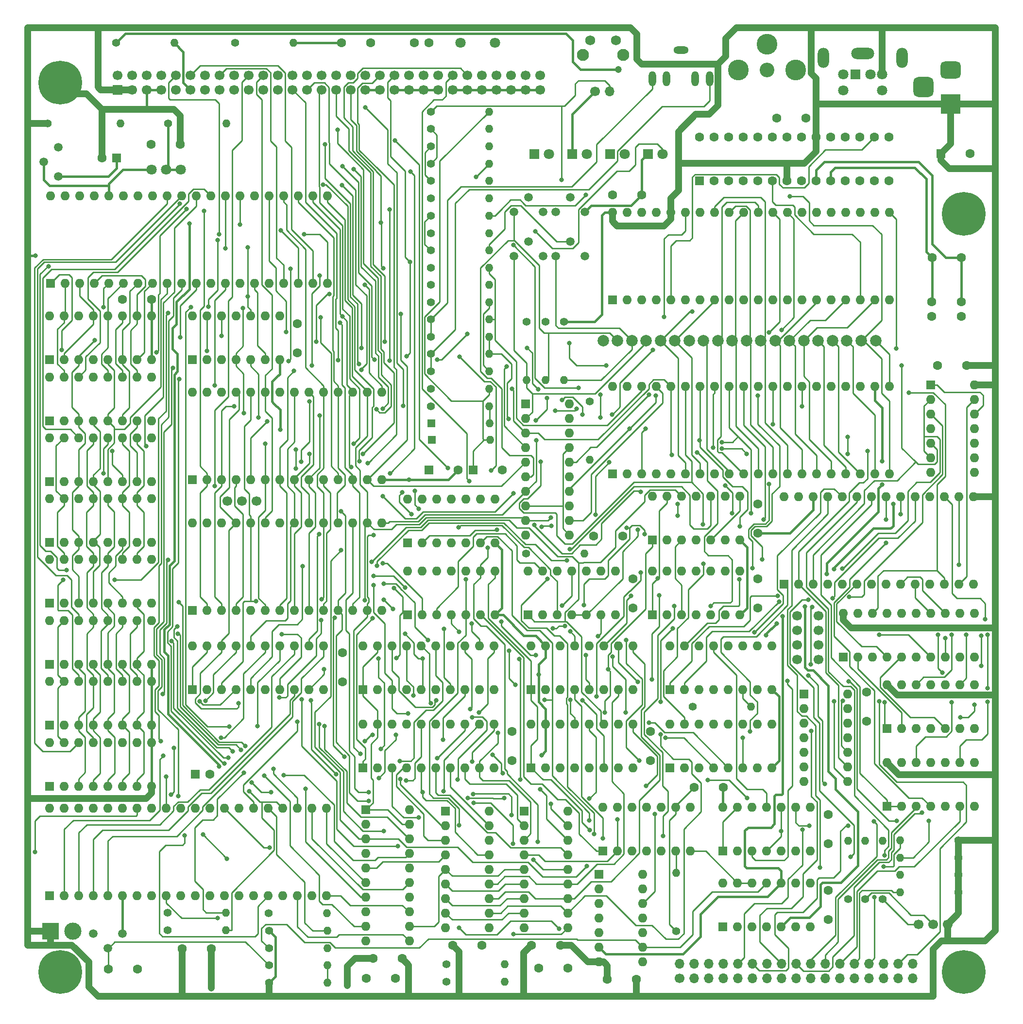
<source format=gbr>
%TF.GenerationSoftware,KiCad,Pcbnew,9.0.6*%
%TF.CreationDate,2026-01-15T01:14:34+00:00*%
%TF.ProjectId,EinsteinCE,45696e73-7465-4696-9e43-452e6b696361,rev?*%
%TF.SameCoordinates,Original*%
%TF.FileFunction,Copper,L1,Top*%
%TF.FilePolarity,Positive*%
%FSLAX46Y46*%
G04 Gerber Fmt 4.6, Leading zero omitted, Abs format (unit mm)*
G04 Created by KiCad (PCBNEW 9.0.6) date 2026-01-15 01:14:34*
%MOMM*%
%LPD*%
G01*
G04 APERTURE LIST*
G04 Aperture macros list*
%AMRoundRect*
0 Rectangle with rounded corners*
0 $1 Rounding radius*
0 $2 $3 $4 $5 $6 $7 $8 $9 X,Y pos of 4 corners*
0 Add a 4 corners polygon primitive as box body*
4,1,4,$2,$3,$4,$5,$6,$7,$8,$9,$2,$3,0*
0 Add four circle primitives for the rounded corners*
1,1,$1+$1,$2,$3*
1,1,$1+$1,$4,$5*
1,1,$1+$1,$6,$7*
1,1,$1+$1,$8,$9*
0 Add four rect primitives between the rounded corners*
20,1,$1+$1,$2,$3,$4,$5,0*
20,1,$1+$1,$4,$5,$6,$7,0*
20,1,$1+$1,$6,$7,$8,$9,0*
20,1,$1+$1,$8,$9,$2,$3,0*%
G04 Aperture macros list end*
%TA.AperFunction,ComponentPad*%
%ADD10C,1.400000*%
%TD*%
%TA.AperFunction,ComponentPad*%
%ADD11O,1.400000X1.400000*%
%TD*%
%TA.AperFunction,ComponentPad*%
%ADD12C,1.600000*%
%TD*%
%TA.AperFunction,ComponentPad*%
%ADD13R,1.600000X1.600000*%
%TD*%
%TA.AperFunction,ComponentPad*%
%ADD14O,1.600000X1.600000*%
%TD*%
%TA.AperFunction,ComponentPad*%
%ADD15C,1.700000*%
%TD*%
%TA.AperFunction,ComponentPad*%
%ADD16C,1.800000*%
%TD*%
%TA.AperFunction,ComponentPad*%
%ADD17C,1.500000*%
%TD*%
%TA.AperFunction,ComponentPad*%
%ADD18C,0.800000*%
%TD*%
%TA.AperFunction,ComponentPad*%
%ADD19C,7.620000*%
%TD*%
%TA.AperFunction,ComponentPad*%
%ADD20O,1.700000X1.700000*%
%TD*%
%TA.AperFunction,ComponentPad*%
%ADD21C,2.550000*%
%TD*%
%TA.AperFunction,ComponentPad*%
%ADD22C,3.616000*%
%TD*%
%TA.AperFunction,ComponentPad*%
%ADD23R,3.000000X3.000000*%
%TD*%
%TA.AperFunction,ComponentPad*%
%ADD24C,3.000000*%
%TD*%
%TA.AperFunction,ComponentPad*%
%ADD25C,2.100000*%
%TD*%
%TA.AperFunction,ComponentPad*%
%ADD26C,1.750000*%
%TD*%
%TA.AperFunction,ComponentPad*%
%ADD27RoundRect,0.250000X0.550000X-0.550000X0.550000X0.550000X-0.550000X0.550000X-0.550000X-0.550000X0*%
%TD*%
%TA.AperFunction,ComponentPad*%
%ADD28R,1.800000X1.800000*%
%TD*%
%TA.AperFunction,ComponentPad*%
%ADD29R,1.700000X1.700000*%
%TD*%
%TA.AperFunction,ComponentPad*%
%ADD30R,1.400000X1.400000*%
%TD*%
%TA.AperFunction,ComponentPad*%
%ADD31O,2.616000X1.308000*%
%TD*%
%TA.AperFunction,ComponentPad*%
%ADD32O,1.308000X2.616000*%
%TD*%
%TA.AperFunction,ComponentPad*%
%ADD33O,2.000000X3.500000*%
%TD*%
%TA.AperFunction,ComponentPad*%
%ADD34O,4.000000X2.000000*%
%TD*%
%TA.AperFunction,ComponentPad*%
%ADD35C,2.000000*%
%TD*%
%TA.AperFunction,ComponentPad*%
%ADD36R,3.500000X3.500000*%
%TD*%
%TA.AperFunction,ComponentPad*%
%ADD37RoundRect,0.750000X-1.000000X0.750000X-1.000000X-0.750000X1.000000X-0.750000X1.000000X0.750000X0*%
%TD*%
%TA.AperFunction,ComponentPad*%
%ADD38RoundRect,0.875000X-0.875000X0.875000X-0.875000X-0.875000X0.875000X-0.875000X0.875000X0.875000X0*%
%TD*%
%TA.AperFunction,ViaPad*%
%ADD39C,0.800000*%
%TD*%
%TA.AperFunction,ViaPad*%
%ADD40C,1.200000*%
%TD*%
%TA.AperFunction,Conductor*%
%ADD41C,1.200000*%
%TD*%
%TA.AperFunction,Conductor*%
%ADD42C,0.400000*%
%TD*%
%TA.AperFunction,Conductor*%
%ADD43C,0.254000*%
%TD*%
G04 APERTURE END LIST*
D10*
%TO.P,R3,1*%
%TO.N,+5V*%
X72810000Y-202090000D03*
D11*
%TO.P,R3,2*%
%TO.N,~{WAIT}*%
X82970000Y-202090000D03*
%TD*%
D12*
%TO.P,C122,1*%
%TO.N,Net-(I121-PB7)*%
X206030000Y-92640000D03*
%TO.P,C122,2*%
%TO.N,GND*%
X206030000Y-95180000D03*
%TD*%
%TO.P,C37,1*%
%TO.N,GND*%
X108625000Y-207020000D03*
%TO.P,C37,2*%
%TO.N,+5V*%
X113705000Y-207020000D03*
%TD*%
%TO.P,X121,1,1*%
%TO.N,Net-(I121-PB7)*%
X206050000Y-84890000D03*
%TO.P,X121,2,2*%
%TO.N,Net-(I121-PB6)*%
X211130000Y-84890000D03*
%TD*%
D13*
%TO.P,I17,1*%
%TO.N,/Addressing/A15*%
X157360000Y-134130000D03*
D14*
%TO.P,I17,2*%
%TO.N,~{ROMCE}*%
X159900000Y-134130000D03*
%TO.P,I17,3*%
%TO.N,Net-(I17-Pad3)*%
X162440000Y-134130000D03*
%TO.P,I17,4*%
X164980000Y-134130000D03*
%TO.P,I17,5*%
%TO.N,Net-(I17-Pad5)*%
X167520000Y-134130000D03*
%TO.P,I17,6*%
%TO.N,Net-(I17-Pad13)*%
X170060000Y-134130000D03*
%TO.P,I17,7,GND*%
%TO.N,GND*%
X172600000Y-134130000D03*
%TO.P,I17,8*%
%TO.N,Net-(I17-Pad5)*%
X172600000Y-126510000D03*
%TO.P,I17,9*%
%TO.N,~{RD}*%
X170060000Y-126510000D03*
%TO.P,I17,10*%
%TO.N,~{MREQ}*%
X167520000Y-126510000D03*
%TO.P,I17,11*%
%TO.N,~{ROM1}*%
X164980000Y-126510000D03*
%TO.P,I17,12*%
%TO.N,/Addressing/A14*%
X162440000Y-126510000D03*
%TO.P,I17,13*%
%TO.N,Net-(I17-Pad13)*%
X159900000Y-126510000D03*
%TO.P,I17,14,VCC*%
%TO.N,+5V*%
X157360000Y-126510000D03*
%TD*%
D13*
%TO.P,I42,1,~{CS}*%
%TO.N,~{FDC}*%
X180245000Y-141790000D03*
D14*
%TO.P,I42,2,R~{W}*%
%TO.N,~{WR}*%
X182785000Y-141790000D03*
%TO.P,I42,3,A0*%
%TO.N,/Addressing/A0*%
X185325000Y-141790000D03*
%TO.P,I42,4,A1*%
%TO.N,/Addressing/A1*%
X187865000Y-141790000D03*
%TO.P,I42,5,DAL0*%
%TO.N,/CPU and Buffers/D0*%
X190405000Y-141790000D03*
%TO.P,I42,6,DAL1*%
%TO.N,/CPU and Buffers/D1*%
X192945000Y-141790000D03*
%TO.P,I42,7,DAL2*%
%TO.N,/CPU and Buffers/D2*%
X195485000Y-141790000D03*
%TO.P,I42,8,DAL3*%
%TO.N,/CPU and Buffers/D3*%
X198025000Y-141790000D03*
%TO.P,I42,9,DAL4*%
%TO.N,/CPU and Buffers/D4*%
X200565000Y-141790000D03*
%TO.P,I42,10,DAL5*%
%TO.N,/CPU and Buffers/D5*%
X203105000Y-141790000D03*
%TO.P,I42,11,DAL6*%
%TO.N,/CPU and Buffers/D6*%
X205645000Y-141790000D03*
%TO.P,I42,12,DAL7*%
%TO.N,/CPU and Buffers/D7*%
X208185000Y-141790000D03*
%TO.P,I42,13,~{MR}*%
%TO.N,~{SFTRST}*%
X210725000Y-141790000D03*
%TO.P,I42,14,GND*%
%TO.N,GND*%
X213265000Y-141790000D03*
%TO.P,I42,15,VCC*%
%TO.N,+5V*%
X213265000Y-126550000D03*
%TO.P,I42,16,STEP*%
%TO.N,Net-(I42-STEP)*%
X210725000Y-126550000D03*
%TO.P,I42,17,DIRC*%
%TO.N,Net-(I42-DIRC)*%
X208185000Y-126550000D03*
%TO.P,I42,18,CLK*%
%TO.N,8MHZ*%
X205645000Y-126550000D03*
%TO.P,I42,19,~{RD}*%
%TO.N,fREAD*%
X203105000Y-126550000D03*
%TO.P,I42,20,MO*%
%TO.N,Net-(I42-MO)*%
X200565000Y-126550000D03*
%TO.P,I42,21,WG*%
%TO.N,Net-(I42-WG)*%
X198025000Y-126550000D03*
%TO.P,I42,22,WD*%
%TO.N,Net-(I42-WD)*%
X195485000Y-126550000D03*
%TO.P,I42,23,~{TR00}*%
%TO.N,fTRACK0*%
X192945000Y-126550000D03*
%TO.P,I42,24,~{IP}*%
%TO.N,fINDEX*%
X190405000Y-126550000D03*
%TO.P,I42,25,~{WPRT}*%
%TO.N,fWRITEPROT*%
X187865000Y-126550000D03*
%TO.P,I42,26,~{DDEN}*%
%TO.N,GND*%
X185325000Y-126550000D03*
%TO.P,I42,27,DRQ*%
%TO.N,unconnected-(I42-DRQ-Pad27)*%
X182785000Y-126550000D03*
%TO.P,I42,28,INTRQ*%
%TO.N,unconnected-(I42-INTRQ-Pad28)*%
X180245000Y-126550000D03*
%TD*%
D15*
%TO.P,M12,1,Pin_1*%
%TO.N,Net-(M12-Pin_1)*%
X203690000Y-201040000D03*
%TO.P,M12,2,Pin_2*%
%TO.N,Net-(M12-Pin_2)*%
X206230000Y-201040000D03*
%TO.P,M12,3,Pin_3*%
%TO.N,+5V*%
X208770000Y-201040000D03*
%TD*%
D10*
%TO.P,R123,1*%
%TO.N,Net-(D121-A)*%
X118700000Y-68550000D03*
D11*
%TO.P,R123,2*%
%TO.N,Net-(Q121-B)*%
X128860000Y-68550000D03*
%TD*%
D10*
%TO.P,R1,1*%
%TO.N,+5V*%
X72810000Y-199040000D03*
D11*
%TO.P,R1,2*%
%TO.N,~{NMI}*%
X82970000Y-199040000D03*
%TD*%
D13*
%TO.P,I48,1,Ms1*%
%TO.N,unconnected-(I48-Ms1-Pad1)*%
X169630000Y-201460000D03*
D14*
%TO.P,I48,2*%
%TO.N,N/C*%
X172170000Y-201460000D03*
%TO.P,I48,3,Ms2*%
%TO.N,unconnected-(I48-Ms2-Pad3)*%
X174710000Y-201460000D03*
%TO.P,I48,4,Q2*%
%TO.N,unconnected-(I48-Q2-Pad4)*%
X177250000Y-201460000D03*
%TO.P,I48,5,Q1*%
%TO.N,2MHZ*%
X179790000Y-201460000D03*
%TO.P,I48,6*%
%TO.N,N/C*%
X182330000Y-201460000D03*
%TO.P,I48,7,GND*%
%TO.N,GND*%
X184870000Y-201460000D03*
%TO.P,I48,8,Q3*%
%TO.N,unconnected-(I48-Q3-Pad8)*%
X184870000Y-193840000D03*
%TO.P,I48,9,Q0*%
%TO.N,Net-(I48-Cp1)*%
X182330000Y-193840000D03*
%TO.P,I48,10,Cp0*%
%TO.N,8MHZ*%
X179790000Y-193840000D03*
%TO.P,I48,11,Cp1*%
%TO.N,Net-(I48-Cp1)*%
X177250000Y-193840000D03*
%TO.P,I48,12,Mr1*%
%TO.N,GND*%
X174710000Y-193840000D03*
%TO.P,I48,13,Mr2*%
X172170000Y-193840000D03*
%TO.P,I48,14,VCC*%
%TO.N,+5V*%
X169630000Y-193840000D03*
%TD*%
D13*
%TO.P,I47,1*%
%TO.N,Net-(I47-Pad1)*%
X148030000Y-192320000D03*
D14*
%TO.P,I47,2*%
%TO.N,Net-(C10-Pad2)*%
X148030000Y-194860000D03*
%TO.P,I47,3*%
%TO.N,Net-(C10-Pad1)*%
X148030000Y-197400000D03*
%TO.P,I47,4*%
%TO.N,Net-(I47-Pad4)*%
X148030000Y-199940000D03*
%TO.P,I47,5*%
X148030000Y-202480000D03*
%TO.P,I47,6*%
%TO.N,8MHZ*%
X148030000Y-205020000D03*
%TO.P,I47,7,GND*%
%TO.N,GND*%
X148030000Y-207560000D03*
%TO.P,I47,8*%
%TO.N,SYSCLK*%
X155650000Y-207560000D03*
%TO.P,I47,9*%
%TO.N,Net-(I48-Cp1)*%
X155650000Y-205020000D03*
%TO.P,I47,10*%
%TO.N,unconnected-(I47-Pad10)*%
X155650000Y-202480000D03*
%TO.P,I47,11*%
%TO.N,+5V*%
X155650000Y-199940000D03*
%TO.P,I47,12*%
%TO.N,M1*%
X155650000Y-197400000D03*
%TO.P,I47,13*%
%TO.N,~{M1}*%
X155650000Y-194860000D03*
%TO.P,I47,14,VCC*%
%TO.N,+5V*%
X155650000Y-192320000D03*
%TD*%
D12*
%TO.P,C27,1*%
%TO.N,GND*%
X175680000Y-132900000D03*
%TO.P,C27,2*%
%TO.N,+5V*%
X175680000Y-127820000D03*
%TD*%
D16*
%TO.P,C8,1*%
%TO.N,GND*%
X129865000Y-47510000D03*
%TO.P,C8,2*%
%TO.N,Net-(I100-XTAL1)*%
X123865000Y-47510000D03*
%TD*%
D12*
%TO.P,C34,1*%
%TO.N,GND*%
X149490000Y-210600000D03*
%TO.P,C34,2*%
%TO.N,+5V*%
X154570000Y-210600000D03*
%TD*%
D17*
%TO.P,Q123,1,C*%
%TO.N,~{GRPH}*%
X133180000Y-84690000D03*
%TO.P,Q123,2,B*%
%TO.N,Net-(Q123-B)*%
X135720000Y-82150000D03*
%TO.P,Q123,3,E*%
%TO.N,GND*%
X138260000Y-84690000D03*
%TD*%
D18*
%TO.P,HA4,1,1*%
%TO.N,GND*%
X51252500Y-54390000D03*
X52089442Y-52369442D03*
X52089442Y-56410558D03*
X54110000Y-51532500D03*
D19*
X54110000Y-54390000D03*
D18*
X54110000Y-57247500D03*
X56130558Y-52369442D03*
X56130558Y-56410558D03*
X56967500Y-54390000D03*
%TD*%
D12*
%TO.P,C41,1*%
%TO.N,GND*%
X132820000Y-172505000D03*
%TO.P,C41,2*%
%TO.N,+5V*%
X132820000Y-167425000D03*
%TD*%
D13*
%TO.P,I52,1*%
%TO.N,Net-(D5-A)*%
X114632500Y-134630000D03*
D14*
%TO.P,I52,2*%
X117172500Y-134630000D03*
%TO.P,I52,3*%
%TO.N,RESET*%
X119712500Y-134630000D03*
%TO.P,I52,4*%
%TO.N,Net-(D4-A)*%
X122252500Y-134630000D03*
%TO.P,I52,5*%
%TO.N,RESET*%
X124792500Y-134630000D03*
%TO.P,I52,6*%
%TO.N,~{RESET}*%
X127332500Y-134630000D03*
%TO.P,I52,7,GND*%
%TO.N,GND*%
X129872500Y-134630000D03*
%TO.P,I52,8*%
%TO.N,unconnected-(I52-Pad8)*%
X129872500Y-127010000D03*
%TO.P,I52,9*%
%TO.N,+5V*%
X127332500Y-127010000D03*
%TO.P,I52,10*%
X124792500Y-127010000D03*
%TO.P,I52,11*%
%TO.N,unconnected-(I52-Pad11)*%
X122252500Y-127010000D03*
%TO.P,I52,12*%
%TO.N,+5V*%
X119712500Y-127010000D03*
%TO.P,I52,13*%
X117172500Y-127010000D03*
%TO.P,I52,14,VCC*%
X114632500Y-127010000D03*
%TD*%
D10*
%TO.P,R86,1*%
%TO.N,Net-(M11-Ground)*%
X118700000Y-101695000D03*
D11*
%TO.P,R86,2*%
%TO.N,AYA*%
X128860000Y-101695000D03*
%TD*%
D13*
%TO.P,I25,1,~{R}*%
%TO.N,~{RESET}*%
X169630000Y-188270000D03*
D14*
%TO.P,I25,2,D*%
%TO.N,Net-(I25A-D)*%
X172170000Y-188270000D03*
%TO.P,I25,3,C*%
%TO.N,~{ROM}*%
X174710000Y-188270000D03*
%TO.P,I25,4,~{S}*%
%TO.N,Net-(I25A-~{S})*%
X177250000Y-188270000D03*
%TO.P,I25,5,Q*%
%TO.N,~{ROMCE}*%
X179790000Y-188270000D03*
%TO.P,I25,6,~{Q}*%
%TO.N,Net-(I25A-D)*%
X182330000Y-188270000D03*
%TO.P,I25,7,GND*%
%TO.N,GND*%
X184870000Y-188270000D03*
%TO.P,I25,8,~{Q}*%
%TO.N,Net-(I25B-D)*%
X184870000Y-180650000D03*
%TO.P,I25,9,Q*%
%TO.N,Net-(I25B-Q)*%
X182330000Y-180650000D03*
%TO.P,I25,10,~{S}*%
%TO.N,Net-(I25A-~{S})*%
X179790000Y-180650000D03*
%TO.P,I25,11,C*%
%TO.N,~{ALPH}*%
X177250000Y-180650000D03*
%TO.P,I25,12,D*%
%TO.N,Net-(I25B-D)*%
X174710000Y-180650000D03*
%TO.P,I25,13,~{R}*%
%TO.N,~{RESET}*%
X172170000Y-180650000D03*
%TO.P,I25,14,VCC*%
%TO.N,+5V*%
X169630000Y-180650000D03*
%TD*%
D13*
%TO.P,I34,1*%
%TO.N,unconnected-(I34-Pad1)*%
X183770000Y-160960000D03*
D14*
%TO.P,I34,2*%
%TO.N,unconnected-(I34-Pad2)*%
X183770000Y-163500000D03*
%TO.P,I34,3*%
%TO.N,unconnected-(I34-Pad3)*%
X183770000Y-166040000D03*
%TO.P,I34,4*%
%TO.N,Net-(I26-E3)*%
X183770000Y-168580000D03*
%TO.P,I34,5*%
%TO.N,M1*%
X183770000Y-171120000D03*
%TO.P,I34,6*%
%TO.N,~{IORQ}*%
X183770000Y-173660000D03*
%TO.P,I34,7,GND*%
%TO.N,GND*%
X183770000Y-176200000D03*
%TO.P,I34,8*%
%TO.N,~{DRSEL}*%
X191390000Y-176200000D03*
%TO.P,I34,9*%
%TO.N,~{WR}*%
X191390000Y-173660000D03*
%TO.P,I34,10*%
%TO.N,Net-(I43-LE)*%
X191390000Y-171120000D03*
%TO.P,I34,11*%
%TO.N,unconnected-(I34-Pad11)*%
X191390000Y-168580000D03*
%TO.P,I34,12*%
%TO.N,unconnected-(I34-Pad12)*%
X191390000Y-166040000D03*
%TO.P,I34,13*%
%TO.N,unconnected-(I34-Pad13)*%
X191390000Y-163500000D03*
%TO.P,I34,14,VCC*%
%TO.N,+5V*%
X191390000Y-160960000D03*
%TD*%
D13*
%TO.P,C23,1*%
%TO.N,+5V*%
X207620000Y-66770000D03*
D12*
%TO.P,C23,2*%
%TO.N,GND*%
X212700000Y-66770000D03*
%TD*%
%TO.P,C121,1*%
%TO.N,GND*%
X178970000Y-60650000D03*
%TO.P,C121,2*%
%TO.N,Net-(I121-AREF)*%
X184050000Y-60650000D03*
%TD*%
D15*
%TO.P,M5,1,Pin_1*%
%TO.N,GND*%
X162040000Y-210440000D03*
D20*
%TO.P,M5,2,Pin_2*%
%TO.N,unconnected-(M5-Pin_2-Pad2)*%
X162040000Y-207900000D03*
%TO.P,M5,3,Pin_3*%
%TO.N,GND*%
X164580000Y-210440000D03*
%TO.P,M5,4,Pin_4*%
%TO.N,unconnected-(M5-Pin_4-Pad4)*%
X164580000Y-207900000D03*
%TO.P,M5,5,Pin_5*%
%TO.N,GND*%
X167120000Y-210440000D03*
%TO.P,M5,6,Pin_6*%
%TO.N,fDRIVE3*%
X167120000Y-207900000D03*
%TO.P,M5,7,Pin_7*%
%TO.N,GND*%
X169660000Y-210440000D03*
%TO.P,M5,8,Pin_8*%
%TO.N,fINDEX*%
X169660000Y-207900000D03*
%TO.P,M5,9,Pin_9*%
%TO.N,GND*%
X172200000Y-210440000D03*
%TO.P,M5,10,Pin_10*%
%TO.N,fDRIVE0*%
X172200000Y-207900000D03*
%TO.P,M5,11,Pin_11*%
%TO.N,GND*%
X174740000Y-210440000D03*
%TO.P,M5,12,Pin_12*%
%TO.N,fDRIVE1*%
X174740000Y-207900000D03*
%TO.P,M5,13,Pin_13*%
%TO.N,GND*%
X177280000Y-210440000D03*
%TO.P,M5,14,Pin_14*%
%TO.N,fDRIVE2*%
X177280000Y-207900000D03*
%TO.P,M5,15,Pin_15*%
%TO.N,GND*%
X179820000Y-210440000D03*
%TO.P,M5,16,Pin_16*%
%TO.N,fMOTOR1*%
X179820000Y-207900000D03*
%TO.P,M5,17,Pin_17*%
%TO.N,GND*%
X182360000Y-210440000D03*
%TO.P,M5,18,Pin_18*%
%TO.N,fDIR*%
X182360000Y-207900000D03*
%TO.P,M5,19,Pin_19*%
%TO.N,GND*%
X184900000Y-210440000D03*
%TO.P,M5,20,Pin_20*%
%TO.N,fSTEP*%
X184900000Y-207900000D03*
%TO.P,M5,21,Pin_21*%
%TO.N,GND*%
X187440000Y-210440000D03*
%TO.P,M5,22,Pin_22*%
%TO.N,fWDATA*%
X187440000Y-207900000D03*
%TO.P,M5,23,Pin_23*%
%TO.N,GND*%
X189980000Y-210440000D03*
%TO.P,M5,24,Pin_24*%
%TO.N,fWGATE*%
X189980000Y-207900000D03*
%TO.P,M5,25,Pin_25*%
%TO.N,GND*%
X192520000Y-210440000D03*
%TO.P,M5,26,Pin_26*%
%TO.N,fTRACK0*%
X192520000Y-207900000D03*
%TO.P,M5,27,Pin_27*%
%TO.N,GND*%
X195060000Y-210440000D03*
%TO.P,M5,28,Pin_28*%
%TO.N,fWRITEPROT*%
X195060000Y-207900000D03*
%TO.P,M5,29,Pin_29*%
%TO.N,GND*%
X197600000Y-210440000D03*
%TO.P,M5,30,Pin_30*%
%TO.N,fREAD*%
X197600000Y-207900000D03*
%TO.P,M5,31,Pin_31*%
%TO.N,GND*%
X200140000Y-210440000D03*
%TO.P,M5,32,Pin_32*%
%TO.N,fSIDE1*%
X200140000Y-207900000D03*
%TO.P,M5,33,Pin_33*%
%TO.N,GND*%
X202680000Y-210440000D03*
%TO.P,M5,34,Pin_34*%
%TO.N,unconnected-(M5-Pin_34-Pad34)*%
X202680000Y-207900000D03*
%TD*%
D13*
%TO.P,I6,1,S*%
%TO.N,~{MPX}*%
X136160000Y-173780000D03*
D14*
%TO.P,I6,2,I0a*%
%TO.N,/Addressing/A12*%
X138700000Y-173780000D03*
%TO.P,I6,3,I1a*%
%TO.N,/Addressing/A4*%
X141240000Y-173780000D03*
%TO.P,I6,4,Za*%
%TO.N,/System RAM and ROM/MA4*%
X143780000Y-173780000D03*
%TO.P,I6,5,I0b*%
%TO.N,/Addressing/A13*%
X146320000Y-173780000D03*
%TO.P,I6,6,I1b*%
%TO.N,/Addressing/A5*%
X148860000Y-173780000D03*
%TO.P,I6,7,Zb*%
%TO.N,/System RAM and ROM/MA5*%
X151400000Y-173780000D03*
%TO.P,I6,8,GND*%
%TO.N,GND*%
X153940000Y-173780000D03*
%TO.P,I6,9,Zc*%
%TO.N,/System RAM and ROM/MA6*%
X153940000Y-166160000D03*
%TO.P,I6,10,I1c*%
%TO.N,/Addressing/A6*%
X151400000Y-166160000D03*
%TO.P,I6,11,I0c*%
%TO.N,/Addressing/A14*%
X148860000Y-166160000D03*
%TO.P,I6,12,Zd*%
%TO.N,/System RAM and ROM/MA7*%
X146320000Y-166160000D03*
%TO.P,I6,13,I1d*%
%TO.N,/Addressing/A7*%
X143780000Y-166160000D03*
%TO.P,I6,14,I0d*%
%TO.N,/Addressing/A15*%
X141240000Y-166160000D03*
%TO.P,I6,15,E*%
%TO.N,GND*%
X138700000Y-166160000D03*
%TO.P,I6,16,VCC*%
%TO.N,+5V*%
X136160000Y-166160000D03*
%TD*%
D13*
%TO.P,I100,1,~{RAS}*%
%TO.N,~{VRAS}*%
X52420000Y-89360000D03*
D14*
%TO.P,I100,2,~{CAS}*%
%TO.N,~{VCAS}*%
X54960000Y-89360000D03*
%TO.P,I100,3,AD7*%
%TO.N,/VDP/VAD7*%
X57500000Y-89360000D03*
%TO.P,I100,4,AD6*%
%TO.N,/VDP/VAD6*%
X60040000Y-89360000D03*
%TO.P,I100,5,AD5*%
%TO.N,/VDP/VAD5*%
X62580000Y-89360000D03*
%TO.P,I100,6,AD4*%
%TO.N,/VDP/VAD4*%
X65120000Y-89360000D03*
%TO.P,I100,7,AD3*%
%TO.N,/VDP/VAD3*%
X67660000Y-89360000D03*
%TO.P,I100,8,AD2*%
%TO.N,/VDP/VAD2*%
X70200000Y-89360000D03*
%TO.P,I100,9,AD1*%
%TO.N,/VDP/VAD1*%
X72740000Y-89360000D03*
%TO.P,I100,10,AD0*%
%TO.N,/VDP/VAD0*%
X75280000Y-89360000D03*
%TO.P,I100,11,R/~{W}*%
%TO.N,VR{slash}~{W}*%
X77820000Y-89360000D03*
%TO.P,I100,12,VSS*%
%TO.N,GND*%
X80360000Y-89360000D03*
%TO.P,I100,13,MODE*%
%TO.N,/Addressing/A0*%
X82900000Y-89360000D03*
%TO.P,I100,14,~{CSW}*%
%TO.N,Net-(I100-~{CSW})*%
X85440000Y-89360000D03*
%TO.P,I100,15,~{CSR}*%
%TO.N,Net-(I100-~{CSR})*%
X87980000Y-89360000D03*
%TO.P,I100,16,~{INT}*%
%TO.N,unconnected-(I100-~{INT}-Pad16)*%
X90520000Y-89360000D03*
%TO.P,I100,17,CD7*%
%TO.N,/CPU and Buffers/D0*%
X93060000Y-89360000D03*
%TO.P,I100,18,CD6*%
%TO.N,/CPU and Buffers/D1*%
X95600000Y-89360000D03*
%TO.P,I100,19,CD5*%
%TO.N,/CPU and Buffers/D2*%
X98140000Y-89360000D03*
%TO.P,I100,20,CD4*%
%TO.N,/CPU and Buffers/D3*%
X100680000Y-89360000D03*
%TO.P,I100,21,CD3*%
%TO.N,/CPU and Buffers/D4*%
X100680000Y-74120000D03*
%TO.P,I100,22,CD2*%
%TO.N,/CPU and Buffers/D5*%
X98140000Y-74120000D03*
%TO.P,I100,23,CD1*%
%TO.N,/CPU and Buffers/D6*%
X95600000Y-74120000D03*
%TO.P,I100,24,CD0*%
%TO.N,/CPU and Buffers/D7*%
X93060000Y-74120000D03*
%TO.P,I100,25,RD7*%
%TO.N,/VDP/VD7*%
X90520000Y-74120000D03*
%TO.P,I100,26,RD6*%
%TO.N,/VDP/VD6*%
X87980000Y-74120000D03*
%TO.P,I100,27,RD5*%
%TO.N,/VDP/VD5*%
X85440000Y-74120000D03*
%TO.P,I100,28,RD4*%
%TO.N,/VDP/VD4*%
X82900000Y-74120000D03*
%TO.P,I100,29,RD3*%
%TO.N,/VDP/VD3*%
X80360000Y-74120000D03*
%TO.P,I100,30,RD2*%
%TO.N,/VDP/VD2*%
X77820000Y-74120000D03*
%TO.P,I100,31,RD1*%
%TO.N,/VDP/VD1*%
X75280000Y-74120000D03*
%TO.P,I100,32,RD0*%
%TO.N,/VDP/VD0*%
X72740000Y-74120000D03*
%TO.P,I100,33,VCC*%
%TO.N,+5VL*%
X70200000Y-74120000D03*
%TO.P,I100,34,~{RESET}/SYNC*%
%TO.N,~{RESET}*%
X67660000Y-74120000D03*
%TO.P,I100,35,EXTVDP*%
%TO.N,unconnected-(I100-EXTVDP-Pad35)*%
X65120000Y-74120000D03*
%TO.P,I100,36,COMVID*%
%TO.N,Y*%
X62580000Y-74120000D03*
%TO.P,I100,37,GROMCLK*%
%TO.N,unconnected-(I100-GROMCLK-Pad37)*%
X60040000Y-74120000D03*
%TO.P,I100,38,CPUCLK*%
%TO.N,unconnected-(I100-CPUCLK-Pad38)*%
X57500000Y-74120000D03*
%TO.P,I100,39,XTAL2*%
%TO.N,Net-(I100-XTAL2)*%
X54960000Y-74120000D03*
%TO.P,I100,40,XTAL1*%
%TO.N,Net-(I100-XTAL1)*%
X52420000Y-74120000D03*
%TD*%
D12*
%TO.P,C30,1*%
%TO.N,GND*%
X153960000Y-145940000D03*
%TO.P,C30,2*%
%TO.N,+5V*%
X153960000Y-140860000D03*
%TD*%
%TO.P,C47,1*%
%TO.N,GND*%
X207060000Y-103740000D03*
%TO.P,C47,2*%
%TO.N,+5V*%
X212140000Y-103740000D03*
%TD*%
%TO.P,C31,1*%
%TO.N,GND*%
X194630000Y-165700000D03*
%TO.P,C31,2*%
%TO.N,+5V*%
X194630000Y-160620000D03*
%TD*%
D13*
%TO.P,I28,1*%
%TO.N,Net-(I28-Pad1)*%
X205830000Y-107065000D03*
D14*
%TO.P,I28,2*%
%TO.N,~{PSG}*%
X205830000Y-109605000D03*
%TO.P,I28,3*%
%TO.N,/Addressing/A1*%
X205830000Y-112145000D03*
%TO.P,I28,4*%
%TO.N,Net-(I30-BC1)*%
X205830000Y-114685000D03*
%TO.P,I28,5*%
%TO.N,/Addressing/A0*%
X205830000Y-117225000D03*
%TO.P,I28,6*%
%TO.N,~{PSG}*%
X205830000Y-119765000D03*
%TO.P,I28,7,GND*%
%TO.N,GND*%
X205830000Y-122305000D03*
%TO.P,I28,8*%
%TO.N,~{PSG}*%
X213450000Y-122305000D03*
%TO.P,I28,9*%
%TO.N,~{WR}*%
X213450000Y-119765000D03*
%TO.P,I28,10*%
%TO.N,Net-(I30-BDIR)*%
X213450000Y-117225000D03*
%TO.P,I28,11*%
%TO.N,RESET*%
X213450000Y-114685000D03*
%TO.P,I28,12*%
%TO.N,Net-(I28-Pad1)*%
X213450000Y-112145000D03*
%TO.P,I28,13*%
%TO.N,~{SFTRST}*%
X213450000Y-109605000D03*
%TO.P,I28,14,VCC*%
%TO.N,+5V*%
X213450000Y-107065000D03*
%TD*%
D10*
%TO.P,R33,1*%
%TO.N,Net-(C10-Pad1)*%
X121420000Y-211050000D03*
D11*
%TO.P,R33,2*%
%TO.N,Net-(I47-Pad4)*%
X131580000Y-211050000D03*
%TD*%
D12*
%TO.P,C123,1*%
%TO.N,Net-(I121-PB6)*%
X211130000Y-92640000D03*
%TO.P,C123,2*%
%TO.N,GND*%
X211130000Y-95180000D03*
%TD*%
D13*
%TO.P,C25,1*%
%TO.N,Net-(D4-A)*%
X118390000Y-121890000D03*
D12*
%TO.P,C25,2*%
%TO.N,GND*%
X123470000Y-121890000D03*
%TD*%
D18*
%TO.P,HA3,1,1*%
%TO.N,GND*%
X51252500Y-209330000D03*
X52089442Y-207309442D03*
X52089442Y-211350558D03*
X54110000Y-206472500D03*
D19*
X54110000Y-209330000D03*
D18*
X54110000Y-212187500D03*
X56130558Y-207309442D03*
X56130558Y-211350558D03*
X56967500Y-209330000D03*
%TD*%
D10*
%TO.P,R125,1*%
%TO.N,Net-(D124-A)*%
X118700000Y-74560000D03*
D11*
%TO.P,R125,2*%
%TO.N,GRPH*%
X128860000Y-74560000D03*
%TD*%
D12*
%TO.P,X1,1,1*%
%TO.N,Net-(I100-XTAL1)*%
X103105000Y-47510000D03*
%TO.P,X1,2,2*%
%TO.N,Net-(I100-XTAL2)*%
X108185000Y-47510000D03*
%TD*%
D13*
%TO.P,I61,1,~{OE}*%
%TO.N,GND*%
X121280000Y-181320000D03*
D14*
%TO.P,I61,2,IO1*%
%TO.N,/CPU and Buffers/D4*%
X121280000Y-183860000D03*
%TO.P,I61,3,IO2*%
%TO.N,/CPU and Buffers/D5*%
X121280000Y-186400000D03*
%TO.P,I61,4,~{WE}*%
%TO.N,~{WR}*%
X121280000Y-188940000D03*
%TO.P,I61,5,~{RAS}*%
%TO.N,~{MREQ}*%
X121280000Y-191480000D03*
%TO.P,I61,6,A6*%
%TO.N,/System RAM and ROM/MA6*%
X121280000Y-194020000D03*
%TO.P,I61,7,A5*%
%TO.N,/System RAM and ROM/MA5*%
X121280000Y-196560000D03*
%TO.P,I61,8,A4*%
%TO.N,/System RAM and ROM/MA4*%
X121280000Y-199100000D03*
%TO.P,I61,9,VCC*%
%TO.N,+5V*%
X121280000Y-201640000D03*
%TO.P,I61,10,A7*%
%TO.N,/System RAM and ROM/MA7*%
X128900000Y-201640000D03*
%TO.P,I61,11,A3*%
%TO.N,/System RAM and ROM/MA3*%
X128900000Y-199100000D03*
%TO.P,I61,12,A2*%
%TO.N,/System RAM and ROM/MA2*%
X128900000Y-196560000D03*
%TO.P,I61,13,A1*%
%TO.N,/System RAM and ROM/MA1*%
X128900000Y-194020000D03*
%TO.P,I61,14,A0*%
%TO.N,/System RAM and ROM/MA0*%
X128900000Y-191480000D03*
%TO.P,I61,15,IO3*%
%TO.N,/CPU and Buffers/D6*%
X128900000Y-188940000D03*
%TO.P,I61,16,~{CAS}*%
%TO.N,~{CAS}*%
X128900000Y-186400000D03*
%TO.P,I61,17,IO4*%
%TO.N,/CPU and Buffers/D7*%
X128900000Y-183860000D03*
%TO.P,I61,18,VSS*%
%TO.N,GND*%
X128900000Y-181320000D03*
%TD*%
D13*
%TO.P,IC157,1,VBB*%
%TO.N,GND*%
X52260000Y-113330000D03*
D14*
%TO.P,IC157,2,IN*%
%TO.N,/VDP/VAD3*%
X54800000Y-113330000D03*
%TO.P,IC157,3,~{WE}*%
%TO.N,VR{slash}~{W}*%
X57340000Y-113330000D03*
%TO.P,IC157,4,~{RAS}*%
%TO.N,~{VRAS}*%
X59880000Y-113330000D03*
%TO.P,IC157,5,A0*%
%TO.N,/VDP/VAD1*%
X62420000Y-113330000D03*
%TO.P,IC157,6,A2*%
%TO.N,/VDP/VAD3*%
X64960000Y-113330000D03*
%TO.P,IC157,7,A1*%
%TO.N,/VDP/VAD2*%
X67500000Y-113330000D03*
%TO.P,IC157,8,VDD*%
%TO.N,+5V*%
X70040000Y-113330000D03*
%TO.P,IC157,9,VCC*%
X70040000Y-105710000D03*
%TO.P,IC157,10,A5*%
%TO.N,/VDP/VAD6*%
X67500000Y-105710000D03*
%TO.P,IC157,11,A4*%
%TO.N,/VDP/VAD5*%
X64960000Y-105710000D03*
%TO.P,IC157,12,A3*%
%TO.N,/VDP/VAD4*%
X62420000Y-105710000D03*
%TO.P,IC157,13,A6*%
%TO.N,/VDP/VAD7*%
X59880000Y-105710000D03*
%TO.P,IC157,14,OUT*%
%TO.N,/VDP/VD3*%
X57340000Y-105710000D03*
%TO.P,IC157,15,~{CAS}*%
%TO.N,~{VCAS}*%
X54800000Y-105710000D03*
%TO.P,IC157,16,VSS*%
%TO.N,GND*%
X52260000Y-105710000D03*
%TD*%
D17*
%TO.P,Q121,1,C*%
%TO.N,~{CTRL}*%
X133180000Y-76940000D03*
%TO.P,Q121,2,B*%
%TO.N,Net-(Q121-B)*%
X135720000Y-74400000D03*
%TO.P,Q121,3,E*%
%TO.N,GND*%
X138260000Y-76940000D03*
%TD*%
D10*
%TO.P,R53,1*%
%TO.N,~{BREAK}*%
X118700000Y-59510000D03*
D11*
%TO.P,R53,2*%
%TO.N,Net-(D5-A)*%
X128860000Y-59510000D03*
%TD*%
D10*
%TO.P,R28,1*%
%TO.N,+5V*%
X210700000Y-192475000D03*
D11*
%TO.P,R28,2*%
%TO.N,fWRITEPROT*%
X200540000Y-192475000D03*
%TD*%
D13*
%TO.P,I30,1,GND*%
%TO.N,GND*%
X150370000Y-122600000D03*
D14*
%TO.P,I30,2,n/c*%
%TO.N,unconnected-(I30-n{slash}c-Pad2)*%
X152910000Y-122600000D03*
%TO.P,I30,3,B*%
%TO.N,AYB*%
X155450000Y-122600000D03*
%TO.P,I30,4,A*%
%TO.N,AYA*%
X157990000Y-122600000D03*
%TO.P,I30,5,n/c*%
%TO.N,unconnected-(I30-n{slash}c-Pad5)*%
X160530000Y-122600000D03*
%TO.P,I30,6,IOB7*%
%TO.N,X7*%
X163070000Y-122600000D03*
%TO.P,I30,7,IOB6*%
%TO.N,X6*%
X165610000Y-122600000D03*
%TO.P,I30,8,IOB5*%
%TO.N,X5*%
X168150000Y-122600000D03*
%TO.P,I30,9,IOB4*%
%TO.N,X4*%
X170690000Y-122600000D03*
%TO.P,I30,10,IOB3*%
%TO.N,X3*%
X173230000Y-122600000D03*
%TO.P,I30,11,IOB2*%
%TO.N,X2*%
X175770000Y-122600000D03*
%TO.P,I30,12,IOB1*%
%TO.N,X1*%
X178310000Y-122600000D03*
%TO.P,I30,13,IOB0*%
%TO.N,X0*%
X180850000Y-122600000D03*
%TO.P,I30,14,IOA7*%
%TO.N,Y7*%
X183390000Y-122600000D03*
%TO.P,I30,15,IOA6*%
%TO.N,Y6*%
X185930000Y-122600000D03*
%TO.P,I30,16,IOA5*%
%TO.N,Y5*%
X188470000Y-122600000D03*
%TO.P,I30,17,IOA4*%
%TO.N,Y4*%
X191010000Y-122600000D03*
%TO.P,I30,18,IOA3*%
%TO.N,Y3*%
X193550000Y-122600000D03*
%TO.P,I30,19,IOA2*%
%TO.N,Y2*%
X196090000Y-122600000D03*
%TO.P,I30,20,IOA1*%
%TO.N,Y1*%
X198630000Y-122600000D03*
%TO.P,I30,21,IOA0*%
%TO.N,Y0*%
X198630000Y-107360000D03*
%TO.P,I30,22,CLOCK*%
%TO.N,2MHZ*%
X196090000Y-107360000D03*
%TO.P,I30,23,~{RESET}*%
%TO.N,~{SFTRST}*%
X193550000Y-107360000D03*
%TO.P,I30,24,~{A9}*%
%TO.N,GND*%
X191010000Y-107360000D03*
%TO.P,I30,25,A8*%
%TO.N,+5V*%
X188470000Y-107360000D03*
%TO.P,I30,26,TEST_2*%
%TO.N,unconnected-(I30-TEST_2-Pad26)*%
X185930000Y-107360000D03*
%TO.P,I30,27,BDIR*%
%TO.N,Net-(I30-BDIR)*%
X183390000Y-107360000D03*
%TO.P,I30,28,BC2*%
%TO.N,+5V*%
X180850000Y-107360000D03*
%TO.P,I30,29,BC1*%
%TO.N,Net-(I30-BC1)*%
X178310000Y-107360000D03*
%TO.P,I30,30,DA7*%
%TO.N,/CPU and Buffers/D7*%
X175770000Y-107360000D03*
%TO.P,I30,31,DA6*%
%TO.N,/CPU and Buffers/D6*%
X173230000Y-107360000D03*
%TO.P,I30,32,DA5*%
%TO.N,/CPU and Buffers/D5*%
X170690000Y-107360000D03*
%TO.P,I30,33,DA4*%
%TO.N,/CPU and Buffers/D4*%
X168150000Y-107360000D03*
%TO.P,I30,34,DA3*%
%TO.N,/CPU and Buffers/D3*%
X165610000Y-107360000D03*
%TO.P,I30,35,DA2*%
%TO.N,/CPU and Buffers/D2*%
X163070000Y-107360000D03*
%TO.P,I30,36,DA1*%
%TO.N,/CPU and Buffers/D1*%
X160530000Y-107360000D03*
%TO.P,I30,37,DA0*%
%TO.N,/CPU and Buffers/D0*%
X157990000Y-107360000D03*
%TO.P,I30,38,C*%
%TO.N,AYC*%
X155450000Y-107360000D03*
%TO.P,I30,39,TEST_1*%
%TO.N,unconnected-(I30-TEST_1-Pad39)*%
X152910000Y-107360000D03*
%TO.P,I30,40,VCC*%
%TO.N,+5V*%
X150370000Y-107360000D03*
%TD*%
D12*
%TO.P,C7,1*%
%TO.N,Net-(I100-XTAL2)*%
X115805000Y-47510000D03*
%TO.P,C7,2*%
%TO.N,GND*%
X118345000Y-47510000D03*
%TD*%
%TO.P,C11,1*%
%TO.N,Net-(Q4-B)*%
X62470000Y-208850000D03*
%TO.P,C11,2*%
%TO.N,Net-(I48-Cp1)*%
X67550000Y-208850000D03*
%TD*%
D17*
%TO.P,Q81,1,C*%
%TO.N,+5VL*%
X53740000Y-70730000D03*
%TO.P,Q81,2,B*%
%TO.N,Y*%
X51200000Y-68190000D03*
%TO.P,Q81,3,E*%
%TO.N,Net-(M81-In)*%
X53740000Y-65650000D03*
%TD*%
D21*
%TO.P,M81,1,In*%
%TO.N,Net-(M81-In)*%
X177300000Y-52230000D03*
D22*
%TO.P,M81,2,Ext*%
%TO.N,GND*%
X172300000Y-52230000D03*
X177300000Y-47730000D03*
X182300000Y-52230000D03*
%TD*%
D13*
%TO.P,I26,1,A0*%
%TO.N,/Addressing/A3*%
X160400000Y-173780000D03*
D14*
%TO.P,I26,2,A1*%
%TO.N,/Addressing/A4*%
X162940000Y-173780000D03*
%TO.P,I26,3,A2*%
%TO.N,/Addressing/A5*%
X165480000Y-173780000D03*
%TO.P,I26,4,E1*%
%TO.N,/Addressing/A6*%
X168020000Y-173780000D03*
%TO.P,I26,5,E2*%
%TO.N,/Addressing/A7*%
X170560000Y-173780000D03*
%TO.P,I26,6,E3*%
%TO.N,Net-(I26-E3)*%
X173100000Y-173780000D03*
%TO.P,I26,7,O7*%
%TO.N,~{ADC}*%
X175640000Y-173780000D03*
%TO.P,I26,8,GND*%
%TO.N,GND*%
X178180000Y-173780000D03*
%TO.P,I26,9,O6*%
%TO.N,~{PIO}*%
X178180000Y-166160000D03*
%TO.P,I26,10,O5*%
%TO.N,~{CTC}*%
X175640000Y-166160000D03*
%TO.P,I26,11,O4*%
%TO.N,Net-(I26-O4)*%
X173100000Y-166160000D03*
%TO.P,I26,12,O3*%
%TO.N,~{FDC}*%
X170560000Y-166160000D03*
%TO.P,I26,13,O2*%
%TO.N,~{PCI}*%
X168020000Y-166160000D03*
%TO.P,I26,14,O1*%
%TO.N,~{VDP}*%
X165480000Y-166160000D03*
%TO.P,I26,15,O0*%
%TO.N,~{PSG}*%
X162940000Y-166160000D03*
%TO.P,I26,16,VCC*%
%TO.N,+5V*%
X160400000Y-166160000D03*
%TD*%
D13*
%TO.P,I60,1,~{OE}*%
%TO.N,GND*%
X134950000Y-181320000D03*
D14*
%TO.P,I60,2,IO1*%
%TO.N,/CPU and Buffers/D0*%
X134950000Y-183860000D03*
%TO.P,I60,3,IO2*%
%TO.N,/CPU and Buffers/D1*%
X134950000Y-186400000D03*
%TO.P,I60,4,~{WE}*%
%TO.N,~{WR}*%
X134950000Y-188940000D03*
%TO.P,I60,5,~{RAS}*%
%TO.N,~{MREQ}*%
X134950000Y-191480000D03*
%TO.P,I60,6,A6*%
%TO.N,/System RAM and ROM/MA6*%
X134950000Y-194020000D03*
%TO.P,I60,7,A5*%
%TO.N,/System RAM and ROM/MA5*%
X134950000Y-196560000D03*
%TO.P,I60,8,A4*%
%TO.N,/System RAM and ROM/MA4*%
X134950000Y-199100000D03*
%TO.P,I60,9,VCC*%
%TO.N,+5V*%
X134950000Y-201640000D03*
%TO.P,I60,10,A7*%
%TO.N,/System RAM and ROM/MA7*%
X142570000Y-201640000D03*
%TO.P,I60,11,A3*%
%TO.N,/System RAM and ROM/MA3*%
X142570000Y-199100000D03*
%TO.P,I60,12,A2*%
%TO.N,/System RAM and ROM/MA2*%
X142570000Y-196560000D03*
%TO.P,I60,13,A1*%
%TO.N,/System RAM and ROM/MA1*%
X142570000Y-194020000D03*
%TO.P,I60,14,A0*%
%TO.N,/System RAM and ROM/MA0*%
X142570000Y-191480000D03*
%TO.P,I60,15,IO3*%
%TO.N,/CPU and Buffers/D2*%
X142570000Y-188940000D03*
%TO.P,I60,16,~{CAS}*%
%TO.N,~{CAS}*%
X142570000Y-186400000D03*
%TO.P,I60,17,IO4*%
%TO.N,/CPU and Buffers/D3*%
X142570000Y-183860000D03*
%TO.P,I60,18,VSS*%
%TO.N,GND*%
X142570000Y-181320000D03*
%TD*%
D13*
%TO.P,I1,1,A11*%
%TO.N,Net-(I1-A11)*%
X52290000Y-196110000D03*
D14*
%TO.P,I1,2,A12*%
%TO.N,Net-(I1-A12)*%
X54830000Y-196110000D03*
%TO.P,I1,3,A13*%
%TO.N,Net-(I1-A13)*%
X57370000Y-196110000D03*
%TO.P,I1,4,A14*%
%TO.N,Net-(I1-A14)*%
X59910000Y-196110000D03*
%TO.P,I1,5,A15*%
%TO.N,Net-(I1-A15)*%
X62450000Y-196110000D03*
%TO.P,I1,6,~{CLK}*%
%TO.N,SYSCLK*%
X64990000Y-196110000D03*
%TO.P,I1,7,D4*%
%TO.N,Net-(I1-D4)*%
X67530000Y-196110000D03*
%TO.P,I1,8,D3*%
%TO.N,Net-(I1-D3)*%
X70070000Y-196110000D03*
%TO.P,I1,9,D5*%
%TO.N,Net-(I1-D5)*%
X72610000Y-196110000D03*
%TO.P,I1,10,D6*%
%TO.N,Net-(I1-D6)*%
X75150000Y-196110000D03*
%TO.P,I1,11,VCC*%
%TO.N,+5V*%
X77690000Y-196110000D03*
%TO.P,I1,12,D2*%
%TO.N,Net-(I1-D2)*%
X80230000Y-196110000D03*
%TO.P,I1,13,D7*%
%TO.N,Net-(I1-D7)*%
X82770000Y-196110000D03*
%TO.P,I1,14,D0*%
%TO.N,Net-(I1-D0)*%
X85310000Y-196110000D03*
%TO.P,I1,15,D1*%
%TO.N,Net-(I1-D1)*%
X87850000Y-196110000D03*
%TO.P,I1,16,~{INT}*%
%TO.N,~{INT}*%
X90390000Y-196110000D03*
%TO.P,I1,17,~{NMI}*%
%TO.N,~{NMI}*%
X92930000Y-196110000D03*
%TO.P,I1,18,~{HALT}*%
%TO.N,Net-(I1-~{HALT})*%
X95470000Y-196110000D03*
%TO.P,I1,19,~{MREQ}*%
%TO.N,Net-(I1-~{MREQ})*%
X98010000Y-196110000D03*
%TO.P,I1,20,~{IORQ}*%
%TO.N,Net-(I1-~{IORQ})*%
X100550000Y-196110000D03*
%TO.P,I1,21,~{RD}*%
%TO.N,Net-(I1-~{RD})*%
X100550000Y-180870000D03*
%TO.P,I1,22,~{WR}*%
%TO.N,Net-(I1-~{WR})*%
X98010000Y-180870000D03*
%TO.P,I1,23,~{BUSACK}*%
%TO.N,~{BUSACK}*%
X95470000Y-180870000D03*
%TO.P,I1,24,~{WAIT}*%
%TO.N,~{WAIT}*%
X92930000Y-180870000D03*
%TO.P,I1,25,~{BUSRQ}*%
%TO.N,~{BUSREQ}*%
X90390000Y-180870000D03*
%TO.P,I1,26,~{RESET}*%
%TO.N,~{RESET}*%
X87850000Y-180870000D03*
%TO.P,I1,27,~{M1}*%
%TO.N,Net-(I1-~{M1})*%
X85310000Y-180870000D03*
%TO.P,I1,28,~{RFSH}*%
%TO.N,Net-(I1-~{RFSH})*%
X82770000Y-180870000D03*
%TO.P,I1,29,GND*%
%TO.N,GND*%
X80230000Y-180870000D03*
%TO.P,I1,30,A0*%
%TO.N,Net-(I1-A0)*%
X77690000Y-180870000D03*
%TO.P,I1,31,A1*%
%TO.N,Net-(I1-A1)*%
X75150000Y-180870000D03*
%TO.P,I1,32,A2*%
%TO.N,Net-(I1-A2)*%
X72610000Y-180870000D03*
%TO.P,I1,33,A3*%
%TO.N,Net-(I1-A3)*%
X70070000Y-180870000D03*
%TO.P,I1,34,A4*%
%TO.N,Net-(I1-A4)*%
X67530000Y-180870000D03*
%TO.P,I1,35,A5*%
%TO.N,Net-(I1-A5)*%
X64990000Y-180870000D03*
%TO.P,I1,36,A6*%
%TO.N,Net-(I1-A6)*%
X62450000Y-180870000D03*
%TO.P,I1,37,A7*%
%TO.N,Net-(I1-A7)*%
X59910000Y-180870000D03*
%TO.P,I1,38,A8*%
%TO.N,Net-(I1-A8)*%
X57370000Y-180870000D03*
%TO.P,I1,39,A9*%
%TO.N,Net-(I1-A9)*%
X54830000Y-180870000D03*
%TO.P,I1,40,A10*%
%TO.N,Net-(I1-A10)*%
X52290000Y-180870000D03*
%TD*%
D10*
%TO.P,R54,1*%
%TO.N,+5V*%
X118700000Y-107760000D03*
D11*
%TO.P,R54,2*%
%TO.N,Net-(D5-A)*%
X128860000Y-107760000D03*
%TD*%
D12*
%TO.P,C1,1*%
%TO.N,+5V*%
X152180000Y-133420000D03*
%TO.P,C1,2*%
%TO.N,Net-(C1-Pad2)*%
X147100000Y-133420000D03*
%TD*%
D10*
%TO.P,R11,1*%
%TO.N,+5V*%
X135370000Y-96050000D03*
D11*
%TO.P,R11,2*%
%TO.N,~{GRPH}*%
X135370000Y-106210000D03*
%TD*%
D13*
%TO.P,I21,1*%
%TO.N,Net-(I17-Pad13)*%
X157360000Y-147170000D03*
D14*
%TO.P,I21,2*%
%TO.N,Net-(I21-Pad2)*%
X159900000Y-147170000D03*
%TO.P,I21,3*%
%TO.N,Net-(I17-Pad3)*%
X162440000Y-147170000D03*
%TO.P,I21,4*%
%TO.N,Net-(I20-Pad4)*%
X164980000Y-147170000D03*
%TO.P,I21,5*%
%TO.N,unconnected-(I21-Pad5)*%
X167520000Y-147170000D03*
%TO.P,I21,6*%
%TO.N,unconnected-(I21-Pad6)*%
X170060000Y-147170000D03*
%TO.P,I21,7,GND*%
%TO.N,GND*%
X172600000Y-147170000D03*
%TO.P,I21,8*%
%TO.N,unconnected-(I21-Pad8)*%
X172600000Y-139550000D03*
%TO.P,I21,9*%
%TO.N,unconnected-(I21-Pad9)*%
X170060000Y-139550000D03*
%TO.P,I21,10*%
%TO.N,unconnected-(I21-Pad10)*%
X167520000Y-139550000D03*
%TO.P,I21,11*%
%TO.N,unconnected-(I21-Pad11)*%
X164980000Y-139550000D03*
%TO.P,I21,12*%
%TO.N,unconnected-(I21-Pad12)*%
X162440000Y-139550000D03*
%TO.P,I21,13*%
%TO.N,unconnected-(I21-Pad13)*%
X159900000Y-139550000D03*
%TO.P,I21,14,VCC*%
%TO.N,+5V*%
X157360000Y-139550000D03*
%TD*%
D13*
%TO.P,IC155,1,VBB*%
%TO.N,GND*%
X52260000Y-134550000D03*
D14*
%TO.P,IC155,2,IN*%
%TO.N,/VDP/VAD2*%
X54800000Y-134550000D03*
%TO.P,IC155,3,~{WE}*%
%TO.N,VR{slash}~{W}*%
X57340000Y-134550000D03*
%TO.P,IC155,4,~{RAS}*%
%TO.N,~{VRAS}*%
X59880000Y-134550000D03*
%TO.P,IC155,5,A0*%
%TO.N,/VDP/VAD1*%
X62420000Y-134550000D03*
%TO.P,IC155,6,A2*%
%TO.N,/VDP/VAD3*%
X64960000Y-134550000D03*
%TO.P,IC155,7,A1*%
%TO.N,/VDP/VAD2*%
X67500000Y-134550000D03*
%TO.P,IC155,8,VDD*%
%TO.N,+5V*%
X70040000Y-134550000D03*
%TO.P,IC155,9,VCC*%
X70040000Y-126930000D03*
%TO.P,IC155,10,A5*%
%TO.N,/VDP/VAD6*%
X67500000Y-126930000D03*
%TO.P,IC155,11,A4*%
%TO.N,/VDP/VAD5*%
X64960000Y-126930000D03*
%TO.P,IC155,12,A3*%
%TO.N,/VDP/VAD4*%
X62420000Y-126930000D03*
%TO.P,IC155,13,A6*%
%TO.N,/VDP/VAD7*%
X59880000Y-126930000D03*
%TO.P,IC155,14,OUT*%
%TO.N,/VDP/VD2*%
X57340000Y-126930000D03*
%TO.P,IC155,15,~{CAS}*%
%TO.N,~{VCAS}*%
X54800000Y-126930000D03*
%TO.P,IC155,16,VSS*%
%TO.N,GND*%
X52260000Y-126930000D03*
%TD*%
D10*
%TO.P,R36,1*%
%TO.N,+5V*%
X90480000Y-211220000D03*
D11*
%TO.P,R36,2*%
%TO.N,Net-(Q4-E)*%
X100640000Y-211220000D03*
%TD*%
D23*
%TO.P,M60,1,Pin_1*%
%TO.N,+5V*%
X52395000Y-202280000D03*
D24*
%TO.P,M60,2,Pin_2*%
%TO.N,GND*%
X56355000Y-202280000D03*
%TD*%
D25*
%TO.P,S1,*%
%TO.N,*%
X145220000Y-49580000D03*
X152230000Y-49580000D03*
D26*
%TO.P,S1,1,1*%
%TO.N,GND*%
X146470000Y-47090000D03*
%TO.P,S1,2,2*%
%TO.N,~{BREAK}*%
X150970000Y-47090000D03*
%TD*%
D10*
%TO.P,R30,1*%
%TO.N,+5V*%
X210700000Y-189465000D03*
D11*
%TO.P,R30,2*%
%TO.N,fINDEX*%
X200540000Y-189465000D03*
%TD*%
D27*
%TO.P,I121,1,PC6*%
%TO.N,unconnected-(I121-PC6-Pad1)*%
X165520000Y-71570000D03*
D12*
%TO.P,I121,2,PD0*%
%TO.N,unconnected-(I121-PD0-Pad2)*%
X168060000Y-71570000D03*
%TO.P,I121,3,PD1*%
%TO.N,unconnected-(I121-PD1-Pad3)*%
X170600000Y-71570000D03*
%TO.P,I121,4,PD2*%
%TO.N,MTDATA*%
X173140000Y-71570000D03*
%TO.P,I121,5,PD3*%
%TO.N,PS2-CLK*%
X175680000Y-71570000D03*
%TO.P,I121,6,PD4*%
%TO.N,MTSTROBE*%
X178220000Y-71570000D03*
%TO.P,I121,7,VCC*%
%TO.N,+5V*%
X180760000Y-71570000D03*
%TO.P,I121,8,GND*%
%TO.N,GND*%
X183300000Y-71570000D03*
%TO.P,I121,9,PB6*%
%TO.N,Net-(I121-PB6)*%
X185840000Y-71570000D03*
%TO.P,I121,10,PB7*%
%TO.N,Net-(I121-PB7)*%
X188380000Y-71570000D03*
%TO.P,I121,11,PD5*%
%TO.N,AY2*%
X190920000Y-71570000D03*
%TO.P,I121,12,PD6*%
%TO.N,AY1*%
X193460000Y-71570000D03*
%TO.P,I121,13,PD7*%
%TO.N,AY0*%
X196000000Y-71570000D03*
%TO.P,I121,14,PB0*%
%TO.N,AX2*%
X198540000Y-71570000D03*
%TO.P,I121,15,PB1*%
%TO.N,AX1*%
X198540000Y-63950000D03*
%TO.P,I121,16,PB2*%
%TO.N,AX0*%
X196000000Y-63950000D03*
%TO.P,I121,17,PB3*%
%TO.N,AX3*%
X193460000Y-63950000D03*
%TO.P,I121,18,PB4*%
%TO.N,PS2-DATA*%
X190920000Y-63950000D03*
%TO.P,I121,19,PB5*%
%TO.N,MTRESET*%
X188380000Y-63950000D03*
%TO.P,I121,20,AVCC*%
%TO.N,+5V*%
X185840000Y-63950000D03*
%TO.P,I121,21,AREF*%
%TO.N,Net-(I121-AREF)*%
X183300000Y-63950000D03*
%TO.P,I121,22,GND*%
%TO.N,GND*%
X180760000Y-63950000D03*
%TO.P,I121,23,PC0*%
%TO.N,SHIFT*%
X178220000Y-63950000D03*
%TO.P,I121,24,PC1*%
%TO.N,BREAK*%
X175680000Y-63950000D03*
%TO.P,I121,25,PC2*%
%TO.N,CTRL*%
X173140000Y-63950000D03*
%TO.P,I121,26,PC3*%
%TO.N,GRPH*%
X170600000Y-63950000D03*
%TO.P,I121,27,PC4*%
%TO.N,unconnected-(I121-PC4-Pad27)*%
X168060000Y-63950000D03*
%TO.P,I121,28,PC5*%
%TO.N,unconnected-(I121-PC5-Pad28)*%
X165520000Y-63950000D03*
%TD*%
%TO.P,X2,1,1*%
%TO.N,Net-(I47-Pad1)*%
X137480000Y-208680000D03*
%TO.P,X2,2,2*%
%TO.N,Net-(I47-Pad4)*%
X142560000Y-208680000D03*
%TD*%
D17*
%TO.P,Q124,1,C*%
%TO.N,~{SHFT}*%
X140490000Y-84690000D03*
%TO.P,Q124,2,B*%
%TO.N,Net-(Q124-B)*%
X143030000Y-82150000D03*
%TO.P,Q124,3,E*%
%TO.N,GND*%
X145570000Y-84690000D03*
%TD*%
D12*
%TO.P,C42,1*%
%TO.N,GND*%
X157020000Y-172505000D03*
%TO.P,C42,2*%
%TO.N,+5V*%
X157020000Y-167425000D03*
%TD*%
D15*
%TO.P,M18,1,Pin_1*%
%TO.N,+5V*%
X83200000Y-127320000D03*
%TO.P,M18,2,Pin_2*%
%TO.N,Net-(I24-A13)*%
X85740000Y-127320000D03*
%TO.P,M18,3,Pin_3*%
%TO.N,/Addressing/A13*%
X88280000Y-127320000D03*
%TD*%
D10*
%TO.P,R7,1*%
%TO.N,+5V*%
X164360000Y-163110000D03*
D11*
%TO.P,R7,2*%
%TO.N,Net-(I27-E3)*%
X174520000Y-163110000D03*
%TD*%
D10*
%TO.P,R40,1*%
%TO.N,+5V*%
X146440000Y-110000000D03*
D11*
%TO.P,R40,2*%
%TO.N,Net-(I36-I0b)*%
X146440000Y-120160000D03*
%TD*%
D13*
%TO.P,IC156,1,VBB*%
%TO.N,GND*%
X52260000Y-123920000D03*
D14*
%TO.P,IC156,2,IN*%
%TO.N,/VDP/VAD6*%
X54800000Y-123920000D03*
%TO.P,IC156,3,~{WE}*%
%TO.N,VR{slash}~{W}*%
X57340000Y-123920000D03*
%TO.P,IC156,4,~{RAS}*%
%TO.N,~{VRAS}*%
X59880000Y-123920000D03*
%TO.P,IC156,5,A0*%
%TO.N,/VDP/VAD1*%
X62420000Y-123920000D03*
%TO.P,IC156,6,A2*%
%TO.N,/VDP/VAD3*%
X64960000Y-123920000D03*
%TO.P,IC156,7,A1*%
%TO.N,/VDP/VAD2*%
X67500000Y-123920000D03*
%TO.P,IC156,8,VDD*%
%TO.N,+5V*%
X70040000Y-123920000D03*
%TO.P,IC156,9,VCC*%
X70040000Y-116300000D03*
%TO.P,IC156,10,A5*%
%TO.N,/VDP/VAD6*%
X67500000Y-116300000D03*
%TO.P,IC156,11,A4*%
%TO.N,/VDP/VAD5*%
X64960000Y-116300000D03*
%TO.P,IC156,12,A3*%
%TO.N,/VDP/VAD4*%
X62420000Y-116300000D03*
%TO.P,IC156,13,A6*%
%TO.N,/VDP/VAD7*%
X59880000Y-116300000D03*
%TO.P,IC156,14,OUT*%
%TO.N,/VDP/VD6*%
X57340000Y-116300000D03*
%TO.P,IC156,15,~{CAS}*%
%TO.N,~{VCAS}*%
X54800000Y-116300000D03*
%TO.P,IC156,16,VSS*%
%TO.N,GND*%
X52260000Y-116300000D03*
%TD*%
D10*
%TO.P,R91,1*%
%TO.N,Net-(I100-XTAL2)*%
X84560000Y-47510000D03*
D11*
%TO.P,R91,2*%
%TO.N,Net-(I100-XTAL1)*%
X94720000Y-47510000D03*
%TD*%
D12*
%TO.P,C46,1*%
%TO.N,GND*%
X155470000Y-73970000D03*
%TO.P,C46,2*%
%TO.N,+5V*%
X150390000Y-73970000D03*
%TD*%
%TO.P,C33,1*%
%TO.N,GND*%
X187970000Y-200230000D03*
%TO.P,C33,2*%
%TO.N,+5V*%
X187970000Y-195150000D03*
%TD*%
D28*
%TO.P,D122,1,K*%
%TO.N,GND*%
X143340000Y-66860000D03*
D16*
%TO.P,D122,2,A*%
%TO.N,Net-(D122-A)*%
X145880000Y-66860000D03*
%TD*%
D15*
%TO.P,M8,1,Pin_1*%
%TO.N,unconnected-(M8-Pin_1-Pad1)*%
X186250000Y-154960000D03*
%TO.P,M8,2,Pin_2*%
%TO.N,GND*%
X186250000Y-152420000D03*
%TO.P,M8,3,Pin_3*%
X186250000Y-149880000D03*
%TO.P,M8,4,Pin_4*%
%TO.N,+5V*%
X186250000Y-147340000D03*
%TD*%
D10*
%TO.P,R82,1*%
%TO.N,GND*%
X118700000Y-89685000D03*
D11*
%TO.P,R82,2*%
%TO.N,AYA*%
X128860000Y-89685000D03*
%TD*%
D10*
%TO.P,R27,1*%
%TO.N,+5V*%
X210700000Y-195470000D03*
D11*
%TO.P,R27,2*%
%TO.N,fTRACK0*%
X200540000Y-195470000D03*
%TD*%
D10*
%TO.P,R87,1*%
%TO.N,Net-(M11-Ground)*%
X118700000Y-104725000D03*
D11*
%TO.P,R87,2*%
%TO.N,AYB*%
X128860000Y-104725000D03*
%TD*%
D12*
%TO.P,C81,1*%
%TO.N,+5VL*%
X69970000Y-65190000D03*
%TO.P,C81,2*%
%TO.N,GND*%
X75050000Y-65190000D03*
%TD*%
D15*
%TO.P,S2,1,1*%
%TO.N,GND*%
X147320000Y-55930000D03*
D20*
%TO.P,S2,2,2*%
%TO.N,~{BREAK}*%
X149860000Y-55930000D03*
%TD*%
D16*
%TO.P,R88,1*%
%TO.N,Y*%
X69990000Y-69610000D03*
%TO.P,R88,2*%
%TO.N,Net-(R88-Pad2)*%
X72530000Y-69610000D03*
X75070000Y-69610000D03*
%TD*%
D12*
%TO.P,C32,1*%
%TO.N,GND*%
X188000000Y-187040000D03*
%TO.P,C32,2*%
%TO.N,+5V*%
X188000000Y-181960000D03*
%TD*%
D13*
%TO.P,I122,1,Y3*%
%TO.N,Y3*%
X150370000Y-92290000D03*
D14*
%TO.P,I122,2,AY2*%
%TO.N,AY2*%
X152910000Y-92290000D03*
%TO.P,I122,3,RESET*%
%TO.N,MTRESET*%
X155450000Y-92290000D03*
%TO.P,I122,4,AX3*%
%TO.N,AX3*%
X157990000Y-92290000D03*
%TO.P,I122,5,AX0*%
%TO.N,AX0*%
X160530000Y-92290000D03*
%TO.P,I122,6,X14*%
%TO.N,unconnected-(I122-X14-Pad6)*%
X163070000Y-92290000D03*
%TO.P,I122,7,X15*%
%TO.N,unconnected-(I122-X15-Pad7)*%
X165610000Y-92290000D03*
%TO.P,I122,8,X6*%
%TO.N,X6*%
X168150000Y-92290000D03*
%TO.P,I122,9,X7*%
%TO.N,X7*%
X170690000Y-92290000D03*
%TO.P,I122,10,X8*%
%TO.N,unconnected-(I122-X8-Pad10)*%
X173230000Y-92290000D03*
%TO.P,I122,11,X9*%
%TO.N,unconnected-(I122-X9-Pad11)*%
X175770000Y-92290000D03*
%TO.P,I122,12,X10*%
%TO.N,unconnected-(I122-X10-Pad12)*%
X178310000Y-92290000D03*
%TO.P,I122,13,X11*%
%TO.N,unconnected-(I122-X11-Pad13)*%
X180850000Y-92290000D03*
%TO.P,I122,14,N/C*%
%TO.N,unconnected-(I122-N{slash}C-Pad14)*%
X183390000Y-92290000D03*
%TO.P,I122,15,Y7*%
%TO.N,Y7*%
X185930000Y-92290000D03*
%TO.P,I122,16,VSS*%
%TO.N,GND*%
X188470000Y-92290000D03*
%TO.P,I122,17,Y6*%
%TO.N,Y6*%
X191010000Y-92290000D03*
%TO.P,I122,18,STROBE*%
%TO.N,MTSTROBE*%
X193550000Y-92290000D03*
%TO.P,I122,19,Y5*%
%TO.N,Y5*%
X196090000Y-92290000D03*
%TO.P,I122,20,VEE*%
%TO.N,GND*%
X198630000Y-92290000D03*
%TO.P,I122,21,Y4*%
%TO.N,Y4*%
X198630000Y-77050000D03*
%TO.P,I122,22,AX1*%
%TO.N,AX1*%
X196090000Y-77050000D03*
%TO.P,I122,23,AX2*%
%TO.N,AX2*%
X193550000Y-77050000D03*
%TO.P,I122,24,AY0*%
%TO.N,AY0*%
X191010000Y-77050000D03*
%TO.P,I122,25,AY1*%
%TO.N,AY1*%
X188470000Y-77050000D03*
%TO.P,I122,26,X13*%
%TO.N,unconnected-(I122-X13-Pad26)*%
X185930000Y-77050000D03*
%TO.P,I122,27,X12*%
%TO.N,unconnected-(I122-X12-Pad27)*%
X183390000Y-77050000D03*
%TO.P,I122,28,X5*%
%TO.N,X5*%
X180850000Y-77050000D03*
%TO.P,I122,29,X4*%
%TO.N,X4*%
X178310000Y-77050000D03*
%TO.P,I122,30,X3*%
%TO.N,X3*%
X175770000Y-77050000D03*
%TO.P,I122,31,X2*%
%TO.N,X2*%
X173230000Y-77050000D03*
%TO.P,I122,32,X1*%
%TO.N,X1*%
X170690000Y-77050000D03*
%TO.P,I122,33,X0*%
%TO.N,X0*%
X168150000Y-77050000D03*
%TO.P,I122,34,N/C*%
%TO.N,unconnected-(I122-N{slash}C-Pad34)*%
X165610000Y-77050000D03*
%TO.P,I122,35,Y0*%
%TO.N,Y0*%
X163070000Y-77050000D03*
%TO.P,I122,36,CS*%
%TO.N,+5V*%
X160530000Y-77050000D03*
%TO.P,I122,37,Y1*%
%TO.N,Y1*%
X157990000Y-77050000D03*
%TO.P,I122,38,DATA*%
%TO.N,MTDATA*%
X155450000Y-77050000D03*
%TO.P,I122,39,Y2*%
%TO.N,Y2*%
X152910000Y-77050000D03*
%TO.P,I122,40,VDD*%
%TO.N,+5V*%
X150370000Y-77050000D03*
%TD*%
D13*
%TO.P,IC158,1,VBB*%
%TO.N,GND*%
X52260000Y-102725000D03*
D14*
%TO.P,IC158,2,IN*%
%TO.N,/VDP/VAD7*%
X54800000Y-102725000D03*
%TO.P,IC158,3,~{WE}*%
%TO.N,VR{slash}~{W}*%
X57340000Y-102725000D03*
%TO.P,IC158,4,~{RAS}*%
%TO.N,~{VRAS}*%
X59880000Y-102725000D03*
%TO.P,IC158,5,A0*%
%TO.N,/VDP/VAD1*%
X62420000Y-102725000D03*
%TO.P,IC158,6,A2*%
%TO.N,/VDP/VAD3*%
X64960000Y-102725000D03*
%TO.P,IC158,7,A1*%
%TO.N,/VDP/VAD2*%
X67500000Y-102725000D03*
%TO.P,IC158,8,VDD*%
%TO.N,+5V*%
X70040000Y-102725000D03*
%TO.P,IC158,9,VCC*%
X70040000Y-95105000D03*
%TO.P,IC158,10,A5*%
%TO.N,/VDP/VAD6*%
X67500000Y-95105000D03*
%TO.P,IC158,11,A4*%
%TO.N,/VDP/VAD5*%
X64960000Y-95105000D03*
%TO.P,IC158,12,A3*%
%TO.N,/VDP/VAD4*%
X62420000Y-95105000D03*
%TO.P,IC158,13,A6*%
%TO.N,/VDP/VAD7*%
X59880000Y-95105000D03*
%TO.P,IC158,14,OUT*%
%TO.N,/VDP/VD7*%
X57340000Y-95105000D03*
%TO.P,IC158,15,~{CAS}*%
%TO.N,~{VCAS}*%
X54800000Y-95105000D03*
%TO.P,IC158,16,VSS*%
%TO.N,GND*%
X52260000Y-95105000D03*
%TD*%
D13*
%TO.P,I23,1,VPP*%
%TO.N,+5V*%
X77152500Y-146350000D03*
D14*
%TO.P,I23,2,A12*%
%TO.N,/Addressing/A12*%
X79692500Y-146350000D03*
%TO.P,I23,3,A7*%
%TO.N,/Addressing/A7*%
X82232500Y-146350000D03*
%TO.P,I23,4,A6*%
%TO.N,/Addressing/A6*%
X84772500Y-146350000D03*
%TO.P,I23,5,A5*%
%TO.N,/Addressing/A5*%
X87312500Y-146350000D03*
%TO.P,I23,6,A4*%
%TO.N,/Addressing/A4*%
X89852500Y-146350000D03*
%TO.P,I23,7,A3*%
%TO.N,/Addressing/A3*%
X92392500Y-146350000D03*
%TO.P,I23,8,A2*%
%TO.N,/Addressing/A2*%
X94932500Y-146350000D03*
%TO.P,I23,9,A1*%
%TO.N,/Addressing/A1*%
X97472500Y-146350000D03*
%TO.P,I23,10,A0*%
%TO.N,/Addressing/A0*%
X100012500Y-146350000D03*
%TO.P,I23,11,D0*%
%TO.N,/CPU and Buffers/D0*%
X102552500Y-146350000D03*
%TO.P,I23,12,D1*%
%TO.N,/CPU and Buffers/D1*%
X105092500Y-146350000D03*
%TO.P,I23,13,D2*%
%TO.N,/CPU and Buffers/D2*%
X107632500Y-146350000D03*
%TO.P,I23,14,GND*%
%TO.N,GND*%
X110172500Y-146350000D03*
%TO.P,I23,15,D3*%
%TO.N,/CPU and Buffers/D3*%
X110172500Y-131110000D03*
%TO.P,I23,16,D4*%
%TO.N,/CPU and Buffers/D4*%
X107632500Y-131110000D03*
%TO.P,I23,17,D5*%
%TO.N,/CPU and Buffers/D5*%
X105092500Y-131110000D03*
%TO.P,I23,18,D6*%
%TO.N,/CPU and Buffers/D6*%
X102552500Y-131110000D03*
%TO.P,I23,19,D7*%
%TO.N,/CPU and Buffers/D7*%
X100012500Y-131110000D03*
%TO.P,I23,20,~{CE}*%
%TO.N,~{ROMCE}*%
X97472500Y-131110000D03*
%TO.P,I23,21,A10*%
%TO.N,/Addressing/A10*%
X94932500Y-131110000D03*
%TO.P,I23,22,~{OE}*%
%TO.N,~{ROM1}*%
X92392500Y-131110000D03*
%TO.P,I23,23,A11*%
%TO.N,/Addressing/A11*%
X89852500Y-131110000D03*
%TO.P,I23,24,A9*%
%TO.N,/Addressing/A9*%
X87312500Y-131110000D03*
%TO.P,I23,25,A8*%
%TO.N,/Addressing/A8*%
X84772500Y-131110000D03*
%TO.P,I23,26,A13*%
%TO.N,/Addressing/A13*%
X82232500Y-131110000D03*
%TO.P,I23,27,~{PGM}*%
%TO.N,+5V*%
X79692500Y-131110000D03*
%TO.P,I23,28,VCC*%
X77152500Y-131110000D03*
%TD*%
D13*
%TO.P,C43,1*%
%TO.N,+5V*%
X77680000Y-174870000D03*
D12*
%TO.P,C43,2*%
%TO.N,GND*%
X80180000Y-174870000D03*
%TD*%
D18*
%TO.P,HA2,1,1*%
%TO.N,GND*%
X208732500Y-77250000D03*
X209569442Y-75229442D03*
X209569442Y-79270558D03*
X211590000Y-74392500D03*
D19*
X211590000Y-77250000D03*
D18*
X211590000Y-80107500D03*
X213610558Y-75229442D03*
X213610558Y-79270558D03*
X214447500Y-77250000D03*
%TD*%
D13*
%TO.P,I18,1*%
%TO.N,Net-(I18-Pad1)*%
X148680000Y-188310000D03*
D14*
%TO.P,I18,2*%
%TO.N,~{WR}*%
X151220000Y-188310000D03*
%TO.P,I18,3*%
%TO.N,Net-(I18-Pad3)*%
X153760000Y-188310000D03*
%TO.P,I18,4*%
%TO.N,~{MPX}*%
X156300000Y-188310000D03*
%TO.P,I18,5*%
X158840000Y-188310000D03*
%TO.P,I18,6*%
%TO.N,Net-(I18-Pad6)*%
X161380000Y-188310000D03*
%TO.P,I18,7,GND*%
%TO.N,GND*%
X163920000Y-188310000D03*
%TO.P,I18,8*%
%TO.N,~{CAS}*%
X163920000Y-180690000D03*
%TO.P,I18,9*%
%TO.N,Net-(C2-Pad2)*%
X161380000Y-180690000D03*
%TO.P,I18,10*%
%TO.N,~{RFSH}*%
X158840000Y-180690000D03*
%TO.P,I18,11*%
%TO.N,unconnected-(I18-Pad11)*%
X156300000Y-180690000D03*
%TO.P,I18,12*%
%TO.N,unconnected-(I18-Pad12)*%
X153760000Y-180690000D03*
%TO.P,I18,13*%
%TO.N,unconnected-(I18-Pad13)*%
X151220000Y-180690000D03*
%TO.P,I18,14,VCC*%
%TO.N,+5V*%
X148680000Y-180690000D03*
%TD*%
D10*
%TO.P,R126,1*%
%TO.N,Net-(D123-A)*%
X118700000Y-77600000D03*
D11*
%TO.P,R126,2*%
%TO.N,SHIFT*%
X128860000Y-77600000D03*
%TD*%
D10*
%TO.P,R81,1*%
%TO.N,GND*%
X118700000Y-86680000D03*
D11*
%TO.P,R81,2*%
%TO.N,AYC*%
X128860000Y-86680000D03*
%TD*%
D12*
%TO.P,C10,1*%
%TO.N,Net-(C10-Pad1)*%
X107430000Y-210470000D03*
%TO.P,C10,2*%
%TO.N,Net-(C10-Pad2)*%
X112510000Y-210470000D03*
%TD*%
D29*
%TO.P,M3,1,Pin_1*%
%TO.N,+5V*%
X64120000Y-55665000D03*
D15*
%TO.P,M3,2,Pin_2*%
%TO.N,/CPU and Buffers/D7*%
X64120000Y-53125000D03*
%TO.P,M3,3,Pin_3*%
%TO.N,+5V*%
X66660000Y-55665000D03*
%TO.P,M3,4,Pin_4*%
%TO.N,/CPU and Buffers/D6*%
X66660000Y-53125000D03*
%TO.P,M3,5,Pin_5*%
%TO.N,GND*%
X69200000Y-55665000D03*
%TO.P,M3,6,Pin_6*%
%TO.N,/CPU and Buffers/D5*%
X69200000Y-53125000D03*
%TO.P,M3,7,Pin_7*%
%TO.N,GND*%
X71740000Y-55665000D03*
%TO.P,M3,8,Pin_8*%
%TO.N,/CPU and Buffers/D4*%
X71740000Y-53125000D03*
%TO.P,M3,9,Pin_9*%
%TO.N,GND*%
X74280000Y-55665000D03*
%TO.P,M3,10,Pin_10*%
%TO.N,/CPU and Buffers/D3*%
X74280000Y-53125000D03*
%TO.P,M3,11,Pin_11*%
%TO.N,GND*%
X76820000Y-55665000D03*
%TO.P,M3,12,Pin_12*%
%TO.N,/CPU and Buffers/D2*%
X76820000Y-53125000D03*
%TO.P,M3,13,Pin_13*%
%TO.N,GND*%
X79360000Y-55665000D03*
%TO.P,M3,14,Pin_14*%
%TO.N,/CPU and Buffers/D1*%
X79360000Y-53125000D03*
%TO.P,M3,15,Pin_15*%
%TO.N,GND*%
X81900000Y-55665000D03*
%TO.P,M3,16,Pin_16*%
%TO.N,/CPU and Buffers/D0*%
X81900000Y-53125000D03*
%TO.P,M3,17,Pin_17*%
%TO.N,GND*%
X84440000Y-55665000D03*
%TO.P,M3,18,Pin_18*%
%TO.N,/Addressing/A15*%
X84440000Y-53125000D03*
%TO.P,M3,19,Pin_19*%
%TO.N,/Addressing/A14*%
X86980000Y-55665000D03*
%TO.P,M3,20,Pin_20*%
%TO.N,/Addressing/A13*%
X86980000Y-53125000D03*
%TO.P,M3,21,Pin_21*%
%TO.N,/Addressing/A12*%
X89520000Y-55665000D03*
%TO.P,M3,22,Pin_22*%
%TO.N,/Addressing/A11*%
X89520000Y-53125000D03*
%TO.P,M3,23,Pin_23*%
%TO.N,/Addressing/A10*%
X92060000Y-55665000D03*
%TO.P,M3,24,Pin_24*%
%TO.N,/Addressing/A9*%
X92060000Y-53125000D03*
%TO.P,M3,25,Pin_25*%
%TO.N,/Addressing/A8*%
X94600000Y-55665000D03*
%TO.P,M3,26,Pin_26*%
%TO.N,/Addressing/A7*%
X94600000Y-53125000D03*
%TO.P,M3,27,Pin_27*%
%TO.N,/Addressing/A6*%
X97140000Y-55665000D03*
%TO.P,M3,28,Pin_28*%
%TO.N,/Addressing/A5*%
X97140000Y-53125000D03*
%TO.P,M3,29,Pin_29*%
%TO.N,/Addressing/A4*%
X99680000Y-55665000D03*
%TO.P,M3,30,Pin_30*%
%TO.N,/Addressing/A3*%
X99680000Y-53125000D03*
%TO.P,M3,31,Pin_31*%
%TO.N,/Addressing/A2*%
X102220000Y-55665000D03*
%TO.P,M3,32,Pin_32*%
%TO.N,/Addressing/A1*%
X102220000Y-53125000D03*
%TO.P,M3,33,Pin_33*%
%TO.N,/Addressing/A0*%
X104760000Y-55665000D03*
%TO.P,M3,34,Pin_34*%
%TO.N,~{RESET}*%
X104760000Y-53125000D03*
%TO.P,M3,35,Pin_35*%
%TO.N,GND*%
X107300000Y-55665000D03*
%TO.P,M3,36,Pin_36*%
%TO.N,~{RFSH}*%
X107300000Y-53125000D03*
%TO.P,M3,37,Pin_37*%
%TO.N,GND*%
X109840000Y-55665000D03*
%TO.P,M3,38,Pin_38*%
%TO.N,~{M1}*%
X109840000Y-53125000D03*
%TO.P,M3,39,Pin_39*%
%TO.N,GND*%
X112380000Y-55665000D03*
%TO.P,M3,40,Pin_40*%
%TO.N,~{BUSACK}*%
X112380000Y-53125000D03*
%TO.P,M3,41,Pin_41*%
%TO.N,GND*%
X114920000Y-55665000D03*
%TO.P,M3,42,Pin_42*%
%TO.N,~{WR}*%
X114920000Y-53125000D03*
%TO.P,M3,43,Pin_43*%
%TO.N,GND*%
X117460000Y-55665000D03*
%TO.P,M3,44,Pin_44*%
%TO.N,~{RD}*%
X117460000Y-53125000D03*
%TO.P,M3,45,Pin_45*%
%TO.N,GND*%
X120000000Y-55665000D03*
%TO.P,M3,46,Pin_46*%
%TO.N,~{IORQ}*%
X120000000Y-53125000D03*
%TO.P,M3,47,Pin_47*%
%TO.N,GND*%
X122540000Y-55665000D03*
%TO.P,M3,48,Pin_48*%
%TO.N,~{MREQ}*%
X122540000Y-53125000D03*
%TO.P,M3,49,Pin_49*%
%TO.N,GND*%
X125080000Y-55665000D03*
%TO.P,M3,50,Pin_50*%
%TO.N,~{HALT}*%
X125080000Y-53125000D03*
%TO.P,M3,51,Pin_51*%
%TO.N,GND*%
X127620000Y-55665000D03*
%TO.P,M3,52,Pin_52*%
%TO.N,~{NMI}*%
X127620000Y-53125000D03*
%TO.P,M3,53,Pin_53*%
%TO.N,GND*%
X130160000Y-55665000D03*
%TO.P,M3,54,Pin_54*%
%TO.N,~{INT}*%
X130160000Y-53125000D03*
%TO.P,M3,55,Pin_55*%
%TO.N,GND*%
X132700000Y-55665000D03*
%TO.P,M3,56,Pin_56*%
%TO.N,~{WAIT}*%
X132700000Y-53125000D03*
%TO.P,M3,57,Pin_57*%
%TO.N,GND*%
X135240000Y-55665000D03*
%TO.P,M3,58,Pin_58*%
%TO.N,~{BUSREQ}*%
X135240000Y-53125000D03*
%TO.P,M3,59,Pin_59*%
%TO.N,GND*%
X137780000Y-55665000D03*
%TO.P,M3,60,Pin_60*%
%TO.N,SYSCLK*%
X137780000Y-53125000D03*
%TD*%
D13*
%TO.P,C20,1*%
%TO.N,Net-(D5-A)*%
X126090000Y-121930000D03*
D12*
%TO.P,C20,2*%
%TO.N,GND*%
X131170000Y-121930000D03*
%TD*%
D13*
%TO.P,IC151,1,VBB*%
%TO.N,GND*%
X52260000Y-177025000D03*
D14*
%TO.P,IC151,2,IN*%
%TO.N,/VDP/VAD0*%
X54800000Y-177025000D03*
%TO.P,IC151,3,~{WE}*%
%TO.N,VR{slash}~{W}*%
X57340000Y-177025000D03*
%TO.P,IC151,4,~{RAS}*%
%TO.N,~{VRAS}*%
X59880000Y-177025000D03*
%TO.P,IC151,5,A0*%
%TO.N,/VDP/VAD1*%
X62420000Y-177025000D03*
%TO.P,IC151,6,A2*%
%TO.N,/VDP/VAD3*%
X64960000Y-177025000D03*
%TO.P,IC151,7,A1*%
%TO.N,/VDP/VAD2*%
X67500000Y-177025000D03*
%TO.P,IC151,8,VDD*%
%TO.N,+5V*%
X70040000Y-177025000D03*
%TO.P,IC151,9,VCC*%
X70040000Y-169405000D03*
%TO.P,IC151,10,A5*%
%TO.N,/VDP/VAD6*%
X67500000Y-169405000D03*
%TO.P,IC151,11,A4*%
%TO.N,/VDP/VAD5*%
X64960000Y-169405000D03*
%TO.P,IC151,12,A3*%
%TO.N,/VDP/VAD4*%
X62420000Y-169405000D03*
%TO.P,IC151,13,A6*%
%TO.N,/VDP/VAD7*%
X59880000Y-169405000D03*
%TO.P,IC151,14,OUT*%
%TO.N,/VDP/VD0*%
X57340000Y-169405000D03*
%TO.P,IC151,15,~{CAS}*%
%TO.N,~{VCAS}*%
X54800000Y-169405000D03*
%TO.P,IC151,16,VSS*%
%TO.N,GND*%
X52260000Y-169405000D03*
%TD*%
D10*
%TO.P,R121,1*%
%TO.N,Net-(D121-A)*%
X118700000Y-62510000D03*
D11*
%TO.P,R121,2*%
%TO.N,CTRL*%
X128860000Y-62510000D03*
%TD*%
D10*
%TO.P,R8,1*%
%TO.N,+5V*%
X141950000Y-96050000D03*
D11*
%TO.P,R8,2*%
%TO.N,~{SHFT}*%
X141950000Y-106210000D03*
%TD*%
D13*
%TO.P,I24,1,VPP*%
%TO.N,+5V*%
X77152500Y-123590000D03*
D14*
%TO.P,I24,2,A12*%
%TO.N,/Addressing/A12*%
X79692500Y-123590000D03*
%TO.P,I24,3,A7*%
%TO.N,/Addressing/A7*%
X82232500Y-123590000D03*
%TO.P,I24,4,A6*%
%TO.N,/Addressing/A6*%
X84772500Y-123590000D03*
%TO.P,I24,5,A5*%
%TO.N,/Addressing/A5*%
X87312500Y-123590000D03*
%TO.P,I24,6,A4*%
%TO.N,/Addressing/A4*%
X89852500Y-123590000D03*
%TO.P,I24,7,A3*%
%TO.N,/Addressing/A3*%
X92392500Y-123590000D03*
%TO.P,I24,8,A2*%
%TO.N,/Addressing/A2*%
X94932500Y-123590000D03*
%TO.P,I24,9,A1*%
%TO.N,/Addressing/A1*%
X97472500Y-123590000D03*
%TO.P,I24,10,A0*%
%TO.N,/Addressing/A0*%
X100012500Y-123590000D03*
%TO.P,I24,11,D0*%
%TO.N,/CPU and Buffers/D0*%
X102552500Y-123590000D03*
%TO.P,I24,12,D1*%
%TO.N,/CPU and Buffers/D1*%
X105092500Y-123590000D03*
%TO.P,I24,13,D2*%
%TO.N,/CPU and Buffers/D2*%
X107632500Y-123590000D03*
%TO.P,I24,14,GND*%
%TO.N,GND*%
X110172500Y-123590000D03*
%TO.P,I24,15,D3*%
%TO.N,/CPU and Buffers/D3*%
X110172500Y-108350000D03*
%TO.P,I24,16,D4*%
%TO.N,/CPU and Buffers/D4*%
X107632500Y-108350000D03*
%TO.P,I24,17,D5*%
%TO.N,/CPU and Buffers/D5*%
X105092500Y-108350000D03*
%TO.P,I24,18,D6*%
%TO.N,/CPU and Buffers/D6*%
X102552500Y-108350000D03*
%TO.P,I24,19,D7*%
%TO.N,/CPU and Buffers/D7*%
X100012500Y-108350000D03*
%TO.P,I24,20,~{CE}*%
%TO.N,~{ROMCE}*%
X97472500Y-108350000D03*
%TO.P,I24,21,A10*%
%TO.N,/Addressing/A10*%
X94932500Y-108350000D03*
%TO.P,I24,22,~{OE}*%
%TO.N,~{ROM2}*%
X92392500Y-108350000D03*
%TO.P,I24,23,A11*%
%TO.N,/Addressing/A11*%
X89852500Y-108350000D03*
%TO.P,I24,24,A9*%
%TO.N,/Addressing/A9*%
X87312500Y-108350000D03*
%TO.P,I24,25,A8*%
%TO.N,/Addressing/A8*%
X84772500Y-108350000D03*
%TO.P,I24,26,A13*%
%TO.N,Net-(I24-A13)*%
X82232500Y-108350000D03*
%TO.P,I24,27,~{PGM}*%
%TO.N,+5V*%
X79692500Y-108350000D03*
%TO.P,I24,28,VCC*%
X77152500Y-108350000D03*
%TD*%
D10*
%TO.P,R50,1*%
%TO.N,+5V*%
X191430000Y-196660000D03*
D11*
%TO.P,R50,2*%
%TO.N,Net-(I25A-~{S})*%
X191430000Y-186500000D03*
%TD*%
D10*
%TO.P,R32,1*%
%TO.N,Net-(C10-Pad2)*%
X121420000Y-208030000D03*
D11*
%TO.P,R32,2*%
%TO.N,Net-(I47-Pad1)*%
X131580000Y-208030000D03*
%TD*%
D13*
%TO.P,I3,1,OEa*%
%TO.N,BUSACK*%
X106897500Y-160135000D03*
D14*
%TO.P,I3,2,I0a*%
%TO.N,Net-(I1-A7)*%
X109437500Y-160135000D03*
%TO.P,I3,3,O3b*%
%TO.N,/Addressing/A6*%
X111977500Y-160135000D03*
%TO.P,I3,4,I1a*%
%TO.N,Net-(I1-A5)*%
X114517500Y-160135000D03*
%TO.P,I3,5,O2b*%
%TO.N,/Addressing/A4*%
X117057500Y-160135000D03*
%TO.P,I3,6,I2a*%
%TO.N,Net-(I1-A3)*%
X119597500Y-160135000D03*
%TO.P,I3,7,O1b*%
%TO.N,/Addressing/A2*%
X122137500Y-160135000D03*
%TO.P,I3,8,I3a*%
%TO.N,Net-(I1-A1)*%
X124677500Y-160135000D03*
%TO.P,I3,9,O0b*%
%TO.N,/Addressing/A0*%
X127217500Y-160135000D03*
%TO.P,I3,10,GND*%
%TO.N,GND*%
X129757500Y-160135000D03*
%TO.P,I3,11,I0b*%
%TO.N,Net-(I1-A0)*%
X129757500Y-152515000D03*
%TO.P,I3,12,O3a*%
%TO.N,/Addressing/A1*%
X127217500Y-152515000D03*
%TO.P,I3,13,I1b*%
%TO.N,Net-(I1-A2)*%
X124677500Y-152515000D03*
%TO.P,I3,14,O2a*%
%TO.N,/Addressing/A3*%
X122137500Y-152515000D03*
%TO.P,I3,15,I2b*%
%TO.N,Net-(I1-A4)*%
X119597500Y-152515000D03*
%TO.P,I3,16,O1a*%
%TO.N,/Addressing/A5*%
X117057500Y-152515000D03*
%TO.P,I3,17,I3b*%
%TO.N,Net-(I1-A6)*%
X114517500Y-152515000D03*
%TO.P,I3,18,O0a*%
%TO.N,/Addressing/A7*%
X111977500Y-152515000D03*
%TO.P,I3,19,OEb*%
%TO.N,BUSACK*%
X109437500Y-152515000D03*
%TO.P,I3,20,VCC*%
%TO.N,+5V*%
X106897500Y-152515000D03*
%TD*%
D13*
%TO.P,I27,1,A0*%
%TO.N,/Addressing/A0*%
X160400000Y-160135000D03*
D14*
%TO.P,I27,2,A1*%
%TO.N,/Addressing/A1*%
X162940000Y-160135000D03*
%TO.P,I27,3,A2*%
%TO.N,/Addressing/A2*%
X165480000Y-160135000D03*
%TO.P,I27,4,E1*%
%TO.N,Net-(I26-O4)*%
X168020000Y-160135000D03*
%TO.P,I27,5,E2*%
%TO.N,GND*%
X170560000Y-160135000D03*
%TO.P,I27,6,E3*%
%TO.N,Net-(I27-E3)*%
X173100000Y-160135000D03*
%TO.P,I27,7,O7*%
%TO.N,~{JR}*%
X175640000Y-160135000D03*
%TO.P,I27,8,GND*%
%TO.N,GND*%
X178180000Y-160135000D03*
%TO.P,I27,9,O6*%
%TO.N,~{MB}*%
X178180000Y-152515000D03*
%TO.P,I27,10,O5*%
%TO.N,~{FIREINTMSK}*%
X175640000Y-152515000D03*
%TO.P,I27,11,O4*%
%TO.N,~{ROM}*%
X173100000Y-152515000D03*
%TO.P,I27,12,O3*%
%TO.N,~{DRSEL}*%
X170560000Y-152515000D03*
%TO.P,I27,13,O2*%
%TO.N,~{ALPH}*%
X168020000Y-152515000D03*
%TO.P,I27,14,O1*%
%TO.N,~{ADCINTMSK}*%
X165480000Y-152515000D03*
%TO.P,I27,15,O0*%
%TO.N,~{KYBDINTMSK}*%
X162940000Y-152515000D03*
%TO.P,I27,16,VCC*%
%TO.N,+5V*%
X160400000Y-152515000D03*
%TD*%
D13*
%TO.P,I36,1,OEa*%
%TO.N,Net-(I36-OEa)*%
X135260000Y-110380000D03*
D14*
%TO.P,I36,2,I0a*%
%TO.N,~{GRPH}*%
X135260000Y-112920000D03*
%TO.P,I36,3,O3b*%
%TO.N,/CPU and Buffers/D1*%
X135260000Y-115460000D03*
%TO.P,I36,4,I1a*%
%TO.N,~{SHFT}*%
X135260000Y-118000000D03*
%TO.P,I36,5,O2b*%
%TO.N,/CPU and Buffers/D2*%
X135260000Y-120540000D03*
%TO.P,I36,6,I2a*%
%TO.N,~{CTRL}*%
X135260000Y-123080000D03*
%TO.P,I36,7,O1b*%
%TO.N,/CPU and Buffers/D3*%
X135260000Y-125620000D03*
%TO.P,I36,8,I3a*%
%TO.N,Net-(I36-I0b)*%
X135260000Y-128160000D03*
%TO.P,I36,9,O0b*%
%TO.N,/CPU and Buffers/D4*%
X135260000Y-130700000D03*
%TO.P,I36,10,GND*%
%TO.N,GND*%
X135260000Y-133240000D03*
%TO.P,I36,11,I0b*%
%TO.N,Net-(I36-I0b)*%
X142880000Y-133240000D03*
%TO.P,I36,12,O3a*%
%TO.N,/CPU and Buffers/D0*%
X142880000Y-130700000D03*
%TO.P,I36,13,I1b*%
%TO.N,GND*%
X142880000Y-128160000D03*
%TO.P,I36,14,O2a*%
%TO.N,/CPU and Buffers/D6*%
X142880000Y-125620000D03*
%TO.P,I36,15,I2b*%
%TO.N,GND*%
X142880000Y-123080000D03*
%TO.P,I36,16,O1a*%
%TO.N,/CPU and Buffers/D7*%
X142880000Y-120540000D03*
%TO.P,I36,17,I3b*%
%TO.N,Net-(I36-I0b)*%
X142880000Y-118000000D03*
%TO.P,I36,18,O0a*%
%TO.N,/CPU and Buffers/D5*%
X142880000Y-115460000D03*
%TO.P,I36,19,OEb*%
%TO.N,Net-(I36-OEa)*%
X142880000Y-112920000D03*
%TO.P,I36,20,VCC*%
%TO.N,+5V*%
X142880000Y-110380000D03*
%TD*%
D10*
%TO.P,R127,1*%
%TO.N,Net-(D124-A)*%
X118700000Y-80640000D03*
D11*
%TO.P,R127,2*%
%TO.N,Net-(Q123-B)*%
X128860000Y-80640000D03*
%TD*%
D30*
%TO.P,D4,1,K*%
%TO.N,+5V*%
X118840000Y-113740000D03*
D11*
%TO.P,D4,2,A*%
%TO.N,Net-(D4-A)*%
X129000000Y-113740000D03*
%TD*%
D13*
%TO.P,I20,1*%
%TO.N,~{IORQ}*%
X114620000Y-147170000D03*
D14*
%TO.P,I20,2*%
%TO.N,~{M1}*%
X117160000Y-147170000D03*
%TO.P,I20,3*%
%TO.N,Net-(I20-Pad3)*%
X119700000Y-147170000D03*
%TO.P,I20,4*%
%TO.N,Net-(I20-Pad4)*%
X122240000Y-147170000D03*
%TO.P,I20,5*%
%TO.N,~{RD}*%
X124780000Y-147170000D03*
%TO.P,I20,6*%
%TO.N,Net-(I18-Pad1)*%
X127320000Y-147170000D03*
%TO.P,I20,7,GND*%
%TO.N,GND*%
X129860000Y-147170000D03*
%TO.P,I20,8*%
%TO.N,~{MPX}*%
X129860000Y-139550000D03*
%TO.P,I20,9*%
%TO.N,~{MREQ}*%
X127320000Y-139550000D03*
%TO.P,I20,10*%
%TO.N,Net-(C1-Pad2)*%
X124780000Y-139550000D03*
%TO.P,I20,11*%
%TO.N,unconnected-(I20-Pad11)*%
X122240000Y-139550000D03*
%TO.P,I20,12*%
%TO.N,unconnected-(I20-Pad12)*%
X119700000Y-139550000D03*
%TO.P,I20,13*%
%TO.N,unconnected-(I20-Pad13)*%
X117160000Y-139550000D03*
%TO.P,I20,14,VCC*%
%TO.N,+5V*%
X114620000Y-139550000D03*
%TD*%
D13*
%TO.P,IC153,1,VBB*%
%TO.N,GND*%
X52260000Y-155780000D03*
D14*
%TO.P,IC153,2,IN*%
%TO.N,/VDP/VAD1*%
X54800000Y-155780000D03*
%TO.P,IC153,3,~{WE}*%
%TO.N,VR{slash}~{W}*%
X57340000Y-155780000D03*
%TO.P,IC153,4,~{RAS}*%
%TO.N,~{VRAS}*%
X59880000Y-155780000D03*
%TO.P,IC153,5,A0*%
%TO.N,/VDP/VAD1*%
X62420000Y-155780000D03*
%TO.P,IC153,6,A2*%
%TO.N,/VDP/VAD3*%
X64960000Y-155780000D03*
%TO.P,IC153,7,A1*%
%TO.N,/VDP/VAD2*%
X67500000Y-155780000D03*
%TO.P,IC153,8,VDD*%
%TO.N,+5V*%
X70040000Y-155780000D03*
%TO.P,IC153,9,VCC*%
X70040000Y-148160000D03*
%TO.P,IC153,10,A5*%
%TO.N,/VDP/VAD6*%
X67500000Y-148160000D03*
%TO.P,IC153,11,A4*%
%TO.N,/VDP/VAD5*%
X64960000Y-148160000D03*
%TO.P,IC153,12,A3*%
%TO.N,/VDP/VAD4*%
X62420000Y-148160000D03*
%TO.P,IC153,13,A6*%
%TO.N,/VDP/VAD7*%
X59880000Y-148160000D03*
%TO.P,IC153,14,OUT*%
%TO.N,/VDP/VD1*%
X57340000Y-148160000D03*
%TO.P,IC153,15,~{CAS}*%
%TO.N,~{VCAS}*%
X54800000Y-148160000D03*
%TO.P,IC153,16,VSS*%
%TO.N,GND*%
X52260000Y-148160000D03*
%TD*%
D12*
%TO.P,C36,1*%
%TO.N,GND*%
X127620000Y-204730000D03*
%TO.P,C36,2*%
%TO.N,+5V*%
X122540000Y-204730000D03*
%TD*%
%TO.P,C44,1*%
%TO.N,GND*%
X95460000Y-101465000D03*
%TO.P,C44,2*%
%TO.N,+5V*%
X95460000Y-96385000D03*
%TD*%
%TO.P,C35,1*%
%TO.N,GND*%
X141290000Y-204730000D03*
%TO.P,C35,2*%
%TO.N,+5V*%
X136210000Y-204730000D03*
%TD*%
D10*
%TO.P,R10,1*%
%TO.N,+5V*%
X138670000Y-96050000D03*
D11*
%TO.P,R10,2*%
%TO.N,~{CTRL}*%
X138670000Y-106210000D03*
%TD*%
D10*
%TO.P,R4,1*%
%TO.N,+5V*%
X90480000Y-202200000D03*
D11*
%TO.P,R4,2*%
%TO.N,~{BUSREQ}*%
X100640000Y-202200000D03*
%TD*%
D10*
%TO.P,R35,1*%
%TO.N,Net-(Q4-B)*%
X90480000Y-208200000D03*
D11*
%TO.P,R35,2*%
%TO.N,Net-(Q4-E)*%
X100640000Y-208200000D03*
%TD*%
D10*
%TO.P,R85,1*%
%TO.N,Net-(M11-Pad2)*%
X118700000Y-98695000D03*
D11*
%TO.P,R85,2*%
%TO.N,AYA*%
X128860000Y-98695000D03*
%TD*%
D28*
%TO.P,D123,1,K*%
%TO.N,GND*%
X149940000Y-66860000D03*
D16*
%TO.P,D123,2,A*%
%TO.N,Net-(D123-A)*%
X152480000Y-66860000D03*
%TD*%
D13*
%TO.P,IC154,1,VBB*%
%TO.N,GND*%
X52260000Y-145140000D03*
D14*
%TO.P,IC154,2,IN*%
%TO.N,/VDP/VAD5*%
X54800000Y-145140000D03*
%TO.P,IC154,3,~{WE}*%
%TO.N,VR{slash}~{W}*%
X57340000Y-145140000D03*
%TO.P,IC154,4,~{RAS}*%
%TO.N,~{VRAS}*%
X59880000Y-145140000D03*
%TO.P,IC154,5,A0*%
%TO.N,/VDP/VAD1*%
X62420000Y-145140000D03*
%TO.P,IC154,6,A2*%
%TO.N,/VDP/VAD3*%
X64960000Y-145140000D03*
%TO.P,IC154,7,A1*%
%TO.N,/VDP/VAD2*%
X67500000Y-145140000D03*
%TO.P,IC154,8,VDD*%
%TO.N,+5V*%
X70040000Y-145140000D03*
%TO.P,IC154,9,VCC*%
X70040000Y-137520000D03*
%TO.P,IC154,10,A5*%
%TO.N,/VDP/VAD6*%
X67500000Y-137520000D03*
%TO.P,IC154,11,A4*%
%TO.N,/VDP/VAD5*%
X64960000Y-137520000D03*
%TO.P,IC154,12,A3*%
%TO.N,/VDP/VAD4*%
X62420000Y-137520000D03*
%TO.P,IC154,13,A6*%
%TO.N,/VDP/VAD7*%
X59880000Y-137520000D03*
%TO.P,IC154,14,OUT*%
%TO.N,/VDP/VD5*%
X57340000Y-137520000D03*
%TO.P,IC154,15,~{CAS}*%
%TO.N,~{VCAS}*%
X54800000Y-137520000D03*
%TO.P,IC154,16,VSS*%
%TO.N,GND*%
X52260000Y-137520000D03*
%TD*%
D10*
%TO.P,R52,1*%
%TO.N,Net-(M12-Pin_1)*%
X197470000Y-196660000D03*
D11*
%TO.P,R52,2*%
%TO.N,GND*%
X197470000Y-186500000D03*
%TD*%
D13*
%TO.P,I45,1*%
%TO.N,Net-(I42-MO)*%
X198180000Y-166930000D03*
D14*
%TO.P,I45,2*%
%TO.N,Net-(I43-O0)*%
X200720000Y-166930000D03*
%TO.P,I45,3*%
%TO.N,fDRIVE0*%
X203260000Y-166930000D03*
%TO.P,I45,4*%
%TO.N,Net-(I42-MO)*%
X205800000Y-166930000D03*
%TO.P,I45,5*%
%TO.N,Net-(I43-O1)*%
X208340000Y-166930000D03*
%TO.P,I45,6*%
%TO.N,fDRIVE1*%
X210880000Y-166930000D03*
%TO.P,I45,7,GND*%
%TO.N,GND*%
X213420000Y-166930000D03*
%TO.P,I45,8*%
%TO.N,fMOTOR1*%
X213420000Y-159310000D03*
%TO.P,I45,9*%
%TO.N,Net-(I42-MO)*%
X210880000Y-159310000D03*
%TO.P,I45,10*%
X208340000Y-159310000D03*
%TO.P,I45,11*%
%TO.N,fSIDE1*%
X205800000Y-159310000D03*
%TO.P,I45,12*%
%TO.N,Net-(I43-O4)*%
X203260000Y-159310000D03*
%TO.P,I45,13*%
X200720000Y-159310000D03*
%TO.P,I45,14,VCC*%
%TO.N,+5V*%
X198180000Y-159310000D03*
%TD*%
D31*
%TO.P,M11,1,1*%
%TO.N,GND*%
X162290000Y-48780000D03*
D32*
%TO.P,M11,2,2*%
%TO.N,Net-(M11-Pad2)*%
X157290000Y-53780000D03*
%TO.P,M11,3,Ground*%
%TO.N,Net-(M11-Ground)*%
X167290000Y-53780000D03*
%TO.P,M11,10,10*%
%TO.N,unconnected-(M11-Pad10)*%
X159790000Y-53780000D03*
%TO.P,M11,11,11*%
%TO.N,unconnected-(M11-Pad11)*%
X164790000Y-53780000D03*
%TD*%
D15*
%TO.P,M9,1,Pin_1*%
%TO.N,unconnected-(M9-Pin_1-Pad1)*%
X182520000Y-154930000D03*
%TO.P,M9,2,Pin_2*%
%TO.N,GND*%
X182520000Y-152390000D03*
%TO.P,M9,3,Pin_3*%
X182520000Y-149850000D03*
%TO.P,M9,4,Pin_4*%
%TO.N,+5V*%
X182520000Y-147310000D03*
%TD*%
D13*
%TO.P,I5,1,OEa*%
%TO.N,BUSACK*%
X107350000Y-181120000D03*
D14*
%TO.P,I5,2,I0a*%
%TO.N,Net-(I1-~{RFSH})*%
X107350000Y-183660000D03*
%TO.P,I5,3,O3b*%
%TO.N,~{M1}*%
X107350000Y-186200000D03*
%TO.P,I5,4,I1a*%
%TO.N,unconnected-(I5-I1a-Pad4)*%
X107350000Y-188740000D03*
%TO.P,I5,5,O2b*%
%TO.N,~{WR}*%
X107350000Y-191280000D03*
%TO.P,I5,6,I2a*%
%TO.N,Net-(I1-~{RD})*%
X107350000Y-193820000D03*
%TO.P,I5,7,O1b*%
%TO.N,~{IORQ}*%
X107350000Y-196360000D03*
%TO.P,I5,8,I3a*%
%TO.N,Net-(I1-~{MREQ})*%
X107350000Y-198900000D03*
%TO.P,I5,9,O0b*%
%TO.N,~{HALT}*%
X107350000Y-201440000D03*
%TO.P,I5,10,GND*%
%TO.N,GND*%
X107350000Y-203980000D03*
%TO.P,I5,11,I0b*%
%TO.N,Net-(I1-~{HALT})*%
X114970000Y-203980000D03*
%TO.P,I5,12,O3a*%
%TO.N,~{MREQ}*%
X114970000Y-201440000D03*
%TO.P,I5,13,I1b*%
%TO.N,Net-(I1-~{IORQ})*%
X114970000Y-198900000D03*
%TO.P,I5,14,O2a*%
%TO.N,~{RD}*%
X114970000Y-196360000D03*
%TO.P,I5,15,I2b*%
%TO.N,Net-(I1-~{WR})*%
X114970000Y-193820000D03*
%TO.P,I5,16,O1a*%
%TO.N,unconnected-(I5-O1a-Pad16)*%
X114970000Y-191280000D03*
%TO.P,I5,17,I3b*%
%TO.N,Net-(I1-~{M1})*%
X114970000Y-188740000D03*
%TO.P,I5,18,O0a*%
%TO.N,~{RFSH}*%
X114970000Y-186200000D03*
%TO.P,I5,19,OEb*%
%TO.N,BUSACK*%
X114970000Y-183660000D03*
%TO.P,I5,20,VCC*%
%TO.N,+5V*%
X114970000Y-181120000D03*
%TD*%
D17*
%TO.P,Q4,1,E*%
%TO.N,Net-(Q4-E)*%
X59910000Y-202720000D03*
%TO.P,Q4,2,B*%
%TO.N,Net-(Q4-B)*%
X62450000Y-205260000D03*
%TO.P,Q4,3,C*%
%TO.N,SYSCLK*%
X64990000Y-202720000D03*
%TD*%
D28*
%TO.P,M121,1*%
%TO.N,PS2-DATA*%
X192710000Y-52990000D03*
D16*
%TO.P,M121,2*%
%TO.N,unconnected-(M121-Pad2)*%
X195310000Y-52990000D03*
%TO.P,M121,3*%
%TO.N,GND*%
X190610000Y-52990000D03*
%TO.P,M121,4*%
%TO.N,+5V*%
X197410000Y-52990000D03*
%TO.P,M121,5*%
%TO.N,PS2-CLK*%
X190610000Y-55790000D03*
%TO.P,M121,6*%
%TO.N,unconnected-(M121-Pad6)*%
X197410000Y-55790000D03*
D33*
%TO.P,M121,7,GND*%
%TO.N,GND*%
X200860000Y-50140000D03*
D34*
X194010000Y-49340000D03*
D33*
X187160000Y-50140000D03*
%TD*%
D10*
%TO.P,R2,1*%
%TO.N,+5V*%
X90470000Y-199160000D03*
D11*
%TO.P,R2,2*%
%TO.N,~{INT}*%
X100630000Y-199160000D03*
%TD*%
D10*
%TO.P,R83,1*%
%TO.N,GND*%
X118700000Y-92685000D03*
D11*
%TO.P,R83,2*%
%TO.N,AYB*%
X128860000Y-92685000D03*
%TD*%
D18*
%TO.P,HA1,1,1*%
%TO.N,GND*%
X208732500Y-209330000D03*
X209569442Y-207309442D03*
X209569442Y-211350558D03*
X211590000Y-206472500D03*
D19*
X211590000Y-209330000D03*
D18*
X211590000Y-212187500D03*
X213610558Y-207309442D03*
X213610558Y-211350558D03*
X214447500Y-209330000D03*
%TD*%
D17*
%TO.P,Q122,1,C*%
%TO.N,~{BREAK}*%
X140490000Y-76940000D03*
%TO.P,Q122,2,B*%
%TO.N,Net-(Q122-B)*%
X143030000Y-74400000D03*
%TO.P,Q122,3,E*%
%TO.N,GND*%
X145570000Y-76940000D03*
%TD*%
D10*
%TO.P,R84,1*%
%TO.N,Net-(M11-Pad2)*%
X118700000Y-95685000D03*
D11*
%TO.P,R84,2*%
%TO.N,AYC*%
X128860000Y-95685000D03*
%TD*%
D13*
%TO.P,I22,1*%
%TO.N,/Addressing/A14*%
X135620000Y-147170000D03*
D14*
%TO.P,I22,2*%
%TO.N,Net-(I21-Pad2)*%
X138160000Y-147170000D03*
%TO.P,I22,3*%
%TO.N,~{ROM2}*%
X140700000Y-147170000D03*
%TO.P,I22,4*%
%TO.N,~{BUSACK}*%
X143240000Y-147170000D03*
%TO.P,I22,5*%
X145780000Y-147170000D03*
%TO.P,I22,6*%
%TO.N,BUSACK*%
X148320000Y-147170000D03*
%TO.P,I22,7,GND*%
%TO.N,GND*%
X150860000Y-147170000D03*
%TO.P,I22,8*%
%TO.N,unconnected-(I22-Pad8)*%
X150860000Y-139550000D03*
%TO.P,I22,9*%
%TO.N,unconnected-(I22-Pad9)*%
X148320000Y-139550000D03*
%TO.P,I22,10*%
%TO.N,unconnected-(I22-Pad10)*%
X145780000Y-139550000D03*
%TO.P,I22,11*%
%TO.N,~{BUS}*%
X143240000Y-139550000D03*
%TO.P,I22,12*%
%TO.N,~{RD}*%
X140700000Y-139550000D03*
%TO.P,I22,13*%
%TO.N,Net-(I20-Pad3)*%
X138160000Y-139550000D03*
%TO.P,I22,14,VCC*%
%TO.N,+5V*%
X135620000Y-139550000D03*
%TD*%
D28*
%TO.P,D121,1,K*%
%TO.N,GND*%
X136740000Y-66860000D03*
D16*
%TO.P,D121,2,A*%
%TO.N,Net-(D121-A)*%
X139280000Y-66860000D03*
%TD*%
D35*
%TO.P,M6,1,Pin_1*%
%TO.N,GND*%
X148730000Y-99390000D03*
%TO.P,M6,2,Pin_2*%
%TO.N,~{CTRL}*%
X151230000Y-99390000D03*
%TO.P,M6,3,Pin_3*%
%TO.N,~{SHFT}*%
X153730000Y-99390000D03*
%TO.P,M6,4,Pin_4*%
%TO.N,~{GRPH}*%
X156230000Y-99390000D03*
%TO.P,M6,5,Pin_5*%
%TO.N,X7*%
X158730000Y-99390000D03*
%TO.P,M6,6,Pin_6*%
%TO.N,X6*%
X161230000Y-99390000D03*
%TO.P,M6,7,Pin_7*%
%TO.N,X5*%
X163730000Y-99390000D03*
%TO.P,M6,8,Pin_8*%
%TO.N,X4*%
X166230000Y-99390000D03*
%TO.P,M6,9,Pin_9*%
%TO.N,X3*%
X168730000Y-99390000D03*
%TO.P,M6,10,Pin_10*%
%TO.N,X2*%
X171230000Y-99390000D03*
%TO.P,M6,11,Pin_11*%
%TO.N,X1*%
X173730000Y-99390000D03*
%TO.P,M6,12,Pin_12*%
%TO.N,X0*%
X176230000Y-99390000D03*
%TO.P,M6,13,Pin_13*%
%TO.N,Y7*%
X178730000Y-99390000D03*
%TO.P,M6,14,Pin_14*%
%TO.N,Y6*%
X181230000Y-99390000D03*
%TO.P,M6,15,Pin_15*%
%TO.N,Y5*%
X183730000Y-99390000D03*
%TO.P,M6,16,Pin_16*%
%TO.N,Y4*%
X186230000Y-99390000D03*
%TO.P,M6,17,Pin_17*%
%TO.N,Y3*%
X188730000Y-99390000D03*
%TO.P,M6,18,Pin_18*%
%TO.N,Y2*%
X191230000Y-99390000D03*
%TO.P,M6,19,Pin_19*%
%TO.N,Y1*%
X193690000Y-99390000D03*
%TO.P,M6,20,Pin_20*%
%TO.N,Y0*%
X196230000Y-99390000D03*
%TD*%
D12*
%TO.P,C28,1*%
%TO.N,GND*%
X175670000Y-145940000D03*
%TO.P,C28,2*%
%TO.N,+5V*%
X175670000Y-140860000D03*
%TD*%
%TO.P,C2,1*%
%TO.N,+5V*%
X169700000Y-177210000D03*
%TO.P,C2,2*%
%TO.N,Net-(C2-Pad2)*%
X164620000Y-177210000D03*
%TD*%
D10*
%TO.P,R31,1*%
%TO.N,+5V*%
X210700000Y-186465000D03*
D11*
%TO.P,R31,2*%
%TO.N,fREAD*%
X200540000Y-186465000D03*
%TD*%
D10*
%TO.P,R122,1*%
%TO.N,Net-(D122-A)*%
X118700000Y-65540000D03*
D11*
%TO.P,R122,2*%
%TO.N,BREAK*%
X128860000Y-65540000D03*
%TD*%
D10*
%TO.P,R89,1*%
%TO.N,Net-(R88-Pad2)*%
X72900000Y-61530000D03*
D11*
%TO.P,R89,2*%
%TO.N,GND*%
X83060000Y-61530000D03*
%TD*%
D10*
%TO.P,L81,1,1*%
%TO.N,+5V*%
X51885000Y-61530000D03*
D11*
%TO.P,L81,2,2*%
%TO.N,+5VL*%
X64585000Y-61530000D03*
%TD*%
D13*
%TO.P,I2,1,OEa*%
%TO.N,BUSACK*%
X77112500Y-160135000D03*
D14*
%TO.P,I2,2,I0a*%
%TO.N,Net-(I1-A8)*%
X79652500Y-160135000D03*
%TO.P,I2,3,O3b*%
%TO.N,/Addressing/A9*%
X82192500Y-160135000D03*
%TO.P,I2,4,I1a*%
%TO.N,Net-(I1-A10)*%
X84732500Y-160135000D03*
%TO.P,I2,5,O2b*%
%TO.N,/Addressing/A11*%
X87272500Y-160135000D03*
%TO.P,I2,6,I2a*%
%TO.N,Net-(I1-A12)*%
X89812500Y-160135000D03*
%TO.P,I2,7,O1b*%
%TO.N,/Addressing/A13*%
X92352500Y-160135000D03*
%TO.P,I2,8,I3a*%
%TO.N,Net-(I1-A14)*%
X94892500Y-160135000D03*
%TO.P,I2,9,O0b*%
%TO.N,/Addressing/A15*%
X97432500Y-160135000D03*
%TO.P,I2,10,GND*%
%TO.N,GND*%
X99972500Y-160135000D03*
%TO.P,I2,11,I0b*%
%TO.N,Net-(I1-A15)*%
X99972500Y-152515000D03*
%TO.P,I2,12,O3a*%
%TO.N,/Addressing/A14*%
X97432500Y-152515000D03*
%TO.P,I2,13,I1b*%
%TO.N,Net-(I1-A13)*%
X94892500Y-152515000D03*
%TO.P,I2,14,O2a*%
%TO.N,/Addressing/A12*%
X92352500Y-152515000D03*
%TO.P,I2,15,I2b*%
%TO.N,Net-(I1-A11)*%
X89812500Y-152515000D03*
%TO.P,I2,16,O1a*%
%TO.N,/Addressing/A10*%
X87272500Y-152515000D03*
%TO.P,I2,17,I3b*%
%TO.N,Net-(I1-A9)*%
X84732500Y-152515000D03*
%TO.P,I2,18,O0a*%
%TO.N,/Addressing/A8*%
X82192500Y-152515000D03*
%TO.P,I2,19,OEb*%
%TO.N,BUSACK*%
X79652500Y-152515000D03*
%TO.P,I2,20,VCC*%
%TO.N,+5V*%
X77112500Y-152515000D03*
%TD*%
D30*
%TO.P,D5,1,K*%
%TO.N,+5V*%
X118845000Y-116700000D03*
D11*
%TO.P,D5,2,A*%
%TO.N,Net-(D5-A)*%
X129005000Y-116700000D03*
%TD*%
D28*
%TO.P,D124,1,K*%
%TO.N,GND*%
X156540000Y-66860000D03*
D16*
%TO.P,D124,2,A*%
%TO.N,Net-(D124-A)*%
X159080000Y-66860000D03*
%TD*%
D13*
%TO.P,I32,1*%
%TO.N,unconnected-(I32-Pad1)*%
X77112500Y-102695000D03*
D14*
%TO.P,I32,2*%
%TO.N,unconnected-(I32-Pad2)*%
X79652500Y-102695000D03*
%TO.P,I32,3*%
%TO.N,unconnected-(I32-Pad3)*%
X82192500Y-102695000D03*
%TO.P,I32,4*%
%TO.N,~{VDP}*%
X84732500Y-102695000D03*
%TO.P,I32,5*%
%TO.N,~{RD}*%
X87272500Y-102695000D03*
%TO.P,I32,6*%
%TO.N,Net-(I100-~{CSR})*%
X89812500Y-102695000D03*
%TO.P,I32,7,GND*%
%TO.N,GND*%
X92352500Y-102695000D03*
%TO.P,I32,8*%
%TO.N,Net-(I100-~{CSW})*%
X92352500Y-95075000D03*
%TO.P,I32,9*%
%TO.N,~{VDP}*%
X89812500Y-95075000D03*
%TO.P,I32,10*%
%TO.N,~{WR}*%
X87272500Y-95075000D03*
%TO.P,I32,11*%
%TO.N,Net-(I36-OEa)*%
X84732500Y-95075000D03*
%TO.P,I32,12*%
%TO.N,~{KYBDINTMSK}*%
X82192500Y-95075000D03*
%TO.P,I32,13*%
%TO.N,~{RD}*%
X79652500Y-95075000D03*
%TO.P,I32,14,VCC*%
%TO.N,+5V*%
X77112500Y-95075000D03*
%TD*%
D10*
%TO.P,R6,1*%
%TO.N,Net-(C2-Pad2)*%
X161430000Y-202270000D03*
D11*
%TO.P,R6,2*%
%TO.N,Net-(I18-Pad6)*%
X161430000Y-192110000D03*
%TD*%
D13*
%TO.P,I43,1,OE*%
%TO.N,GND*%
X190580000Y-154530000D03*
D14*
%TO.P,I43,2,O0*%
%TO.N,Net-(I43-O0)*%
X193120000Y-154530000D03*
%TO.P,I43,3,D0*%
%TO.N,/CPU and Buffers/D0*%
X195660000Y-154530000D03*
%TO.P,I43,4,D1*%
%TO.N,/CPU and Buffers/D1*%
X198200000Y-154530000D03*
%TO.P,I43,5,O1*%
%TO.N,Net-(I43-O1)*%
X200740000Y-154530000D03*
%TO.P,I43,6,O2*%
%TO.N,unconnected-(I43-O2-Pad6)*%
X203280000Y-154530000D03*
%TO.P,I43,7,D2*%
%TO.N,/CPU and Buffers/D2*%
X205820000Y-154530000D03*
%TO.P,I43,8,D3*%
%TO.N,/CPU and Buffers/D3*%
X208360000Y-154530000D03*
%TO.P,I43,9,O3*%
%TO.N,unconnected-(I43-O3-Pad9)*%
X210900000Y-154530000D03*
%TO.P,I43,10,GND*%
%TO.N,GND*%
X213440000Y-154530000D03*
%TO.P,I43,11,LE*%
%TO.N,Net-(I43-LE)*%
X213440000Y-146910000D03*
%TO.P,I43,12,O4*%
%TO.N,Net-(I43-O4)*%
X210900000Y-146910000D03*
%TO.P,I43,13,D4*%
%TO.N,/CPU and Buffers/D4*%
X208360000Y-146910000D03*
%TO.P,I43,14,D5*%
%TO.N,/CPU and Buffers/D5*%
X205820000Y-146910000D03*
%TO.P,I43,15,O5*%
%TO.N,unconnected-(I43-O5-Pad15)*%
X203280000Y-146910000D03*
%TO.P,I43,16,O6*%
%TO.N,unconnected-(I43-O6-Pad16)*%
X200740000Y-146910000D03*
%TO.P,I43,17,D6*%
%TO.N,/CPU and Buffers/D6*%
X198200000Y-146910000D03*
%TO.P,I43,18,D7*%
%TO.N,/CPU and Buffers/D7*%
X195660000Y-146910000D03*
%TO.P,I43,19,O7*%
%TO.N,unconnected-(I43-O7-Pad19)*%
X193120000Y-146910000D03*
%TO.P,I43,20,VCC*%
%TO.N,+5V*%
X190580000Y-146910000D03*
%TD*%
D10*
%TO.P,R5,1*%
%TO.N,Net-(C1-Pad2)*%
X135310000Y-136440000D03*
D11*
%TO.P,R5,2*%
%TO.N,Net-(I18-Pad3)*%
X145470000Y-136440000D03*
%TD*%
D13*
%TO.P,C82,1*%
%TO.N,+5VL*%
X63900000Y-67510000D03*
D12*
%TO.P,C82,2*%
%TO.N,GND*%
X61400000Y-67510000D03*
%TD*%
%TO.P,C38,1*%
%TO.N,GND*%
X80450000Y-205310000D03*
%TO.P,C38,2*%
%TO.N,+5V*%
X75370000Y-205310000D03*
%TD*%
D10*
%TO.P,R124,1*%
%TO.N,Net-(D122-A)*%
X118700000Y-71550000D03*
D11*
%TO.P,R124,2*%
%TO.N,Net-(Q122-B)*%
X128860000Y-71550000D03*
%TD*%
D10*
%TO.P,R34,1*%
%TO.N,Net-(I48-Cp1)*%
X90480000Y-205200000D03*
D11*
%TO.P,R34,2*%
%TO.N,Net-(Q4-B)*%
X100640000Y-205200000D03*
%TD*%
D10*
%TO.P,R128,1*%
%TO.N,Net-(D123-A)*%
X118700000Y-83640000D03*
D11*
%TO.P,R128,2*%
%TO.N,Net-(Q124-B)*%
X128860000Y-83640000D03*
%TD*%
D13*
%TO.P,I44,1*%
%TO.N,Net-(I42-WD)*%
X198180000Y-180530000D03*
D14*
%TO.P,I44,2*%
X200720000Y-180530000D03*
%TO.P,I44,3*%
%TO.N,fWDATA*%
X203260000Y-180530000D03*
%TO.P,I44,4*%
%TO.N,Net-(I42-WG)*%
X205800000Y-180530000D03*
%TO.P,I44,5*%
X208340000Y-180530000D03*
%TO.P,I44,6*%
%TO.N,fWGATE*%
X210880000Y-180530000D03*
%TO.P,I44,7,GND*%
%TO.N,GND*%
X213420000Y-180530000D03*
%TO.P,I44,8*%
%TO.N,fDIR*%
X213420000Y-172910000D03*
%TO.P,I44,9*%
%TO.N,Net-(I42-DIRC)*%
X210880000Y-172910000D03*
%TO.P,I44,10*%
X208340000Y-172910000D03*
%TO.P,I44,11*%
%TO.N,fSTEP*%
X205800000Y-172910000D03*
%TO.P,I44,12*%
%TO.N,Net-(I42-STEP)*%
X203260000Y-172910000D03*
%TO.P,I44,13*%
X200720000Y-172910000D03*
%TO.P,I44,14,VCC*%
%TO.N,+5V*%
X198180000Y-172910000D03*
%TD*%
D13*
%TO.P,I7,1,S*%
%TO.N,~{MPX}*%
X136160000Y-160135000D03*
D14*
%TO.P,I7,2,I0a*%
%TO.N,/Addressing/A8*%
X138700000Y-160135000D03*
%TO.P,I7,3,I1a*%
%TO.N,/Addressing/A0*%
X141240000Y-160135000D03*
%TO.P,I7,4,Za*%
%TO.N,/System RAM and ROM/MA0*%
X143780000Y-160135000D03*
%TO.P,I7,5,I0b*%
%TO.N,/Addressing/A9*%
X146320000Y-160135000D03*
%TO.P,I7,6,I1b*%
%TO.N,/Addressing/A1*%
X148860000Y-160135000D03*
%TO.P,I7,7,Zb*%
%TO.N,/System RAM and ROM/MA1*%
X151400000Y-160135000D03*
%TO.P,I7,8,GND*%
%TO.N,GND*%
X153940000Y-160135000D03*
%TO.P,I7,9,Zc*%
%TO.N,/System RAM and ROM/MA2*%
X153940000Y-152515000D03*
%TO.P,I7,10,I1c*%
%TO.N,/Addressing/A2*%
X151400000Y-152515000D03*
%TO.P,I7,11,I0c*%
%TO.N,/Addressing/A10*%
X148860000Y-152515000D03*
%TO.P,I7,12,Zd*%
%TO.N,/System RAM and ROM/MA3*%
X146320000Y-152515000D03*
%TO.P,I7,13,I1d*%
%TO.N,/Addressing/A3*%
X143780000Y-152515000D03*
%TO.P,I7,14,I0d*%
%TO.N,/Addressing/A11*%
X141240000Y-152515000D03*
%TO.P,I7,15,E*%
%TO.N,GND*%
X138700000Y-152515000D03*
%TO.P,I7,16,VCC*%
%TO.N,+5V*%
X136160000Y-152515000D03*
%TD*%
D12*
%TO.P,C40,1*%
%TO.N,GND*%
X103310000Y-158860000D03*
%TO.P,C40,2*%
%TO.N,+5V*%
X103310000Y-153780000D03*
%TD*%
D13*
%TO.P,IC152,1,VBB*%
%TO.N,GND*%
X52260000Y-166390000D03*
D14*
%TO.P,IC152,2,IN*%
%TO.N,/VDP/VAD4*%
X54800000Y-166390000D03*
%TO.P,IC152,3,~{WE}*%
%TO.N,VR{slash}~{W}*%
X57340000Y-166390000D03*
%TO.P,IC152,4,~{RAS}*%
%TO.N,~{VRAS}*%
X59880000Y-166390000D03*
%TO.P,IC152,5,A0*%
%TO.N,/VDP/VAD1*%
X62420000Y-166390000D03*
%TO.P,IC152,6,A2*%
%TO.N,/VDP/VAD3*%
X64960000Y-166390000D03*
%TO.P,IC152,7,A1*%
%TO.N,/VDP/VAD2*%
X67500000Y-166390000D03*
%TO.P,IC152,8,VDD*%
%TO.N,+5V*%
X70040000Y-166390000D03*
%TO.P,IC152,9,VCC*%
X70040000Y-158770000D03*
%TO.P,IC152,10,A5*%
%TO.N,/VDP/VAD6*%
X67500000Y-158770000D03*
%TO.P,IC152,11,A4*%
%TO.N,/VDP/VAD5*%
X64960000Y-158770000D03*
%TO.P,IC152,12,A3*%
%TO.N,/VDP/VAD4*%
X62420000Y-158770000D03*
%TO.P,IC152,13,A6*%
%TO.N,/VDP/VAD7*%
X59880000Y-158770000D03*
%TO.P,IC152,14,OUT*%
%TO.N,/VDP/VD4*%
X57340000Y-158770000D03*
%TO.P,IC152,15,~{CAS}*%
%TO.N,~{VCAS}*%
X54800000Y-158770000D03*
%TO.P,IC152,16,VSS*%
%TO.N,GND*%
X52260000Y-158770000D03*
%TD*%
D10*
%TO.P,R55,1*%
%TO.N,+5V*%
X118700000Y-110780000D03*
D11*
%TO.P,R55,2*%
%TO.N,Net-(D4-A)*%
X128860000Y-110780000D03*
%TD*%
D12*
%TO.P,C45,1*%
%TO.N,GND*%
X64930000Y-92170000D03*
%TO.P,C45,2*%
%TO.N,+5V*%
X70010000Y-92170000D03*
%TD*%
D13*
%TO.P,I4,1,A->B*%
%TO.N,~{BUS}*%
X106897500Y-173780000D03*
D14*
%TO.P,I4,2,A0*%
%TO.N,/CPU and Buffers/D4*%
X109437500Y-173780000D03*
%TO.P,I4,3,A1*%
%TO.N,/CPU and Buffers/D3*%
X111977500Y-173780000D03*
%TO.P,I4,4,A2*%
%TO.N,/CPU and Buffers/D5*%
X114517500Y-173780000D03*
%TO.P,I4,5,A3*%
%TO.N,/CPU and Buffers/D6*%
X117057500Y-173780000D03*
%TO.P,I4,6,A4*%
%TO.N,/CPU and Buffers/D2*%
X119597500Y-173780000D03*
%TO.P,I4,7,A5*%
%TO.N,/CPU and Buffers/D7*%
X122137500Y-173780000D03*
%TO.P,I4,8,A6*%
%TO.N,/CPU and Buffers/D0*%
X124677500Y-173780000D03*
%TO.P,I4,9,A7*%
%TO.N,/CPU and Buffers/D1*%
X127217500Y-173780000D03*
%TO.P,I4,10,GND*%
%TO.N,GND*%
X129757500Y-173780000D03*
%TO.P,I4,11,B7*%
%TO.N,Net-(I1-D1)*%
X129757500Y-166160000D03*
%TO.P,I4,12,B6*%
%TO.N,Net-(I1-D0)*%
X127217500Y-166160000D03*
%TO.P,I4,13,B5*%
%TO.N,Net-(I1-D7)*%
X124677500Y-166160000D03*
%TO.P,I4,14,B4*%
%TO.N,Net-(I1-D2)*%
X122137500Y-166160000D03*
%TO.P,I4,15,B3*%
%TO.N,Net-(I1-D6)*%
X119597500Y-166160000D03*
%TO.P,I4,16,B2*%
%TO.N,Net-(I1-D5)*%
X117057500Y-166160000D03*
%TO.P,I4,17,B1*%
%TO.N,Net-(I1-D3)*%
X114517500Y-166160000D03*
%TO.P,I4,18,B0*%
%TO.N,Net-(I1-D4)*%
X111977500Y-166160000D03*
%TO.P,I4,19,CE*%
%TO.N,BUSACK*%
X109437500Y-166160000D03*
%TO.P,I4,20,VCC*%
%TO.N,+5V*%
X106897500Y-166160000D03*
%TD*%
D10*
%TO.P,R51,1*%
%TO.N,Net-(M12-Pin_2)*%
X194440000Y-196660000D03*
D11*
%TO.P,R51,2*%
%TO.N,Net-(I25B-Q)*%
X194440000Y-186500000D03*
%TD*%
D10*
%TO.P,R90,1*%
%TO.N,Net-(M81-In)*%
X63860000Y-47510000D03*
D11*
%TO.P,R90,2*%
%TO.N,GND*%
X74020000Y-47510000D03*
%TD*%
D36*
%TO.P,M7,1*%
%TO.N,+5V*%
X209290000Y-58190000D03*
D37*
%TO.P,M7,2*%
%TO.N,GND*%
X209290000Y-52190000D03*
D38*
%TO.P,M7,3*%
X204590000Y-55190000D03*
%TD*%
D39*
%TO.N,+5V*%
X178980000Y-148620000D03*
X177120000Y-150730000D03*
X49830000Y-84580000D03*
%TO.N,GND*%
X137550000Y-157569000D03*
X137990000Y-171590000D03*
D40*
X80440000Y-212179000D03*
D39*
X92490000Y-114910000D03*
X114890000Y-123590000D03*
D40*
X104180000Y-211750000D03*
D39*
%TO.N,Net-(D5-A)*%
X130230000Y-132297700D03*
%TO.N,Net-(I1-A4)*%
X113260000Y-172605200D03*
X49730000Y-188430000D03*
%TO.N,~{WAIT}*%
X101013400Y-91256800D03*
X74827233Y-106057233D03*
X82749700Y-173039700D03*
X98718700Y-99565267D03*
X87040000Y-177830000D03*
%TO.N,Net-(I1-A2)*%
X125612000Y-163562000D03*
X72610000Y-175300000D03*
%TO.N,~{RESET}*%
X95440000Y-165727000D03*
X121675900Y-121577500D03*
X112439500Y-64513800D03*
X138490000Y-161982700D03*
X146330000Y-182950000D03*
%TO.N,Net-(I1-A9)*%
X79395000Y-162095000D03*
%TO.N,Net-(I1-A0)*%
X127065200Y-164157800D03*
%TO.N,~{BUSREQ}*%
X74527447Y-149156413D03*
X84193600Y-170959500D03*
X90899067Y-178069067D03*
X99360000Y-88050000D03*
X97987117Y-103717117D03*
X87489067Y-176339067D03*
%TO.N,Net-(I1-A6)*%
X73400000Y-178490000D03*
X115649500Y-161160000D03*
X73952100Y-170296900D03*
%TO.N,SYSCLK*%
X81772500Y-173515300D03*
X76630000Y-78950000D03*
%TO.N,Net-(I1-D1)*%
X125947500Y-172720000D03*
%TO.N,~{INT}*%
X75830000Y-185600000D03*
X94230000Y-86870000D03*
X73738700Y-104123100D03*
X93896000Y-102912900D03*
X74680800Y-178690000D03*
%TO.N,Net-(I1-~{RFSH})*%
X90626900Y-187708900D03*
%TO.N,Net-(I1-A1)*%
X78980000Y-185442945D03*
X83195933Y-189625933D03*
X107223700Y-169140100D03*
X120864800Y-168856200D03*
X108579000Y-168071500D03*
%TO.N,Net-(I1-~{M1})*%
X93100000Y-175081550D03*
%TO.N,Net-(I1-D2)*%
X112610000Y-168063300D03*
X109684800Y-175547800D03*
%TO.N,Net-(I1-D5)*%
X81510000Y-199970000D03*
X114420000Y-175980000D03*
%TO.N,Net-(I1-D0)*%
X120940000Y-177845200D03*
%TO.N,~{NMI}*%
X83410000Y-172050000D03*
X111522200Y-102890000D03*
X73521000Y-151690600D03*
X111520500Y-76525800D03*
X86080000Y-174680000D03*
%TO.N,Net-(I1-A11)*%
X82145800Y-168519700D03*
%TO.N,Net-(I1-D7)*%
X119836900Y-172146400D03*
%TO.N,~{BUSACK}*%
X148250600Y-108788500D03*
X154781700Y-132335200D03*
X86380000Y-169980000D03*
X114500000Y-102060000D03*
X148250600Y-112746700D03*
X91250000Y-174010000D03*
X144483300Y-107596700D03*
X161731400Y-127821900D03*
X74783700Y-144949200D03*
X133090200Y-82738400D03*
X161750000Y-129840000D03*
X115069100Y-85663700D03*
%TO.N,Net-(I1-A10)*%
X78393200Y-162210700D03*
%TO.N,Net-(I1-A12)*%
X72081900Y-171728000D03*
%TO.N,/Addressing/A10*%
X114233900Y-142359000D03*
X153577700Y-143799300D03*
X106173000Y-103460000D03*
X100264800Y-65172200D03*
X108752700Y-140354000D03*
%TO.N,/Addressing/A14*%
X99939500Y-72212600D03*
X106308800Y-120392400D03*
X108407700Y-137946800D03*
X99247467Y-133122533D03*
%TO.N,/Addressing/A11*%
X118193100Y-151525500D03*
X110536300Y-141756300D03*
X96391400Y-138678500D03*
%TO.N,/Addressing/A8*%
X102507300Y-102802700D03*
X85160000Y-162580000D03*
%TO.N,/Addressing/A9*%
X108876200Y-102691500D03*
X110539400Y-144538400D03*
X103272400Y-69007600D03*
X136962300Y-154143700D03*
X145685000Y-154143700D03*
X112110000Y-146080000D03*
X88206300Y-144772700D03*
X131024700Y-148328000D03*
%TO.N,/Addressing/A15*%
X70915800Y-101380000D03*
X149586100Y-156629500D03*
X149059200Y-164177100D03*
X100091100Y-156629500D03*
X71994500Y-160913200D03*
X76105132Y-76453000D03*
X72885800Y-137580000D03*
%TO.N,BUSACK*%
X147818700Y-150848700D03*
%TO.N,/Addressing/A12*%
X99237000Y-166227000D03*
X79195200Y-76753000D03*
X131243600Y-174721800D03*
X110540000Y-184800000D03*
X129472100Y-171532400D03*
X88466800Y-166550000D03*
%TO.N,/Addressing/A13*%
X92762425Y-150533700D03*
X112990000Y-187470000D03*
X125175800Y-179096500D03*
X96190000Y-161860000D03*
X131489067Y-179089067D03*
X81024700Y-124722600D03*
%TO.N,/Addressing/A7*%
X119630000Y-162061000D03*
X156754600Y-165940500D03*
X84450000Y-110790000D03*
X102452100Y-62650300D03*
X109193000Y-111352700D03*
X143050700Y-161978300D03*
%TO.N,/Addressing/A1*%
X133461700Y-159294400D03*
X125865500Y-148621200D03*
X99285500Y-112397200D03*
X105268800Y-69515900D03*
X191633700Y-144037600D03*
X110292100Y-111206300D03*
X179383000Y-144830000D03*
X132366500Y-153442900D03*
%TO.N,/Addressing/A2*%
X97523000Y-119088300D03*
X106885800Y-119088300D03*
X121008800Y-149553800D03*
X154760400Y-158817100D03*
%TO.N,/Addressing/A5*%
X113850700Y-110703400D03*
X145119000Y-162000300D03*
X90152200Y-113441800D03*
X118675700Y-162523600D03*
X107278050Y-58731950D03*
%TO.N,/Addressing/A4*%
X105247300Y-117353500D03*
X114204800Y-150433600D03*
X89840000Y-117350000D03*
X117307600Y-154718200D03*
X134096500Y-154867200D03*
X134253800Y-175820100D03*
%TO.N,/Addressing/A3*%
X94844700Y-104669700D03*
X142986600Y-150035300D03*
X155061400Y-172510000D03*
X152757900Y-151539200D03*
X106645600Y-100640000D03*
X103190000Y-72270000D03*
%TO.N,/Addressing/A6*%
X108761700Y-141995400D03*
X114710000Y-164308100D03*
X97523000Y-109958500D03*
X159580600Y-168592600D03*
X106614600Y-104474600D03*
X96070000Y-120500000D03*
%TO.N,/Addressing/A0*%
X179157599Y-143855731D03*
X149270000Y-103671800D03*
X81005600Y-107190200D03*
X110023000Y-78840000D03*
X200781000Y-103671800D03*
X142858400Y-99847900D03*
X110403700Y-86735000D03*
%TO.N,/CPU and Buffers/D3*%
X139649600Y-180100000D03*
X165563100Y-116716200D03*
X172540000Y-131740000D03*
X137057200Y-116763100D03*
X173820000Y-179017000D03*
X96637733Y-80857733D03*
X166990000Y-175920000D03*
X116640000Y-182450000D03*
X187340000Y-176560000D03*
X184540917Y-157759083D03*
X208360000Y-151213900D03*
X126112157Y-178369500D03*
X132780000Y-182060000D03*
X81759900Y-80870000D03*
X107166400Y-89621500D03*
%TO.N,/CPU and Buffers/D5*%
X107881500Y-178073500D03*
X104803300Y-121426300D03*
X103300600Y-95186200D03*
X174500000Y-129442200D03*
X169433000Y-117060000D03*
X136983700Y-113259200D03*
X138950000Y-109337900D03*
%TO.N,/CPU and Buffers/D1*%
X158737700Y-162311700D03*
X160895200Y-149487300D03*
X132875300Y-107797700D03*
X167501100Y-145590000D03*
X130366800Y-167737500D03*
X92554900Y-80145300D03*
X102840400Y-96245300D03*
X160688200Y-119245500D03*
X165152883Y-118892883D03*
%TO.N,/CPU and Buffers/D6*%
X123380000Y-175830500D03*
X155307500Y-139801000D03*
X147590000Y-161379800D03*
X176715600Y-130551300D03*
X153360400Y-114674700D03*
X157910000Y-108920000D03*
X117249032Y-177999200D03*
X125903900Y-165038300D03*
%TO.N,~{BUS}*%
X141566400Y-145531700D03*
X108553500Y-147742600D03*
%TO.N,/CPU and Buffers/D0*%
X139680500Y-131638500D03*
X123700000Y-102200000D03*
X185195500Y-145775500D03*
X175692300Y-108980000D03*
X99524500Y-95284500D03*
X176471300Y-137482300D03*
X138041400Y-131843900D03*
X103077000Y-129140000D03*
X184896100Y-155754200D03*
X129209100Y-121992800D03*
X107852600Y-179529300D03*
%TO.N,/CPU and Buffers/D7*%
X201984700Y-108460000D03*
X156724100Y-108793700D03*
X101967000Y-147621690D03*
X103674000Y-171876500D03*
X99664200Y-144405400D03*
%TO.N,/CPU and Buffers/D4*%
X102175000Y-174910000D03*
X139660000Y-130210000D03*
X113397000Y-175720700D03*
X171171868Y-129440000D03*
X97840000Y-162020000D03*
X92316257Y-161534534D03*
X99610400Y-148060000D03*
X167943000Y-117999067D03*
X107178300Y-144562500D03*
X170005933Y-124614067D03*
%TO.N,/CPU and Buffers/D2*%
X106395900Y-171384200D03*
X137859900Y-120503500D03*
X113480800Y-94764100D03*
X196890000Y-150640000D03*
X108730000Y-133280000D03*
X166115500Y-131404000D03*
%TO.N,~{HALT}*%
X89640000Y-175140000D03*
X74637000Y-150471978D03*
X110689200Y-99550000D03*
X85640058Y-170652674D03*
%TO.N,~{MREQ}*%
X125382400Y-123828600D03*
X137350000Y-186690000D03*
X128602500Y-135418800D03*
X142936600Y-135679800D03*
%TO.N,~{RFSH}*%
X141090000Y-201850000D03*
X79960000Y-93490000D03*
X81540000Y-81870000D03*
X123600000Y-201660000D03*
X100189172Y-166532571D03*
X83560900Y-166613800D03*
X76931000Y-93504800D03*
%TO.N,~{WR}*%
X86830000Y-91710000D03*
X126195200Y-179942000D03*
X140431333Y-111573467D03*
X86830000Y-83140000D03*
X133004700Y-186994700D03*
X144130900Y-111223300D03*
X151240000Y-182771700D03*
X194840000Y-118608700D03*
%TO.N,~{M1}*%
X103054900Y-135899800D03*
X107722100Y-120697600D03*
X145875933Y-190895933D03*
X110365300Y-138195200D03*
%TO.N,~{IORQ}*%
X109590000Y-154740000D03*
X112320600Y-142511300D03*
X96880000Y-177420000D03*
X110033600Y-170470000D03*
X112704499Y-154715000D03*
X111572000Y-122463600D03*
X115119700Y-69882400D03*
%TO.N,~{RD}*%
X123647000Y-183840000D03*
X124780000Y-140995000D03*
X88636500Y-112733700D03*
X113730000Y-125820000D03*
X79660000Y-101160000D03*
X115345500Y-129639500D03*
%TO.N,/System RAM and ROM/MA6*%
X156196600Y-176954700D03*
%TO.N,~{MPX}*%
X146367700Y-184606500D03*
%TO.N,/System RAM and ROM/MA7*%
X133080000Y-202776100D03*
X146322567Y-179127433D03*
%TO.N,/System RAM and ROM/MA3*%
X158748700Y-167968800D03*
X150415100Y-154383200D03*
X152670000Y-164177100D03*
%TO.N,/System RAM and ROM/MA0*%
X148702600Y-186082400D03*
X136592400Y-189840900D03*
%TO.N,~{CAS}*%
X137725000Y-177553000D03*
%TO.N,~{ROMCE}*%
X155958100Y-133079600D03*
X142457000Y-137687300D03*
X109339300Y-138623200D03*
X161140000Y-145600000D03*
X159143500Y-185628200D03*
X152866000Y-131976400D03*
X145420000Y-145450000D03*
%TO.N,~{ROM1}*%
X110318500Y-126501500D03*
X155299732Y-125710000D03*
X95180000Y-118355500D03*
X95200000Y-121660000D03*
X136772300Y-131507500D03*
X133139700Y-125984000D03*
%TO.N,Net-(I17-Pad13)*%
X158291600Y-140793900D03*
%TO.N,Net-(I18-Pad3)*%
X139068100Y-140893700D03*
X147147200Y-185342300D03*
%TO.N,Net-(I20-Pad4)*%
X139943532Y-149503700D03*
X123662500Y-150086100D03*
X142049800Y-149067600D03*
%TO.N,~{ROM2}*%
X115902500Y-125533500D03*
X116602000Y-128646000D03*
X123570100Y-131923500D03*
%TO.N,Net-(I25B-Q)*%
X184710000Y-183867000D03*
%TO.N,~{ROM}*%
X180830000Y-158660000D03*
%TO.N,Net-(I25A-~{S})*%
X179790000Y-184790000D03*
%TO.N,~{FDC}*%
X174370000Y-167470000D03*
%TO.N,Net-(I26-E3)*%
X173100000Y-168570000D03*
%TO.N,~{VDP}*%
X157278700Y-158385700D03*
X86117000Y-112010000D03*
X85971200Y-93703900D03*
X158488700Y-143750500D03*
%TO.N,~{PSG}*%
X190399083Y-139129083D03*
X166249700Y-138240600D03*
%TO.N,~{KYBDINTMSK}*%
X145120000Y-112270000D03*
X141545300Y-109715300D03*
X125052100Y-98165800D03*
X82192500Y-98520300D03*
X135505300Y-100646600D03*
X172484700Y-140995000D03*
X177675700Y-124350000D03*
X174772000Y-138967600D03*
X137424500Y-107844700D03*
X119850000Y-102670000D03*
%TO.N,~{DRSEL}*%
X189003000Y-162174992D03*
%TO.N,Net-(I30-BDIR)*%
X183370000Y-110800000D03*
%TO.N,RESET*%
X173773000Y-119090000D03*
X169432546Y-118169500D03*
X191380000Y-116110000D03*
X149795300Y-120588200D03*
X191350000Y-119080000D03*
X147378500Y-129707500D03*
%TO.N,Net-(I30-BC1)*%
X178310000Y-113960000D03*
%TO.N,2MHZ*%
X197380000Y-120410000D03*
X187700000Y-140060000D03*
X197380000Y-124455000D03*
X183890000Y-145700000D03*
%TO.N,Net-(I43-LE)*%
X214621300Y-156057700D03*
X190470000Y-162150000D03*
X214621300Y-150795100D03*
%TO.N,M1*%
X157708200Y-181885200D03*
%TO.N,~{SHFT}*%
X131960000Y-103870000D03*
%TO.N,Net-(I43-O4)*%
X209488700Y-150641000D03*
%TO.N,fDIR*%
X204346600Y-181600800D03*
%TO.N,fSTEP*%
X195932133Y-183107867D03*
%TO.N,Net-(I42-MO)*%
X200565000Y-129600000D03*
X212028700Y-150630700D03*
X197809022Y-162397785D03*
%TO.N,fDRIVE1*%
X191475132Y-183867000D03*
%TO.N,fDRIVE0*%
X183449067Y-184600933D03*
%TO.N,fSIDE1*%
X196820000Y-162250000D03*
%TO.N,fMOTOR1*%
X213440000Y-162770000D03*
X210980000Y-164983900D03*
X185050000Y-167400000D03*
%TO.N,8MHZ*%
X199320000Y-127840000D03*
X179989067Y-147369067D03*
X189020000Y-139140000D03*
%TO.N,Net-(I42-WG)*%
X198030000Y-134620000D03*
X198030000Y-130570000D03*
%TO.N,Net-(I42-DIRC)*%
X215738100Y-159924400D03*
X215349500Y-147935700D03*
X215738100Y-150630900D03*
X215730000Y-162330000D03*
%TO.N,Net-(I42-STEP)*%
X209468700Y-162406600D03*
X210720000Y-138420000D03*
X207899433Y-157252433D03*
X207090000Y-150625200D03*
%TO.N,fREAD*%
X191830000Y-189330000D03*
X188728085Y-144230481D03*
X184468083Y-144506217D03*
X197640000Y-191019200D03*
%TO.N,fWRITEPROT*%
X186560000Y-191150000D03*
X196007000Y-196358400D03*
%TO.N,fINDEX*%
X199950017Y-183028117D03*
X191560933Y-158719067D03*
X175079067Y-150189067D03*
X205539600Y-183028100D03*
%TO.N,fTRACK0*%
X197769700Y-189032700D03*
%TO.N,Net-(D124-A)*%
X136916200Y-80335200D03*
%TO.N,X4*%
X177662500Y-97933400D03*
%TO.N,AYA*%
X132233200Y-112985200D03*
%TO.N,AYB*%
X156102200Y-114701500D03*
%TO.N,Y1*%
X181277800Y-74262200D03*
%TO.N,Y4*%
X199800400Y-100760000D03*
%TO.N,X5*%
X150315768Y-112216400D03*
X179841600Y-97518700D03*
X157410000Y-100990000D03*
%TO.N,X7*%
X164240000Y-94280000D03*
%TO.N,Y0*%
X159392400Y-95249200D03*
%TO.N,/VDP/VD2*%
X69134700Y-117768600D03*
%TO.N,/VDP/VD4*%
X82900000Y-83320000D03*
X72921400Y-94555300D03*
X54582000Y-141080000D03*
X63600200Y-141080000D03*
%TO.N,/VDP/VD7*%
X93492900Y-97882100D03*
%TO.N,VR{slash}~{W}*%
X75020000Y-98780000D03*
X60113100Y-99300200D03*
%TO.N,~{VRAS}*%
X54377500Y-100968700D03*
%TO.N,/VDP/VD6*%
X74924067Y-75504067D03*
%TO.N,/VDP/VAD0*%
X71657600Y-169131400D03*
%TO.N,/VDP/VAD4*%
X61634000Y-122498000D03*
%TO.N,/VDP/VD5*%
X85440000Y-79120000D03*
X52040000Y-86402000D03*
X55181100Y-139347100D03*
%TO.N,/VDP/VAD5*%
X61684500Y-93537500D03*
%TO.N,/VDP/VAD3*%
X63138100Y-118630400D03*
D40*
%TO.N,Net-(M81-In)*%
X151370976Y-52110000D03*
D39*
%TO.N,Net-(Q121-B)*%
X126610000Y-70820000D03*
%TO.N,~{BREAK}*%
X141530000Y-71390000D03*
%TO.N,SHIFT*%
X145690000Y-73970000D03*
%TD*%
D41*
%TO.N,+5V*%
X75360000Y-213579000D02*
X60679000Y-213579000D01*
X217059000Y-149420000D02*
X217059000Y-161130000D01*
X161870000Y-68480000D02*
X161870000Y-73220000D01*
X206230000Y-205420000D02*
X206230000Y-213579000D01*
X185840000Y-57980000D02*
X185840000Y-53660000D01*
D42*
X70040000Y-166390000D02*
X70040000Y-169405000D01*
D41*
X209290000Y-58190000D02*
X186050000Y-58190000D01*
X180760000Y-68480000D02*
X183837610Y-68480000D01*
D42*
X141950000Y-96050000D02*
X147280000Y-96050000D01*
D41*
X161870000Y-68480000D02*
X180760000Y-68480000D01*
X60690000Y-55190000D02*
X60690000Y-44881000D01*
X51885000Y-61530000D02*
X48561000Y-61530000D01*
X75370000Y-205310000D02*
X75370000Y-213569000D01*
X153270000Y-213579000D02*
X134940000Y-213579000D01*
X160530000Y-74560000D02*
X160530000Y-77050000D01*
X197410000Y-44961000D02*
X197490000Y-44881000D01*
X161870000Y-62980000D02*
X161870000Y-68480000D01*
X70040000Y-177025000D02*
X70040000Y-178200000D01*
X48561000Y-61530000D02*
X48461000Y-61630000D01*
D42*
X148540000Y-94790000D02*
X148540000Y-77520000D01*
D41*
X52395000Y-202280000D02*
X52395000Y-204645000D01*
X160530000Y-78220000D02*
X159370000Y-79380000D01*
X60679000Y-213579000D02*
X59080000Y-211980000D01*
X185840000Y-66477610D02*
X185840000Y-63950000D01*
X217009000Y-103740000D02*
X212140000Y-103740000D01*
D42*
X91581000Y-210119000D02*
X90480000Y-211220000D01*
D41*
X113705000Y-207020000D02*
X114840000Y-208155000D01*
X215242000Y-107065000D02*
X217034000Y-107065000D01*
X134920000Y-206020000D02*
X134920000Y-213559000D01*
X185840000Y-63950000D02*
X185840000Y-61040000D01*
X217059000Y-175040000D02*
X217059000Y-186460000D01*
X61165000Y-55665000D02*
X60690000Y-55190000D01*
X167260000Y-59960000D02*
X164890000Y-59960000D01*
X48511000Y-202280000D02*
X48461000Y-202330000D01*
X48461000Y-179060000D02*
X48461000Y-84610000D01*
D42*
X169630000Y-177280000D02*
X169700000Y-177210000D01*
D41*
X185840000Y-61040000D02*
X185840000Y-57980000D01*
X208770000Y-201040000D02*
X208770000Y-203920000D01*
D42*
X70040000Y-102725000D02*
X70040000Y-95105000D01*
D41*
X52395000Y-204645000D02*
X52450000Y-204700000D01*
X209290000Y-61200000D02*
X209290000Y-65100000D01*
X70040000Y-178200000D02*
X69060000Y-179180000D01*
X197410000Y-52990000D02*
X197410000Y-44961000D01*
D42*
X70040000Y-158770000D02*
X70040000Y-166390000D01*
D41*
X217059000Y-44881000D02*
X217059000Y-58170000D01*
X168780000Y-58440000D02*
X167260000Y-59960000D01*
X198180000Y-172910000D02*
X200270000Y-175000000D01*
X154640000Y-46000000D02*
X154640000Y-50340000D01*
X210700000Y-195470000D02*
X210700000Y-199110000D01*
X209290000Y-65100000D02*
X207620000Y-66770000D01*
X217059000Y-58170000D02*
X217059000Y-69380000D01*
X154570000Y-210600000D02*
X154570000Y-213579000D01*
X160530000Y-77050000D02*
X160530000Y-78220000D01*
X200000000Y-161130000D02*
X217059000Y-161130000D01*
X210700000Y-186465000D02*
X210700000Y-189465000D01*
X134920000Y-213559000D02*
X134940000Y-213579000D01*
X60690000Y-44881000D02*
X153521000Y-44881000D01*
X217019000Y-175000000D02*
X217059000Y-175040000D01*
X217039000Y-58190000D02*
X217059000Y-58170000D01*
X207690000Y-203960000D02*
X206230000Y-205420000D01*
D42*
X90480000Y-202200000D02*
X91581000Y-203301000D01*
D41*
X59080000Y-207630000D02*
X56150000Y-204700000D01*
X154570000Y-213579000D02*
X153270000Y-213579000D01*
X217059000Y-103690000D02*
X217009000Y-103740000D01*
X209290000Y-58190000D02*
X209290000Y-61200000D01*
X209290000Y-58190000D02*
X217039000Y-58190000D01*
X168780000Y-51200000D02*
X170090000Y-49890000D01*
X153521000Y-44881000D02*
X154640000Y-46000000D01*
X217059000Y-202211000D02*
X215310000Y-203960000D01*
X190580000Y-146910000D02*
X190580000Y-148050000D01*
D42*
X148540000Y-77520000D02*
X149010000Y-77050000D01*
D41*
X52395000Y-202280000D02*
X48511000Y-202280000D01*
X123640000Y-213579000D02*
X114750000Y-213579000D01*
X114750000Y-213579000D02*
X90290000Y-213579000D01*
X69060000Y-179180000D02*
X48581000Y-179180000D01*
X122540000Y-204730000D02*
X123660000Y-205850000D01*
X154640000Y-50340000D02*
X155500000Y-51200000D01*
X48461000Y-204700000D02*
X48461000Y-202330000D01*
X208770000Y-203920000D02*
X208810000Y-203960000D01*
X134940000Y-213579000D02*
X123640000Y-213579000D01*
X217059000Y-69380000D02*
X217059000Y-103690000D01*
X210700000Y-189465000D02*
X210700000Y-192475000D01*
D42*
X177120000Y-150480000D02*
X178980000Y-148620000D01*
D41*
X155500000Y-51200000D02*
X168780000Y-51200000D01*
X171959000Y-44881000D02*
X185240000Y-44881000D01*
X186050000Y-58190000D02*
X185840000Y-57980000D01*
X56150000Y-204700000D02*
X52450000Y-204700000D01*
X198180000Y-159310000D02*
X200000000Y-161130000D01*
X59080000Y-211980000D02*
X59080000Y-207630000D01*
X114840000Y-208155000D02*
X114840000Y-213489000D01*
X170090000Y-46750000D02*
X171959000Y-44881000D01*
X168780000Y-51200000D02*
X168780000Y-58440000D01*
X90480000Y-211220000D02*
X90480000Y-213389000D01*
X210700000Y-186465000D02*
X217054000Y-186465000D01*
X217049000Y-126550000D02*
X217059000Y-126540000D01*
X209040000Y-69380000D02*
X217059000Y-69380000D01*
X185000000Y-52820000D02*
X185000000Y-44931000D01*
X150370000Y-78590000D02*
X150370000Y-77050000D01*
X217054000Y-186465000D02*
X217059000Y-186460000D01*
X64120000Y-55665000D02*
X61165000Y-55665000D01*
X185240000Y-44881000D02*
X197490000Y-44881000D01*
X123660000Y-205850000D02*
X123660000Y-213559000D01*
X200270000Y-175000000D02*
X217019000Y-175000000D01*
X48461000Y-84610000D02*
X48461000Y-61630000D01*
D42*
X70040000Y-169405000D02*
X70040000Y-177025000D01*
D41*
X190580000Y-148050000D02*
X191950000Y-149420000D01*
D42*
X91581000Y-203301000D02*
X91581000Y-210119000D01*
D41*
X159370000Y-79380000D02*
X151160000Y-79380000D01*
X185840000Y-53660000D02*
X185000000Y-52820000D01*
X210700000Y-192475000D02*
X210700000Y-195470000D01*
X48581000Y-179180000D02*
X48461000Y-179060000D01*
X206230000Y-213579000D02*
X154570000Y-213579000D01*
X114840000Y-213489000D02*
X114750000Y-213579000D01*
X48461000Y-44881000D02*
X60690000Y-44881000D01*
D42*
X149010000Y-77050000D02*
X150370000Y-77050000D01*
D41*
X66660000Y-55665000D02*
X64120000Y-55665000D01*
X217059000Y-186460000D02*
X217059000Y-202211000D01*
X90290000Y-213579000D02*
X75360000Y-213579000D01*
D42*
X169630000Y-180650000D02*
X169630000Y-177280000D01*
D41*
X170090000Y-49890000D02*
X170090000Y-46750000D01*
X90480000Y-213389000D02*
X90290000Y-213579000D01*
X164890000Y-59960000D02*
X161870000Y-62980000D01*
X217059000Y-107090000D02*
X217059000Y-126540000D01*
X154570000Y-213579000D02*
X153270000Y-213579000D01*
X210700000Y-199110000D02*
X208770000Y-201040000D01*
X213450000Y-107065000D02*
X215242000Y-107065000D01*
X180760000Y-68480000D02*
X180760000Y-71570000D01*
X161870000Y-73220000D02*
X160530000Y-74560000D01*
X123660000Y-213559000D02*
X123640000Y-213579000D01*
X52450000Y-204700000D02*
X48461000Y-204700000D01*
X197490000Y-44881000D02*
X217059000Y-44881000D01*
D42*
X48491000Y-84580000D02*
X48461000Y-84610000D01*
X70040000Y-155780000D02*
X70040000Y-158770000D01*
D41*
X136210000Y-204730000D02*
X134920000Y-206020000D01*
X217059000Y-126540000D02*
X217059000Y-149420000D01*
X191950000Y-149420000D02*
X217059000Y-149420000D01*
D42*
X177120000Y-150730000D02*
X177120000Y-150480000D01*
D41*
X217059000Y-103690000D02*
X217059000Y-107090000D01*
X215310000Y-203960000D02*
X208810000Y-203960000D01*
X207620000Y-66770000D02*
X207620000Y-67960000D01*
D42*
X70010000Y-92170000D02*
X70010000Y-95075000D01*
X49830000Y-84580000D02*
X48491000Y-84580000D01*
D41*
X183837610Y-68480000D02*
X185840000Y-66477610D01*
X151160000Y-79380000D02*
X150370000Y-78590000D01*
X217034000Y-107065000D02*
X217059000Y-107090000D01*
X217059000Y-161130000D02*
X217059000Y-175040000D01*
X48461000Y-202330000D02*
X48461000Y-179060000D01*
X207620000Y-67960000D02*
X209040000Y-69380000D01*
X75370000Y-213569000D02*
X75360000Y-213579000D01*
X48461000Y-61630000D02*
X48461000Y-44881000D01*
D42*
X147280000Y-96050000D02*
X148540000Y-94790000D01*
D41*
X213265000Y-126550000D02*
X217049000Y-126550000D01*
X208810000Y-203960000D02*
X207690000Y-203960000D01*
D43*
%TO.N,Net-(C2-Pad2)*%
X160246400Y-201086400D02*
X161430000Y-202270000D01*
X164590000Y-177210000D02*
X164620000Y-177210000D01*
X161380000Y-181254300D02*
X161380000Y-181818700D01*
X161380000Y-180690000D02*
X161380000Y-181254300D01*
X161380000Y-180690000D02*
X161380000Y-180420000D01*
X161380000Y-181818700D02*
X160246400Y-182952300D01*
X160246400Y-182952300D02*
X160246400Y-201086400D01*
X161380000Y-180420000D02*
X164590000Y-177210000D01*
D42*
%TO.N,GND*%
X143340000Y-66860000D02*
X143340000Y-59910000D01*
X137550000Y-155780000D02*
X137550000Y-157569000D01*
X75569000Y-49059000D02*
X74020000Y-47510000D01*
D43*
X163920000Y-188310000D02*
X166640000Y-188310000D01*
D42*
X110172000Y-123590000D02*
X110172500Y-123590000D01*
X92490000Y-111440000D02*
X92490000Y-114910000D01*
X121770000Y-123590000D02*
X123470000Y-121890000D01*
D41*
X69250000Y-59120000D02*
X73960000Y-59120000D01*
D42*
X137550000Y-157569000D02*
X137499000Y-157620000D01*
D41*
X58690600Y-56410600D02*
X56130600Y-56410600D01*
D42*
X130160000Y-55665000D02*
X132700000Y-55665000D01*
D41*
X75050000Y-60210000D02*
X75050000Y-65190000D01*
D42*
X92352500Y-102695000D02*
X92352500Y-105237500D01*
D43*
X172170000Y-193840000D02*
X174710000Y-193840000D01*
D42*
X127620000Y-55665000D02*
X130160000Y-55665000D01*
X91320000Y-110270000D02*
X92490000Y-111440000D01*
D41*
X80440000Y-205320000D02*
X80450000Y-205310000D01*
X61400000Y-59120000D02*
X69250000Y-59120000D01*
X149490000Y-208230000D02*
X148820000Y-207560000D01*
D42*
X153591000Y-75849000D02*
X155470000Y-73970000D01*
D43*
X166640000Y-188310000D02*
X172170000Y-193840000D01*
D42*
X129860000Y-147170000D02*
X131290000Y-147170000D01*
X114890000Y-123590000D02*
X121770000Y-123590000D01*
X76820000Y-55665000D02*
X75569000Y-54414000D01*
X138700000Y-170880000D02*
X137990000Y-171590000D01*
X114920000Y-55665000D02*
X117460000Y-55665000D01*
X131290000Y-147170000D02*
X134920000Y-150800000D01*
X185325000Y-128855000D02*
X181280000Y-132900000D01*
X131061000Y-135818000D02*
X131061000Y-145969000D01*
D41*
X104180000Y-208380000D02*
X105540000Y-207020000D01*
D42*
X92000000Y-105590000D02*
X91053500Y-106536500D01*
X75569000Y-54414000D02*
X75569000Y-49059000D01*
X138700000Y-152515000D02*
X138700000Y-154630000D01*
D41*
X146050000Y-207560000D02*
X143220000Y-204730000D01*
D42*
X185325000Y-126550000D02*
X185325000Y-128855000D01*
X155470000Y-73970000D02*
X155470000Y-67930000D01*
X137499000Y-162329000D02*
X138700000Y-163530000D01*
X178180000Y-173780000D02*
X179381000Y-172579000D01*
D43*
X129872500Y-134630000D02*
X129872300Y-134630200D01*
D42*
X69200000Y-59070000D02*
X69250000Y-59120000D01*
X91053500Y-110003500D02*
X91320000Y-110270000D01*
X129872000Y-134630000D02*
X129872300Y-134630200D01*
X181280000Y-132900000D02*
X175680000Y-132900000D01*
X173801000Y-145969000D02*
X172600000Y-147170000D01*
X110172500Y-123590000D02*
X114890000Y-123590000D01*
D41*
X61400000Y-59120000D02*
X58690600Y-56410600D01*
D42*
X122540000Y-55665000D02*
X125080000Y-55665000D01*
X137499000Y-157620000D02*
X137499000Y-162329000D01*
X129872300Y-134630200D02*
X131061000Y-135818000D01*
X138700000Y-166160000D02*
X138700000Y-170880000D01*
X134920000Y-150800000D02*
X136985000Y-150800000D01*
D41*
X148030000Y-207560000D02*
X146050000Y-207560000D01*
D42*
X138700000Y-154630000D02*
X137550000Y-155780000D01*
X155470000Y-67930000D02*
X156540000Y-66860000D01*
X132700000Y-55665000D02*
X135240000Y-55665000D01*
X135240000Y-55665000D02*
X137780000Y-55665000D01*
X131061000Y-145969000D02*
X129860000Y-147170000D01*
X172600000Y-134130000D02*
X173801000Y-135331000D01*
X138700000Y-163530000D02*
X138700000Y-166160000D01*
D41*
X80440000Y-212179000D02*
X80440000Y-205320000D01*
D42*
X179381000Y-172579000D02*
X179381000Y-161336000D01*
X136985000Y-150800000D02*
X138700000Y-152515000D01*
D41*
X148820000Y-207560000D02*
X148030000Y-207560000D01*
X149490000Y-210600000D02*
X149490000Y-208230000D01*
X143220000Y-204730000D02*
X141290000Y-204730000D01*
D42*
X145570000Y-76940000D02*
X146661000Y-75849000D01*
X179381000Y-161336000D02*
X178180000Y-160135000D01*
X91053500Y-106536500D02*
X91053500Y-110003500D01*
X117460000Y-55665000D02*
X120000000Y-55665000D01*
X143340000Y-59910000D02*
X147320000Y-55930000D01*
X112380000Y-55665000D02*
X114920000Y-55665000D01*
X146661000Y-75849000D02*
X153591000Y-75849000D01*
X107300000Y-55665000D02*
X109840000Y-55665000D01*
X69200000Y-55665000D02*
X69200000Y-59070000D01*
D41*
X73960000Y-59120000D02*
X75050000Y-60210000D01*
X61400000Y-67510000D02*
X61400000Y-59120000D01*
D42*
X71740000Y-55665000D02*
X69200000Y-55665000D01*
D41*
X104180000Y-211750000D02*
X104180000Y-208380000D01*
D42*
X173801000Y-135331000D02*
X173801000Y-145969000D01*
X92352500Y-105237500D02*
X92000000Y-105590000D01*
X125080000Y-55665000D02*
X127620000Y-55665000D01*
D41*
X105540000Y-207020000D02*
X108625000Y-207020000D01*
D43*
%TO.N,Net-(Q4-B)*%
X62470000Y-205280000D02*
X62470000Y-208850000D01*
X86406300Y-204126300D02*
X90480000Y-208200000D01*
X62450000Y-205260000D02*
X62470000Y-205280000D01*
X62470000Y-205280000D02*
X63623700Y-204126300D01*
X63623700Y-204126300D02*
X86406300Y-204126300D01*
%TO.N,Net-(D5-A)*%
X117643300Y-95262000D02*
X120268700Y-92636600D01*
X122306900Y-109847400D02*
X117643300Y-105183800D01*
X127801300Y-116525000D02*
X127801300Y-109847400D01*
X126090000Y-118586300D02*
X126090000Y-121930000D01*
X126430800Y-132379200D02*
X125500000Y-133310000D01*
X127801300Y-109847400D02*
X128860000Y-108788700D01*
X130230000Y-132297700D02*
X130148500Y-132379200D01*
X120268700Y-68091300D02*
X128850000Y-59510000D01*
X129005000Y-116700000D02*
X127976300Y-116700000D01*
X127801300Y-109847400D02*
X122306900Y-109847400D01*
X128860000Y-107760000D02*
X128860000Y-108788700D01*
X127976300Y-116700000D02*
X127801300Y-116525000D01*
X128850000Y-59510000D02*
X128860000Y-59510000D01*
X127976300Y-116700000D02*
X126090000Y-118586300D01*
X120268700Y-92636600D02*
X120268700Y-68091300D01*
X125500000Y-133310000D02*
X118492500Y-133310000D01*
X118492500Y-133310000D02*
X117172500Y-134630000D01*
X117643300Y-105183800D02*
X117643300Y-95262000D01*
X130148500Y-132379200D02*
X126430800Y-132379200D01*
%TO.N,Net-(D4-A)*%
X129000000Y-113740000D02*
X129000000Y-110920000D01*
X129000000Y-110920000D02*
X128860000Y-110780000D01*
D42*
%TO.N,Y*%
X62580000Y-74120000D02*
X62580000Y-72380000D01*
X51200000Y-68190000D02*
X51200000Y-71370000D01*
X52210000Y-72380000D02*
X62580000Y-72380000D01*
X62580000Y-72030000D02*
X65000000Y-69610000D01*
X62580000Y-72380000D02*
X62580000Y-72030000D01*
X51200000Y-71370000D02*
X52210000Y-72380000D01*
X65000000Y-69610000D02*
X69990000Y-69610000D01*
D43*
%TO.N,Net-(Q124-B)*%
X128860000Y-82611300D02*
X128860000Y-83640000D01*
X131587700Y-79883600D02*
X128860000Y-82611300D01*
X140656632Y-82150000D02*
X134359832Y-75853200D01*
X134359832Y-75853200D02*
X132698000Y-75853200D01*
X143030000Y-82150000D02*
X140656632Y-82150000D01*
X131587700Y-76963500D02*
X131587700Y-79883600D01*
X132698000Y-75853200D02*
X131587700Y-76963500D01*
%TO.N,Net-(I1-~{IORQ})*%
X102980000Y-196110000D02*
X100550000Y-196110000D01*
X113741300Y-197771300D02*
X104641300Y-197771300D01*
X114970000Y-198900000D02*
X114870000Y-198900000D01*
X104641300Y-197771300D02*
X102980000Y-196110000D01*
X114870000Y-198900000D02*
X113741300Y-197771300D01*
%TO.N,Net-(I1-~{HALT})*%
X95470000Y-201490000D02*
X95470000Y-196110000D01*
X113838800Y-202848800D02*
X102725100Y-202848800D01*
X97257500Y-203277500D02*
X95470000Y-201490000D01*
X102725100Y-202848800D02*
X102296400Y-203277500D01*
X114970000Y-203980000D02*
X113838800Y-202848800D01*
X102296400Y-203277500D02*
X97257500Y-203277500D01*
%TO.N,Net-(I1-A4)*%
X49730000Y-188430000D02*
X49730000Y-183060000D01*
X119597500Y-157691900D02*
X119597500Y-152515000D01*
X117891300Y-163708000D02*
X119166200Y-163708000D01*
X49730000Y-183060000D02*
X50600000Y-182190000D01*
X67338700Y-182190000D02*
X67530000Y-181998700D01*
X113260000Y-172605200D02*
X115251300Y-172605200D01*
X67530000Y-181998700D02*
X67530000Y-180870000D01*
X119166200Y-163708000D02*
X120770300Y-162103900D01*
X120770300Y-158864700D02*
X119597500Y-157691900D01*
X115787500Y-165811800D02*
X117891300Y-163708000D01*
X115787500Y-172069000D02*
X115787500Y-165811800D01*
X50600000Y-182190000D02*
X67338700Y-182190000D01*
X120770300Y-162103900D02*
X120770300Y-158864700D01*
X115251300Y-172605200D02*
X115787500Y-172069000D01*
%TO.N,~{WAIT}*%
X98728800Y-99555167D02*
X98728800Y-93178200D01*
X89261300Y-179710000D02*
X89261300Y-182521100D01*
X74827233Y-106057233D02*
X74703100Y-106181366D01*
X83998700Y-202090000D02*
X82970000Y-202090000D01*
X82525700Y-173039700D02*
X82749700Y-173039700D01*
X91768800Y-179708800D02*
X89312500Y-179708800D01*
X98718700Y-99565267D02*
X98728800Y-99555167D01*
X74703100Y-106181366D02*
X74703100Y-138042100D01*
X73689600Y-149170400D02*
X72792300Y-150067700D01*
X72792300Y-150067700D02*
X72792300Y-151992300D01*
X91376700Y-188149700D02*
X83998700Y-195527700D01*
X92930000Y-180870000D02*
X91768800Y-179708800D01*
X89261300Y-182521100D02*
X91376700Y-184636500D01*
X73415400Y-152615400D02*
X73415400Y-163929400D01*
X73689600Y-139055600D02*
X73689600Y-149170400D01*
X74703100Y-138042100D02*
X73689600Y-139055600D01*
X87040000Y-177830000D02*
X88918800Y-179708800D01*
X83998700Y-195527700D02*
X83998700Y-202090000D01*
X72792300Y-151992300D02*
X73415400Y-152615400D01*
X73415400Y-163929400D02*
X82525700Y-173039700D01*
X91376700Y-184636500D02*
X91376700Y-188149700D01*
X98728800Y-93178200D02*
X100650200Y-91256800D01*
X88918800Y-179708800D02*
X89490000Y-179708800D01*
X100650200Y-91256800D02*
X101013400Y-91256800D01*
%TO.N,Net-(I1-A2)*%
X125849000Y-163325000D02*
X125612000Y-163562000D01*
X125849000Y-154815200D02*
X125849000Y-163325000D01*
X124677500Y-152515000D02*
X124677500Y-153643700D01*
X124677500Y-153643700D02*
X125849000Y-154815200D01*
X72610000Y-175300000D02*
X72610000Y-180870000D01*
%TO.N,Net-(I1-A14)*%
X80367600Y-178222400D02*
X94159200Y-164430800D01*
X76420000Y-180542700D02*
X78740300Y-178222400D01*
X94892500Y-161263700D02*
X94892500Y-160135000D01*
X76420000Y-181232400D02*
X76420000Y-180542700D01*
X59910000Y-196110000D02*
X59910000Y-186250000D01*
X94159200Y-164430800D02*
X94159200Y-161997000D01*
X59910000Y-186250000D02*
X61510000Y-184650000D01*
X61510000Y-184650000D02*
X73002400Y-184650000D01*
X73002400Y-184650000D02*
X76420000Y-181232400D01*
X78740300Y-178222400D02*
X80367600Y-178222400D01*
X94159200Y-161997000D02*
X94892500Y-161263700D01*
%TO.N,~{RESET}*%
X132817900Y-147197200D02*
X132817900Y-135978300D01*
X138490000Y-161982700D02*
X139841500Y-161982700D01*
X95440000Y-165727000D02*
X95440000Y-167360000D01*
X116655500Y-68729800D02*
X116655500Y-116557100D01*
X130338200Y-133498600D02*
X128463900Y-133498600D01*
X139841500Y-162242600D02*
X139841500Y-152043200D01*
X169630000Y-188270000D02*
X169630000Y-183190000D01*
X146320000Y-181657400D02*
X139841500Y-175178900D01*
X169630000Y-183190000D02*
X172170000Y-180650000D01*
X87850000Y-179741300D02*
X87850000Y-180870000D01*
X132817900Y-135978300D02*
X130338200Y-133498600D01*
X146320000Y-182940000D02*
X146320000Y-181657400D01*
X146330000Y-182950000D02*
X146320000Y-182940000D01*
X137675100Y-149876800D02*
X135497500Y-149876800D01*
X116655500Y-116557100D02*
X121675900Y-121577500D01*
X128463900Y-133498600D02*
X127332500Y-134630000D01*
X135497500Y-149876800D02*
X132817900Y-147197200D01*
X112439500Y-64513800D02*
X116655500Y-68729800D01*
X139841500Y-161982700D02*
X139841500Y-162242600D01*
X86070000Y-176730000D02*
X86070000Y-177961300D01*
X139841500Y-152043200D02*
X137675100Y-149876800D01*
X139841500Y-175178900D02*
X139841500Y-162242600D01*
X86070000Y-177961300D02*
X87850000Y-179741300D01*
X95440000Y-167360000D02*
X86070000Y-176730000D01*
%TO.N,Net-(I1-A9)*%
X84732500Y-152515000D02*
X84732500Y-153643700D01*
X80796800Y-157579400D02*
X80796800Y-160693200D01*
X80796800Y-160693200D02*
X79395000Y-162095000D01*
X84732500Y-153643700D02*
X80796800Y-157579400D01*
%TO.N,Net-(I1-A0)*%
X129757500Y-152515000D02*
X129757500Y-153643700D01*
X128628800Y-154772400D02*
X128628800Y-162594200D01*
X128628800Y-162594200D02*
X127065200Y-164157800D01*
X129757500Y-153643700D02*
X128628800Y-154772400D01*
%TO.N,~{BUSREQ}*%
X96740000Y-200840000D02*
X98100000Y-202200000D01*
X73910000Y-151049100D02*
X74553000Y-151692100D01*
X89194134Y-178064134D02*
X90904000Y-178064134D01*
X81402800Y-170222600D02*
X83456700Y-170222600D01*
X91832400Y-182312400D02*
X91832400Y-188838800D01*
X91832400Y-188838800D02*
X96740000Y-193746400D01*
X96740000Y-193746400D02*
X96740000Y-200840000D01*
X99367800Y-88057800D02*
X99367800Y-89811400D01*
X74553000Y-151692100D02*
X74553000Y-163372800D01*
X83456700Y-170222600D02*
X84193600Y-170959500D01*
X99360000Y-88050000D02*
X99367800Y-88057800D01*
X74527447Y-149156413D02*
X74403587Y-149156413D01*
X90390000Y-180870000D02*
X91832400Y-182312400D01*
X97991700Y-91187500D02*
X97991700Y-103712534D01*
X87489067Y-176339067D02*
X87489067Y-176359067D01*
X74553000Y-163372800D02*
X81402800Y-170222600D01*
X97991700Y-103712534D02*
X97987117Y-103717117D01*
X98100000Y-202200000D02*
X100640000Y-202200000D01*
X73910000Y-149650000D02*
X73910000Y-151049100D01*
X90904000Y-178064134D02*
X90899067Y-178069067D01*
X87489067Y-176359067D02*
X89194134Y-178064134D01*
X99367800Y-89811400D02*
X97991700Y-91187500D01*
X74403587Y-149156413D02*
X73910000Y-149650000D01*
%TO.N,Net-(I1-A6)*%
X114517500Y-158538700D02*
X115649400Y-159670600D01*
X73952100Y-177937900D02*
X73952100Y-170296900D01*
X115649400Y-159670600D02*
X115649400Y-161160000D01*
X73400000Y-178490000D02*
X73952100Y-177937900D01*
X115649400Y-161160000D02*
X115649500Y-161160000D01*
X114517500Y-152515000D02*
X114517500Y-158538700D01*
D42*
%TO.N,SYSCLK*%
X74550000Y-101650000D02*
X73683900Y-100783900D01*
X76619000Y-90371000D02*
X76619000Y-79007600D01*
X74380000Y-92610000D02*
X76619000Y-90371000D01*
X74000000Y-105290000D02*
X74550000Y-104740000D01*
X72887400Y-164407400D02*
X72887400Y-154227400D01*
X72887400Y-154227400D02*
X72264300Y-153604300D01*
X73161600Y-148815104D02*
X73161600Y-138558400D01*
X73161600Y-138558400D02*
X74000000Y-137720000D01*
X64990000Y-202720000D02*
X64990000Y-196110000D01*
X74380000Y-96500000D02*
X74380000Y-92610000D01*
X76619000Y-78961000D02*
X76630000Y-78950000D01*
X72264300Y-149712404D02*
X73161600Y-148815104D01*
X74000000Y-137720000D02*
X74000000Y-105290000D01*
X81772500Y-173292500D02*
X72887400Y-164407400D01*
X73683900Y-97196100D02*
X74380000Y-96500000D01*
X74550000Y-104740000D02*
X74550000Y-101650000D01*
X76619000Y-79007600D02*
X76619000Y-78961000D01*
X72264300Y-153604300D02*
X72264300Y-149712404D01*
X73683900Y-100783900D02*
X73683900Y-97196100D01*
X81772500Y-173515300D02*
X81772500Y-173292500D01*
D43*
%TO.N,Net-(I1-D1)*%
X129757500Y-167288700D02*
X129757500Y-166160000D01*
X125950000Y-172717500D02*
X125950000Y-171096200D01*
X125950000Y-171096200D02*
X129757500Y-167288700D01*
X125947500Y-172720000D02*
X125950000Y-172717500D01*
%TO.N,Net-(I1-~{WR})*%
X114970000Y-193820000D02*
X113785800Y-195004200D01*
X98010000Y-186160100D02*
X98010000Y-180870000D01*
X106854100Y-195004200D02*
X98010000Y-186160100D01*
X113785800Y-195004200D02*
X106854100Y-195004200D01*
%TO.N,~{INT}*%
X88570000Y-197930000D02*
X90390000Y-196110000D01*
X70905000Y-154045000D02*
X70905000Y-149575000D01*
X71810400Y-154950400D02*
X70905000Y-154045000D01*
X71360000Y-188400000D02*
X71360000Y-202620000D01*
X73465600Y-113964400D02*
X73465600Y-104396200D01*
X72158800Y-115271200D02*
X73465600Y-113964400D01*
X94221700Y-102587200D02*
X93896000Y-102912900D01*
X94230000Y-86870000D02*
X94221700Y-86878300D01*
X88083400Y-203146600D02*
X88570000Y-202660000D01*
X88570000Y-202660000D02*
X88570000Y-197930000D01*
X71140000Y-163616300D02*
X71140000Y-160313468D01*
X71810400Y-159410400D02*
X71810400Y-154950400D01*
X71360000Y-202620000D02*
X71886600Y-203146600D01*
X73465600Y-104396200D02*
X73738700Y-104123100D01*
X71791200Y-159662268D02*
X71811100Y-159662268D01*
X75830000Y-185600000D02*
X75830000Y-186860000D01*
X75830000Y-186860000D02*
X75440000Y-187250000D01*
X71811100Y-159662268D02*
X71811100Y-159411100D01*
X72158800Y-137882548D02*
X72158100Y-137881848D01*
X72158100Y-137881848D02*
X72158100Y-137278152D01*
X71886600Y-203146600D02*
X88083400Y-203146600D01*
X71811100Y-159411100D02*
X71810400Y-159410400D01*
X72158800Y-137277452D02*
X72158800Y-115271200D01*
X74680800Y-167157100D02*
X71140000Y-163616300D01*
X74680800Y-178690000D02*
X74680800Y-167157100D01*
X94221700Y-86878300D02*
X94221700Y-102587200D01*
X75440000Y-187250000D02*
X72510000Y-187250000D01*
X72510000Y-187250000D02*
X71360000Y-188400000D01*
X72158100Y-137278152D02*
X72158800Y-137277452D01*
X70905000Y-149575000D02*
X72158800Y-148321200D01*
X72158800Y-148321200D02*
X72158800Y-137882548D01*
X71140000Y-160313468D02*
X71791200Y-159662268D01*
%TO.N,Net-(I1-~{RFSH})*%
X89608900Y-187708900D02*
X90626900Y-187708900D01*
X82770000Y-180870000D02*
X89608900Y-187708900D01*
%TO.N,Net-(I1-~{RD})*%
X107350000Y-193820000D02*
X100550000Y-187020000D01*
X100550000Y-187020000D02*
X100550000Y-180870000D01*
%TO.N,Net-(I1-A1)*%
X79012945Y-185442945D02*
X78980000Y-185442945D01*
X124677500Y-161263700D02*
X124677500Y-160135000D01*
X108579000Y-168071500D02*
X108292300Y-168071500D01*
X120864800Y-168856200D02*
X120864800Y-165076400D01*
X120864800Y-165076400D02*
X124677500Y-161263700D01*
X108292300Y-168071500D02*
X107223700Y-169140100D01*
X83195933Y-189625933D02*
X79012945Y-185442945D01*
%TO.N,Net-(I1-~{M1})*%
X114320000Y-189390000D02*
X114970000Y-188740000D01*
X108978500Y-189921500D02*
X109510000Y-189390000D01*
X109510000Y-189390000D02*
X114320000Y-189390000D01*
X93100000Y-175081550D02*
X96641550Y-175081550D01*
X101834700Y-186594700D02*
X105161500Y-189921500D01*
X101834700Y-180274700D02*
X101834700Y-186594700D01*
X105161500Y-189921500D02*
X108978500Y-189921500D01*
X96641550Y-175081550D02*
X101834700Y-180274700D01*
%TO.N,Net-(I1-D2)*%
X112621800Y-168863800D02*
X110707500Y-170778100D01*
X112621800Y-168075100D02*
X112621800Y-168863800D01*
X110707500Y-174525100D02*
X109684800Y-175547800D01*
X110707500Y-170778100D02*
X110707500Y-174525100D01*
X112610000Y-168063300D02*
X112621800Y-168075100D01*
%TO.N,Net-(I1-D5)*%
X117057500Y-171829500D02*
X117057500Y-166160000D01*
X75260000Y-199970000D02*
X72610000Y-197320000D01*
X72610000Y-197320000D02*
X72610000Y-196110000D01*
X115928800Y-172958200D02*
X117057500Y-171829500D01*
X114420000Y-175980000D02*
X115560000Y-175980000D01*
X115560000Y-175980000D02*
X115928800Y-175611200D01*
X115928800Y-175611200D02*
X115928800Y-172958200D01*
X81510000Y-199970000D02*
X75260000Y-199970000D01*
%TO.N,Net-(I1-D0)*%
X120940000Y-177675200D02*
X120966400Y-177648800D01*
X120940000Y-177845200D02*
X120940000Y-177675200D01*
X120966400Y-177648800D02*
X120966400Y-172411100D01*
X120966400Y-172411100D02*
X127217500Y-166160000D01*
%TO.N,~{NMI}*%
X82566400Y-172050000D02*
X73870400Y-163354000D01*
X86080000Y-174680000D02*
X81500000Y-179260000D01*
X81500000Y-179260000D02*
X81500000Y-182120000D01*
X81500000Y-182120000D02*
X80770500Y-182849500D01*
X83410000Y-172050000D02*
X82566400Y-172050000D01*
X73870400Y-163354000D02*
X73870400Y-152040000D01*
X73870400Y-152040000D02*
X73521000Y-151690600D01*
X80770500Y-182849500D02*
X78913100Y-182849500D01*
X111520500Y-76525800D02*
X111520500Y-102888300D01*
X77540000Y-184222600D02*
X77540000Y-193540000D01*
X78970000Y-194970000D02*
X78970000Y-198480000D01*
X78970000Y-198480000D02*
X79530000Y-199040000D01*
X77540000Y-193540000D02*
X78970000Y-194970000D01*
X111520500Y-102888300D02*
X111522200Y-102890000D01*
X79530000Y-199040000D02*
X82970000Y-199040000D01*
X78913100Y-182849500D02*
X77540000Y-184222600D01*
%TO.N,Net-(I1-A11)*%
X89812500Y-153643700D02*
X86072300Y-157383900D01*
X82737900Y-168519700D02*
X82145800Y-168519700D01*
X89812500Y-152515000D02*
X89812500Y-153643700D01*
X86072300Y-157383900D02*
X86072300Y-165185300D01*
X86072300Y-165185300D02*
X82737900Y-168519700D01*
%TO.N,Net-(I1-A13)*%
X58750000Y-183710000D02*
X57370000Y-185090000D01*
X94892500Y-152515000D02*
X94892500Y-153957500D01*
X78480000Y-177580000D02*
X76322500Y-179737500D01*
X57370000Y-185090000D02*
X57370000Y-196110000D01*
X73883000Y-181279600D02*
X71452600Y-183710000D01*
X71452600Y-183710000D02*
X58750000Y-183710000D01*
X76322500Y-179737500D02*
X74647100Y-179737500D01*
X74647100Y-179737500D02*
X73883000Y-180501600D01*
X73883000Y-180501600D02*
X73883000Y-181279600D01*
X80060000Y-177580000D02*
X78480000Y-177580000D01*
X90973600Y-166666400D02*
X80060000Y-177580000D01*
X90973600Y-157876400D02*
X90973600Y-166666400D01*
X94892500Y-153957500D02*
X90973600Y-157876400D01*
%TO.N,Net-(I1-D7)*%
X119836900Y-172129300D02*
X119836900Y-172146400D01*
X124677500Y-166160000D02*
X124677500Y-167288700D01*
X124677500Y-167288700D02*
X119836900Y-172129300D01*
%TO.N,~{BUSACK}*%
X115069100Y-85663700D02*
X114208000Y-84802600D01*
X91250000Y-174010000D02*
X91250000Y-174812400D01*
X154781700Y-133450600D02*
X154781700Y-132335200D01*
X145780000Y-147170000D02*
X143240000Y-147170000D01*
X114208000Y-84802600D02*
X114208000Y-69842800D01*
X85684300Y-169304300D02*
X81842300Y-169304300D01*
X145780000Y-147170000D02*
X152117500Y-140832500D01*
X91250000Y-174812400D02*
X95470000Y-179032400D01*
X111202000Y-57072000D02*
X111202000Y-54303000D01*
X115069100Y-101490900D02*
X115069100Y-85663700D01*
X81842300Y-169304300D02*
X75464400Y-162926400D01*
X86380000Y-169980000D02*
X86360000Y-169980000D01*
X144483300Y-107596700D02*
X138548600Y-107596700D01*
X111202000Y-54303000D02*
X112380000Y-53125000D01*
X114208000Y-69842800D02*
X111689600Y-67324400D01*
X111689600Y-57559600D02*
X111202000Y-57072000D01*
X148250600Y-108788500D02*
X148250600Y-112746700D01*
X152117500Y-136114800D02*
X154781700Y-133450600D01*
X75464400Y-145629900D02*
X74783700Y-144949200D01*
X111689600Y-67324400D02*
X111689600Y-57559600D01*
X161750000Y-127840500D02*
X161731400Y-127821900D01*
X75464400Y-162926400D02*
X75464400Y-145629900D01*
X152117500Y-140832500D02*
X152117500Y-136114800D01*
X138548600Y-107596700D02*
X136857800Y-105905900D01*
X95470000Y-179032400D02*
X95470000Y-180870000D01*
X136857800Y-105905900D02*
X136857800Y-86506000D01*
X161750000Y-129840000D02*
X161750000Y-127840500D01*
X114500000Y-102060000D02*
X115069100Y-101490900D01*
X136857800Y-86506000D02*
X133090200Y-82738400D01*
X86360000Y-169980000D02*
X85684300Y-169304300D01*
%TO.N,Net-(I1-A10)*%
X79006300Y-162823800D02*
X78393200Y-162210700D01*
X81996200Y-162823800D02*
X79006300Y-162823800D01*
X84685000Y-160135000D02*
X81996200Y-162823800D01*
X84732500Y-160135000D02*
X84685000Y-160135000D01*
%TO.N,Net-(I1-A15)*%
X94614900Y-164885100D02*
X78960000Y-180540000D01*
X62450000Y-186550000D02*
X62450000Y-196110000D01*
X63260000Y-185740000D02*
X62450000Y-186550000D01*
X99972500Y-152515000D02*
X99972500Y-154377500D01*
X96125200Y-160690900D02*
X94614900Y-162201200D01*
X96125200Y-158224800D02*
X96125200Y-160690900D01*
X74417800Y-185740000D02*
X63260000Y-185740000D01*
X94614900Y-162201200D02*
X94614900Y-164885100D01*
X78960000Y-181197800D02*
X74417800Y-185740000D01*
X99972500Y-154377500D02*
X96125200Y-158224800D01*
X78960000Y-180540000D02*
X78960000Y-181197800D01*
%TO.N,Net-(I1-A12)*%
X69717000Y-182910000D02*
X71445100Y-181181900D01*
X71445100Y-172364800D02*
X72081900Y-171728000D01*
X54820000Y-196100000D02*
X54820000Y-184490000D01*
X56400000Y-182910000D02*
X69717000Y-182910000D01*
X71445100Y-181181900D02*
X71445100Y-172364800D01*
X54820000Y-184490000D02*
X56400000Y-182910000D01*
X54830000Y-196110000D02*
X54820000Y-196100000D01*
%TO.N,/Addressing/A10*%
X94252100Y-131790400D02*
X94932500Y-131110000D01*
X89972000Y-148158000D02*
X93322000Y-148158000D01*
X105916900Y-103203900D02*
X105916900Y-92984800D01*
X93720000Y-118230000D02*
X94932500Y-117017500D01*
X100264900Y-65172200D02*
X100264800Y-65172200D01*
X104669300Y-75514400D02*
X100264900Y-71110000D01*
X153577700Y-143799300D02*
X152816400Y-144560600D01*
X114233900Y-142359000D02*
X112228900Y-140354000D01*
X106173000Y-103460000D02*
X105916900Y-103203900D01*
X112228900Y-140354000D02*
X108752700Y-140354000D01*
X93322000Y-148158000D02*
X93759200Y-147720800D01*
X94252100Y-144690000D02*
X94252100Y-131790400D01*
X87272500Y-150857500D02*
X89972000Y-148158000D01*
X152816400Y-148558600D02*
X148860000Y-152515000D01*
X105916900Y-92984800D02*
X104669300Y-91737200D01*
X100264900Y-71110000D02*
X100264900Y-65172200D01*
X104669300Y-91737200D02*
X104669300Y-75514400D01*
X94932500Y-131110000D02*
X94932500Y-125942500D01*
X152816400Y-144560600D02*
X152816400Y-148558600D01*
X94932500Y-125942500D02*
X93720000Y-124730000D01*
X94932500Y-117017500D02*
X94932500Y-108350000D01*
X87272500Y-152515000D02*
X87272500Y-150857500D01*
X93720000Y-124730000D02*
X93720000Y-118230000D01*
X93759200Y-147720800D02*
X93759200Y-145182900D01*
X93759200Y-145182900D02*
X94252100Y-144690000D01*
%TO.N,/Addressing/A14*%
X155973000Y-126281900D02*
X156876100Y-125378800D01*
X135840000Y-131970000D02*
X140828600Y-136958600D01*
X108761200Y-107761200D02*
X108761200Y-110754100D01*
X142111300Y-146702400D02*
X144412000Y-144401700D01*
X148330500Y-163931900D02*
X144956300Y-160557700D01*
X148330500Y-165630500D02*
X148330500Y-163931900D01*
X161308800Y-125378800D02*
X162440000Y-126510000D01*
X98883400Y-149935400D02*
X98883400Y-133836600D01*
X155973000Y-127398600D02*
X155973000Y-126281900D01*
X97432500Y-151386300D02*
X98883400Y-149935400D01*
X145335800Y-138035800D02*
X148234200Y-138035800D01*
X145331600Y-138040000D02*
X145335800Y-138035800D01*
X106157100Y-120240700D02*
X106308800Y-120392400D01*
X97432500Y-152515000D02*
X97432500Y-151386300D01*
X143330600Y-136958600D02*
X144412000Y-138040000D01*
X106157100Y-118505700D02*
X106157100Y-120240700D01*
X142111300Y-148338900D02*
X142111300Y-146702400D01*
X148234200Y-138035800D02*
X150890000Y-135380000D01*
X144412000Y-144401700D02*
X144412000Y-138040000D01*
X100456600Y-72212600D02*
X104213600Y-75969600D01*
X105446000Y-101885000D02*
X105446000Y-103629968D01*
X150870000Y-134480000D02*
X150870000Y-132501600D01*
X142351600Y-148338900D02*
X142111300Y-148338900D01*
X99939500Y-72212600D02*
X100456600Y-72212600D01*
X105444600Y-104444600D02*
X108761200Y-107761200D01*
X142111300Y-148338900D02*
X136788900Y-148338900D01*
X105446000Y-103629968D02*
X105445300Y-103630668D01*
X104213600Y-92188800D02*
X105461200Y-93436400D01*
X104213600Y-75969600D02*
X104213600Y-92188800D01*
X108407700Y-137946800D02*
X114438100Y-131916400D01*
X118183600Y-130638900D02*
X127534000Y-130638900D01*
X127534000Y-130638900D02*
X127534700Y-130639600D01*
X144956300Y-150943600D02*
X142351600Y-148338900D01*
X116906100Y-131916400D02*
X118183600Y-130638900D01*
X108761200Y-110754100D02*
X108464300Y-111051000D01*
X140828600Y-136958600D02*
X143330600Y-136958600D01*
X150870000Y-132501600D02*
X155973000Y-127398600D01*
X98883400Y-133836600D02*
X98883400Y-133486600D01*
X148860000Y-166160000D02*
X148330500Y-165630500D01*
X114438100Y-131916400D02*
X116906100Y-131916400D01*
X105445300Y-104007136D02*
X105444600Y-104007835D01*
X144412000Y-138040000D02*
X145331600Y-138040000D01*
X108464300Y-111051000D02*
X108464300Y-116198500D01*
X150890000Y-135380000D02*
X150890000Y-134500000D01*
X108464300Y-116198500D02*
X106157100Y-118505700D01*
X132341200Y-130639600D02*
X133671600Y-131970000D01*
X136788900Y-148338900D02*
X135620000Y-147170000D01*
X105461200Y-93436400D02*
X105461200Y-101869800D01*
X98883400Y-133486600D02*
X99247467Y-133122533D01*
X105461200Y-101869800D02*
X105446000Y-101885000D01*
X105444600Y-104007835D02*
X105444600Y-104444600D01*
X150890000Y-134500000D02*
X150870000Y-134480000D01*
X133671600Y-131970000D02*
X135840000Y-131970000D01*
X127534700Y-130639600D02*
X132341200Y-130639600D01*
X144956300Y-160557700D02*
X144956300Y-150943600D01*
X105445300Y-103630668D02*
X105445300Y-104007136D01*
X156876100Y-125378800D02*
X161308800Y-125378800D01*
%TO.N,/Addressing/A11*%
X89208600Y-89644900D02*
X91002400Y-91438700D01*
X91011000Y-154449000D02*
X91011000Y-150009000D01*
X91002400Y-91438700D02*
X91002400Y-104277600D01*
X96293900Y-138776000D02*
X96391400Y-138678500D01*
X95438050Y-148791950D02*
X96293900Y-147936100D01*
X89852500Y-105427500D02*
X89852500Y-108350000D01*
X87272500Y-158187500D02*
X91011000Y-154449000D01*
X110536300Y-141756300D02*
X112659500Y-141756300D01*
X89852500Y-130194400D02*
X89852500Y-131110000D01*
X89852500Y-108350000D02*
X89852500Y-111622500D01*
X87272500Y-160135000D02*
X87272500Y-158187500D01*
X96293900Y-147936100D02*
X96293900Y-138776000D01*
X92228050Y-148791950D02*
X95438050Y-148791950D01*
X91041100Y-129005800D02*
X89852500Y-130194400D01*
X91041100Y-112811100D02*
X91041100Y-129005800D01*
X113362800Y-142459600D02*
X113362800Y-142532900D01*
X91002400Y-104277600D02*
X89852500Y-105427500D01*
X89520000Y-53125000D02*
X88316700Y-54328300D01*
X89208600Y-57379800D02*
X89208600Y-89644900D01*
X89852500Y-111622500D02*
X91041100Y-112811100D01*
X115890000Y-145060100D02*
X115890000Y-149222400D01*
X88316700Y-56487900D02*
X89208600Y-57379800D01*
X112659500Y-141756300D02*
X113362800Y-142459600D01*
X91011000Y-150009000D02*
X92228050Y-148791950D01*
X88316700Y-54328300D02*
X88316700Y-56487900D01*
X113362800Y-142532900D02*
X115890000Y-145060100D01*
X115890000Y-149222400D02*
X118193100Y-151525500D01*
%TO.N,/Addressing/A8*%
X94600000Y-55665000D02*
X96870000Y-57935000D01*
X77611000Y-161772000D02*
X78523800Y-160859200D01*
X102317500Y-80687500D02*
X102317500Y-91950300D01*
X85240000Y-108817500D02*
X84772500Y-108350000D01*
X84772500Y-131110000D02*
X82002300Y-128339800D01*
X78523800Y-160859200D02*
X78523800Y-157312400D01*
X78627100Y-163475300D02*
X77611000Y-162459200D01*
X83582300Y-113077700D02*
X85240000Y-111420000D01*
X102097500Y-92170300D02*
X102097500Y-97177200D01*
X82002300Y-126523800D02*
X83582300Y-124943800D01*
X102507300Y-97587000D02*
X102507300Y-102802700D01*
X85160000Y-162580000D02*
X85160000Y-163185000D01*
X78523800Y-157312400D02*
X82192500Y-153643700D01*
X82192500Y-153643700D02*
X82192500Y-152515000D01*
X83582300Y-124943800D02*
X83582300Y-113077700D01*
X85240000Y-111420000D02*
X85240000Y-108817500D01*
X77611000Y-162459200D02*
X77611000Y-161772000D01*
X96870000Y-75240000D02*
X102317500Y-80687500D01*
X102317500Y-91950300D02*
X102097500Y-92170300D01*
X85160000Y-163185000D02*
X84869700Y-163475300D01*
X102097500Y-97177200D02*
X102507300Y-97587000D01*
X84869700Y-163475300D02*
X78627100Y-163475300D01*
X96870000Y-57935000D02*
X96870000Y-75240000D01*
X82192500Y-152515000D02*
X82192500Y-151605000D01*
X83475000Y-132407500D02*
X84772500Y-131110000D01*
X82192500Y-151605000D02*
X83475000Y-150322500D01*
X82002300Y-128339800D02*
X82002300Y-126523800D01*
X83475000Y-150322500D02*
X83475000Y-132407500D01*
%TO.N,/Addressing/A9*%
X131024700Y-149063400D02*
X136105000Y-154143700D01*
X87312500Y-129981300D02*
X87010000Y-129678800D01*
X146320000Y-160135000D02*
X146320000Y-159006300D01*
X112070000Y-146080000D02*
X110539400Y-144549400D01*
X145685000Y-158371300D02*
X145685000Y-154143700D01*
X88206300Y-144772700D02*
X88199000Y-144780000D01*
X85943800Y-155255000D02*
X82192500Y-159006300D01*
X88199000Y-144780000D02*
X87330000Y-144780000D01*
X85943800Y-145016200D02*
X85943800Y-155255000D01*
X146320000Y-159006300D02*
X145685000Y-158371300D01*
X87010000Y-129678800D02*
X87010000Y-126026000D01*
X86169900Y-114300100D02*
X87312500Y-113157500D01*
X108420500Y-102235800D02*
X108876200Y-102691500D01*
X106076800Y-87501100D02*
X108420500Y-89844800D01*
X112110000Y-146080000D02*
X112070000Y-146080000D01*
X131024700Y-148328000D02*
X131024700Y-149063400D01*
X87312500Y-131110000D02*
X87312500Y-144762500D01*
X87010000Y-126026000D02*
X86169900Y-125185900D01*
X87312500Y-131110000D02*
X87312500Y-129981300D01*
X86180000Y-144780000D02*
X85943800Y-145016200D01*
X110539400Y-144549400D02*
X110539400Y-144538400D01*
X87312500Y-113157500D02*
X87312500Y-108350000D01*
X108420500Y-89844800D02*
X108420500Y-102235800D01*
X136105000Y-154143700D02*
X136962300Y-154143700D01*
X106076800Y-71812000D02*
X106076800Y-87501100D01*
X103272400Y-69007600D02*
X106076800Y-71812000D01*
X87330000Y-144780000D02*
X86180000Y-144780000D01*
X88141150Y-144707550D02*
X88206300Y-144772700D01*
X82192500Y-159006300D02*
X82192500Y-160135000D01*
X86169900Y-125185900D02*
X86169900Y-114300100D01*
X87312500Y-144762500D02*
X87330000Y-144780000D01*
%TO.N,/Addressing/A15*%
X157360000Y-134130000D02*
X157360000Y-135258700D01*
X72633400Y-137832400D02*
X72633400Y-148596600D01*
X156153400Y-136465300D02*
X157360000Y-135258700D01*
X72885800Y-137580000D02*
X72633400Y-137832400D01*
X72266100Y-160641600D02*
X71994500Y-160913200D01*
X149586100Y-156629500D02*
X149988700Y-157032100D01*
X71470000Y-91116400D02*
X71187100Y-91399300D01*
X150129900Y-153638000D02*
X150129900Y-152136200D01*
X71187100Y-101108700D02*
X70915800Y-101380000D01*
X149586100Y-154181800D02*
X150129900Y-153638000D01*
X149988700Y-157032100D02*
X149988700Y-161182100D01*
X149586100Y-156629500D02*
X149586100Y-154181800D01*
X97432500Y-160135000D02*
X100091100Y-157476400D01*
X72633400Y-148596600D02*
X71430000Y-149800000D01*
X71187100Y-91399300D02*
X71187100Y-101108700D01*
X71430000Y-149800000D02*
X71430000Y-153880000D01*
X156153400Y-146112700D02*
X156153400Y-136465300D01*
X76105132Y-76453000D02*
X76105132Y-76465168D01*
X72266100Y-154716100D02*
X72266100Y-160641600D01*
X100091100Y-157476400D02*
X100091100Y-156629500D01*
X149988700Y-161182100D02*
X149059200Y-162111600D01*
X71470000Y-81100300D02*
X71470000Y-91116400D01*
X149059200Y-162111600D02*
X149059200Y-164177100D01*
X150129900Y-152136200D02*
X156153400Y-146112700D01*
X71430000Y-153880000D02*
X72266100Y-154716100D01*
X76105132Y-76465168D02*
X71470000Y-81100300D01*
%TO.N,BUSACK*%
X109437500Y-166160000D02*
X109437500Y-168481000D01*
X111210000Y-181110000D02*
X107360000Y-181110000D01*
X108269900Y-169648600D02*
X108269900Y-175548400D01*
X108608500Y-175887000D02*
X108608500Y-179861500D01*
X77112500Y-156183700D02*
X79652500Y-153643700D01*
X109437500Y-165595600D02*
X109437500Y-163803700D01*
X106897500Y-160135000D02*
X106897500Y-159006300D01*
X77112500Y-159006300D02*
X77112500Y-156183700D01*
X114970000Y-183660000D02*
X113760000Y-183660000D01*
X109437500Y-168481000D02*
X108269900Y-169648600D01*
X77112500Y-160135000D02*
X77112500Y-159006300D01*
X108269900Y-175548400D02*
X108608500Y-175887000D01*
X109437500Y-153643700D02*
X106897500Y-156183700D01*
X106897500Y-160135000D02*
X106897500Y-161263700D01*
X108608500Y-179861500D02*
X107350000Y-181120000D01*
X148320000Y-150347400D02*
X147818700Y-150848700D01*
X106897500Y-156183700D02*
X106897500Y-159006300D01*
X109437500Y-166160000D02*
X109437500Y-165595600D01*
X109437500Y-163803700D02*
X106897500Y-161263700D01*
X113760000Y-183660000D02*
X111210000Y-181110000D01*
X148320000Y-147170000D02*
X148320000Y-150347400D01*
X79652500Y-152515000D02*
X79652500Y-153643700D01*
X107360000Y-181110000D02*
X107350000Y-181120000D01*
X109437500Y-152515000D02*
X109437500Y-153643700D01*
%TO.N,/Addressing/A12*%
X79692500Y-145785600D02*
X79692500Y-146350000D01*
X79692500Y-145221300D02*
X78501900Y-144030700D01*
X88466800Y-166550000D02*
X88466800Y-158943200D01*
X79692500Y-122461300D02*
X79692500Y-123590000D01*
X108340000Y-184800000D02*
X110540000Y-184800000D01*
X99237000Y-166227000D02*
X99237000Y-170237000D01*
X130981300Y-174459500D02*
X131243600Y-174721800D01*
X130981300Y-173041600D02*
X130981300Y-174459500D01*
X99237000Y-170237000D02*
X103433200Y-174433200D01*
X106859100Y-184788700D02*
X108328700Y-184788700D01*
X79692500Y-123590000D02*
X79692500Y-124718700D01*
X79195200Y-93336000D02*
X78492900Y-94038300D01*
X92352500Y-155057500D02*
X92352500Y-152515000D01*
X78492900Y-94038300D02*
X78492900Y-121261700D01*
X79195200Y-76753000D02*
X79195200Y-93336000D01*
X88466800Y-158943200D02*
X92352500Y-155057500D01*
X78501900Y-125909300D02*
X79692500Y-124718700D01*
X103433200Y-174433200D02*
X103433200Y-181362800D01*
X103433200Y-181362800D02*
X106859100Y-184788700D01*
X78501900Y-144030700D02*
X78501900Y-125909300D01*
X129472100Y-171532400D02*
X130981300Y-173041600D01*
X78492900Y-121261700D02*
X79692500Y-122461300D01*
X79692500Y-145785600D02*
X79692500Y-145221300D01*
X108328700Y-184788700D02*
X108340000Y-184800000D01*
%TO.N,/Addressing/A13*%
X83375100Y-109104900D02*
X81024700Y-111455300D01*
X86980000Y-53125000D02*
X85782500Y-54322500D01*
X102290400Y-176114300D02*
X96190000Y-170013900D01*
X96074900Y-154535764D02*
X92352500Y-158258164D01*
X92762425Y-150533700D02*
X95453700Y-150533700D01*
X81024700Y-111455300D02*
X81024700Y-124722600D01*
X92352500Y-158258164D02*
X92352500Y-160135000D01*
X105250000Y-187470000D02*
X102290400Y-184510400D01*
X84087100Y-66169300D02*
X84087100Y-91742900D01*
X129527500Y-179100000D02*
X129524000Y-179096500D01*
X96190000Y-170013900D02*
X96190000Y-161860000D01*
X85782500Y-64473900D02*
X84087100Y-66169300D01*
X84087100Y-91742900D02*
X83375100Y-92454900D01*
X102290400Y-184510400D02*
X102290400Y-176114300D01*
X129524000Y-179096500D02*
X125175800Y-179096500D01*
X85782500Y-54322500D02*
X85782500Y-64473900D01*
X95453700Y-150533700D02*
X96074900Y-151154900D01*
X131478134Y-179100000D02*
X129527500Y-179100000D01*
X83375100Y-92454900D02*
X83375100Y-109104900D01*
X131489067Y-179089067D02*
X131478134Y-179100000D01*
X96074900Y-151154900D02*
X96074900Y-154535764D01*
X112990000Y-187470000D02*
X105250000Y-187470000D01*
%TO.N,/Addressing/A7*%
X111977500Y-156897500D02*
X113106200Y-158026200D01*
X82232500Y-146350000D02*
X82232500Y-145221300D01*
X82232500Y-145221300D02*
X81041900Y-144030700D01*
X113106200Y-158026200D02*
X113106200Y-160320300D01*
X119404400Y-162286600D02*
X119630000Y-162061000D01*
X109775300Y-111935000D02*
X110640900Y-111935000D01*
X143780000Y-165031300D02*
X143050700Y-164302000D01*
X110640900Y-111935000D02*
X111776900Y-110799000D01*
X118977500Y-163252300D02*
X119404400Y-162825400D01*
X111776900Y-107062200D02*
X110062100Y-105347400D01*
X164430000Y-167650000D02*
X170560000Y-173780000D01*
X106986800Y-69550268D02*
X103947000Y-66510467D01*
X82232500Y-124154300D02*
X82232500Y-124718700D01*
X111977500Y-152515000D02*
X111977500Y-156897500D01*
X110062100Y-105347400D02*
X110062100Y-101612000D01*
X109506500Y-88428200D02*
X106986800Y-85908500D01*
X113106200Y-160320300D02*
X116038200Y-163252300D01*
X102452100Y-65015568D02*
X102452100Y-62650300D01*
X82232500Y-124154300D02*
X82232500Y-123590000D01*
X159470700Y-167650000D02*
X164430000Y-167650000D01*
X157761200Y-165940500D02*
X159470700Y-167650000D01*
X111776900Y-110799000D02*
X111776900Y-107062200D01*
X156754600Y-165940500D02*
X157761200Y-165940500D01*
X81041900Y-125909300D02*
X82232500Y-124718700D01*
X143780000Y-166160000D02*
X143780000Y-165031300D01*
X119404400Y-162825400D02*
X119404400Y-162286600D01*
X109506500Y-101056400D02*
X109506500Y-88428200D01*
X103947000Y-66510467D02*
X102452100Y-65015568D01*
X106986800Y-85908500D02*
X106986800Y-69550268D01*
X82232500Y-111549300D02*
X82232500Y-123590000D01*
X110062100Y-101612000D02*
X109506500Y-101056400D01*
X143050700Y-164302000D02*
X143050700Y-161978300D01*
X84450000Y-110790000D02*
X82991800Y-110790000D01*
X109193000Y-111352700D02*
X109775300Y-111935000D01*
X82991800Y-110790000D02*
X82232500Y-111549300D01*
X81041900Y-144030700D02*
X81041900Y-125909300D01*
X116038200Y-163252300D02*
X118977500Y-163252300D01*
%TO.N,/Addressing/A1*%
X110292100Y-111206300D02*
X111302400Y-110196000D01*
X162940000Y-159006300D02*
X162940000Y-160135000D01*
X111302400Y-107459300D02*
X109606400Y-105763300D01*
X109022900Y-101540100D02*
X109022900Y-89006300D01*
X191633700Y-144037600D02*
X193782400Y-144037600D01*
X174195300Y-150017700D02*
X167742300Y-150017700D01*
X99285500Y-112397200D02*
X99285500Y-121564500D01*
X207910200Y-114225200D02*
X205830000Y-112145000D01*
X111302400Y-110196000D02*
X111302400Y-107459300D01*
X106531800Y-70778900D02*
X105268800Y-69515900D01*
X98605600Y-125925600D02*
X97472500Y-124792500D01*
X106531800Y-86515200D02*
X106531800Y-70778900D01*
X98605600Y-131804400D02*
X98605600Y-125925600D01*
X207910200Y-122669600D02*
X207910200Y-114225200D01*
X179383000Y-144830000D02*
X174195300Y-150017700D01*
X204375000Y-131045000D02*
X204375000Y-126204800D01*
X132366600Y-153442900D02*
X132366500Y-153442900D01*
X127217500Y-152515000D02*
X127217500Y-151386300D01*
X132366600Y-158199300D02*
X132366600Y-153442900D01*
X99285500Y-121564500D02*
X97472500Y-123377500D01*
X109022900Y-89006300D02*
X106531800Y-86515200D01*
X166750000Y-155196300D02*
X162940000Y-159006300D01*
X194215000Y-141205000D02*
X204375000Y-131045000D01*
X133461700Y-159294400D02*
X132366600Y-158199300D01*
X97472500Y-132937500D02*
X98605600Y-131804400D01*
X97472500Y-123377500D02*
X97472500Y-123590000D01*
X109606400Y-102123600D02*
X109022900Y-101540100D01*
X204375000Y-126204800D02*
X207910200Y-122669600D01*
X97472500Y-146350000D02*
X97472500Y-132937500D01*
X167742300Y-150017700D02*
X166750000Y-151010000D01*
X125865500Y-150034300D02*
X125865500Y-148621200D01*
X166750000Y-151010000D02*
X166750000Y-155196300D01*
X127217500Y-151386300D02*
X125865500Y-150034300D01*
X109606400Y-105763300D02*
X109606400Y-102123600D01*
X193782400Y-144037600D02*
X194215000Y-143605000D01*
X97472500Y-124792500D02*
X97472500Y-123590000D01*
X194215000Y-143605000D02*
X194215000Y-141205000D01*
%TO.N,/Addressing/A2*%
X94932500Y-123347500D02*
X94932500Y-123590000D01*
X96107000Y-131803000D02*
X96107000Y-125893200D01*
X102220000Y-60310000D02*
X102220000Y-55665000D01*
X122137500Y-160135000D02*
X122137500Y-159195000D01*
X104402000Y-62492000D02*
X102220000Y-60310000D01*
X110517800Y-101367700D02*
X109962200Y-100812100D01*
X96107000Y-125893200D02*
X94932500Y-124718700D01*
X94932500Y-146350000D02*
X94932500Y-132977500D01*
X112266500Y-104969900D02*
X110517800Y-103221200D01*
X94932500Y-132977500D02*
X96107000Y-131803000D01*
X108207700Y-70127700D02*
X104402000Y-66322000D01*
X151400000Y-152515000D02*
X151400000Y-153643700D01*
X122137500Y-159195000D02*
X121008800Y-158066300D01*
X151400000Y-153643700D02*
X151400000Y-155456700D01*
X94932500Y-124718700D02*
X94932500Y-123590000D01*
X110517800Y-103221200D02*
X110517800Y-101367700D01*
X121008800Y-158066300D02*
X121008800Y-149553800D01*
X97523000Y-120757000D02*
X94932500Y-123347500D01*
X112266500Y-113707600D02*
X112266500Y-104969900D01*
X104402000Y-66322000D02*
X104402000Y-62492000D01*
X106885800Y-119088300D02*
X112266500Y-113707600D01*
X97523000Y-119088300D02*
X97523000Y-120757000D01*
X109962200Y-100812100D02*
X109962200Y-88162500D01*
X109962200Y-88162500D02*
X108207700Y-86408000D01*
X151400000Y-155456700D02*
X154760400Y-158817100D01*
X108207700Y-86408000D02*
X108207700Y-70127700D01*
%TO.N,/Addressing/A5*%
X112752100Y-103307600D02*
X113850700Y-104406200D01*
X148860000Y-173780000D02*
X148860000Y-168225100D01*
X107278050Y-58731950D02*
X111181300Y-62635200D01*
X112752100Y-70120600D02*
X112752100Y-103307600D01*
X118429700Y-162277600D02*
X118675700Y-162523600D01*
X87312500Y-123590000D02*
X87312500Y-116281500D01*
X111181300Y-62635200D02*
X111181300Y-68549800D01*
X111181300Y-68549800D02*
X112752100Y-70120600D01*
X118429700Y-153887200D02*
X118429700Y-162277600D01*
X147590000Y-166955100D02*
X147590000Y-164471300D01*
X117057500Y-152515000D02*
X118429700Y-153887200D01*
X148860000Y-168225100D02*
X147590000Y-166955100D01*
X147590000Y-164471300D02*
X145119000Y-162000300D01*
X87312500Y-116281500D02*
X90152200Y-113441800D01*
X113850700Y-104406200D02*
X113850700Y-110703400D01*
%TO.N,/Addressing/A4*%
X104535300Y-95089200D02*
X104535300Y-103630200D01*
X117307600Y-154718200D02*
X117300000Y-154725800D01*
X89852500Y-145388200D02*
X89852500Y-145410000D01*
X89852500Y-145900000D02*
X89852500Y-146350000D01*
X89852500Y-128914800D02*
X88684600Y-130082700D01*
X103302200Y-93856100D02*
X104535300Y-95089200D01*
X89852500Y-145900000D02*
X89852500Y-145410000D01*
X116538200Y-154718200D02*
X115787500Y-153967500D01*
X104535300Y-103630200D02*
X104534600Y-103630900D01*
X89852500Y-124718700D02*
X89852500Y-128914800D01*
X88684600Y-130082700D02*
X88684600Y-144220300D01*
X99210800Y-56134200D02*
X99210800Y-72514300D01*
X134253800Y-155024500D02*
X134253800Y-175820100D01*
X103302200Y-79279600D02*
X103302200Y-93856100D01*
X99348300Y-72651800D02*
X99348300Y-75325700D01*
X89840000Y-117350000D02*
X89852500Y-117362500D01*
X106242900Y-116357900D02*
X105247300Y-117353500D01*
X89852500Y-124154300D02*
X89852500Y-123590000D01*
X89852500Y-117362500D02*
X89852500Y-123590000D01*
X88684600Y-144220300D02*
X89852500Y-145388200D01*
X134096500Y-154867200D02*
X134253800Y-155024500D01*
X115787500Y-152016300D02*
X114204800Y-150433600D01*
X99210800Y-72514300D02*
X99348300Y-72651800D01*
X99348300Y-75325700D02*
X103302200Y-79279600D01*
X104534600Y-106024600D02*
X106242900Y-107732900D01*
X115787500Y-153967500D02*
X115787500Y-152016300D01*
X99680000Y-55665000D02*
X99210800Y-56134200D01*
X117307600Y-154718200D02*
X116538200Y-154718200D01*
X117300000Y-159892500D02*
X117057500Y-160135000D01*
X117300000Y-154725800D02*
X117300000Y-159892500D01*
X106242900Y-107732900D02*
X106242900Y-116357900D01*
X104534600Y-103630900D02*
X104534600Y-106024600D01*
X89852500Y-124154300D02*
X89852500Y-124718700D01*
%TO.N,/Addressing/A3*%
X152757900Y-151539200D02*
X152757900Y-155585400D01*
X92392500Y-146350000D02*
X92392500Y-145410000D01*
X92392500Y-117997500D02*
X93711200Y-116678800D01*
X105125000Y-74195000D02*
X105125000Y-91454600D01*
X152766100Y-165553900D02*
X152766100Y-170214700D01*
X92392500Y-123590000D02*
X92392500Y-117997500D01*
X93711200Y-105803200D02*
X94844700Y-104669700D01*
X93711200Y-116678800D02*
X93711200Y-105803200D01*
X152757900Y-155585400D02*
X155511400Y-158338900D01*
X106645600Y-92975200D02*
X106645600Y-100640000D01*
X155511400Y-158338900D02*
X155511400Y-162808600D01*
X92392500Y-145410000D02*
X93577900Y-144224600D01*
X92392500Y-124154300D02*
X92392500Y-124718700D01*
X105125000Y-91454600D02*
X106645600Y-92975200D01*
X155511400Y-162808600D02*
X152766100Y-165553900D01*
X93577900Y-144224600D02*
X93577900Y-125904100D01*
X143780000Y-152515000D02*
X143780000Y-150828700D01*
X152766100Y-170214700D02*
X155061400Y-172510000D01*
X143780000Y-150828700D02*
X142986600Y-150035300D01*
X93577900Y-125904100D02*
X92392500Y-124718700D01*
X103200000Y-72270000D02*
X105125000Y-74195000D01*
X103190000Y-72270000D02*
X103200000Y-72270000D01*
X92392500Y-124154300D02*
X92392500Y-123590000D01*
%TO.N,/Addressing/A6*%
X105621800Y-73115700D02*
X101042800Y-68536700D01*
X100164300Y-54447400D02*
X98357600Y-54447400D01*
X106614600Y-104295300D02*
X107509100Y-103400800D01*
X100950000Y-64804200D02*
X100950000Y-55233100D01*
X85963100Y-129602900D02*
X84545600Y-128185400D01*
X107509100Y-103400800D02*
X107509100Y-91516900D01*
X101042800Y-68536700D02*
X101042800Y-64897000D01*
X84772500Y-145785600D02*
X84772500Y-145221300D01*
X111977500Y-160135000D02*
X111977500Y-158597500D01*
X105621800Y-89629600D02*
X105621800Y-73115700D01*
X108761800Y-146733300D02*
X108761800Y-141995400D01*
X112782700Y-164308100D02*
X111977500Y-163502900D01*
X84545600Y-128185400D02*
X84545600Y-124945600D01*
X114710000Y-164308100D02*
X112782700Y-164308100D01*
X84772500Y-145221300D02*
X85963100Y-144030700D01*
X84772500Y-123832300D02*
X84772500Y-123590000D01*
X110707500Y-148679000D02*
X108761800Y-146733300D01*
X111977500Y-163502900D02*
X111977500Y-160135000D01*
X108761800Y-141995400D02*
X108761700Y-141995400D01*
X96070000Y-120500000D02*
X96070000Y-118452900D01*
X106614600Y-104474600D02*
X106614600Y-104295300D01*
X100950000Y-55233100D02*
X100164300Y-54447400D01*
X96070000Y-118452900D02*
X97523000Y-116999900D01*
X168020000Y-173780000D02*
X162832600Y-168592600D01*
X101042800Y-64897000D02*
X100950000Y-64804200D01*
X107509100Y-91516900D02*
X105621800Y-89629600D01*
X97523000Y-116999900D02*
X97523000Y-109958500D01*
X84545600Y-124945600D02*
X84772500Y-124718700D01*
X85963100Y-144030700D02*
X85963100Y-129602900D01*
X84772500Y-145785600D02*
X84772500Y-146350000D01*
X84772500Y-123832300D02*
X84772500Y-124718700D01*
X111977500Y-158597500D02*
X110707500Y-157327500D01*
X110707500Y-157327500D02*
X110707500Y-148679000D01*
X162832600Y-168592600D02*
X159580600Y-168592600D01*
X98357600Y-54447400D02*
X97140000Y-55665000D01*
%TO.N,/Addressing/A0*%
X110080000Y-86411300D02*
X110080000Y-78897000D01*
X203202700Y-120487300D02*
X203094000Y-120378600D01*
X174329000Y-144091000D02*
X174329000Y-148051000D01*
X195992000Y-123728000D02*
X199962000Y-123728000D01*
X100480200Y-132949800D02*
X100480200Y-144753600D01*
X206518200Y-120921800D02*
X203637200Y-120921800D01*
X81005600Y-107190200D02*
X81005600Y-92383100D01*
X100012500Y-123590000D02*
X100012500Y-124718700D01*
X160400000Y-159006300D02*
X160400000Y-160135000D01*
X173210000Y-149170000D02*
X167205100Y-149170000D01*
X179157599Y-143855731D02*
X174564269Y-143855731D01*
X174564269Y-143855731D02*
X174329000Y-144091000D01*
X164210000Y-152165100D02*
X164210000Y-155196300D01*
X206960900Y-120479100D02*
X206518200Y-120921800D01*
X110023000Y-78840000D02*
X110023000Y-70713000D01*
X110023000Y-70713000D02*
X109118400Y-69808400D01*
X105769100Y-61906300D02*
X104760000Y-60897200D01*
X109118400Y-69711332D02*
X105769100Y-66362032D01*
X101192800Y-132237200D02*
X100480200Y-132949800D01*
X167205100Y-149170000D02*
X164210000Y-152165100D01*
X149251800Y-103690000D02*
X144130000Y-103690000D01*
X100012500Y-146350000D02*
X100012500Y-145221300D01*
X194271200Y-127788800D02*
X194271200Y-125448800D01*
X185325000Y-141790000D02*
X185325000Y-136735000D01*
X149270000Y-103671800D02*
X149251800Y-103690000D01*
X164210000Y-155196300D02*
X160400000Y-159006300D01*
X194271200Y-125448800D02*
X195992000Y-123728000D01*
X203637200Y-120921800D02*
X203202700Y-120487300D01*
X101192800Y-125899000D02*
X101192800Y-132237200D01*
X81005600Y-92383100D02*
X82900000Y-90488700D01*
X200781000Y-118065600D02*
X203094000Y-120378600D01*
X142858400Y-102418400D02*
X142858400Y-99847900D01*
X104760000Y-60897200D02*
X104760000Y-55665000D01*
X100012500Y-124718700D02*
X101192800Y-125899000D01*
X100480200Y-144753600D02*
X100012500Y-145221300D01*
X200781000Y-103671800D02*
X200781000Y-118065600D01*
X105769100Y-66362032D02*
X105769100Y-61906300D01*
X144130000Y-103690000D02*
X142858400Y-102418400D01*
X82900000Y-90488700D02*
X82900000Y-89360000D01*
X110403700Y-86735000D02*
X110080000Y-86411300D01*
X109118400Y-69808400D02*
X109118400Y-69711332D01*
X206960900Y-118355900D02*
X206960900Y-120479100D01*
X110080000Y-78897000D02*
X110023000Y-78840000D01*
X199962000Y-123728000D02*
X203202700Y-120487300D01*
X185325000Y-136735000D02*
X194271200Y-127788800D01*
X205830000Y-117225000D02*
X206960900Y-118355900D01*
X174329000Y-148051000D02*
X173210000Y-149170000D01*
%TO.N,/CPU and Buffers/D3*%
X173900000Y-125750000D02*
X172968600Y-124818600D01*
X107964800Y-105013600D02*
X107964800Y-90419900D01*
X135260000Y-125620000D02*
X137057200Y-123822800D01*
X184546383Y-157759083D02*
X186218500Y-159431200D01*
X110172500Y-108350000D02*
X110172500Y-107221300D01*
X139649600Y-180939600D02*
X142570000Y-183860000D01*
X111301200Y-131110000D02*
X111502900Y-130908300D01*
X73010000Y-54395000D02*
X74280000Y-53125000D01*
X165610000Y-117938200D02*
X165610000Y-116716200D01*
X132220000Y-178320000D02*
X132780000Y-178880000D01*
X165610000Y-107360000D02*
X165610000Y-116716200D01*
X186218500Y-164868500D02*
X186970000Y-165620000D01*
X139649600Y-180100000D02*
X139649600Y-180939600D01*
X186970000Y-176190000D02*
X187340000Y-176560000D01*
X100680000Y-82210000D02*
X100680000Y-89360000D01*
X73290000Y-57390000D02*
X73010000Y-57110000D01*
X173490000Y-178690000D02*
X170710000Y-175910000D01*
X81759900Y-80870000D02*
X81759900Y-58059900D01*
X131200000Y-129680000D02*
X135260000Y-125620000D01*
X81090000Y-57390000D02*
X73290000Y-57390000D01*
X172540000Y-131740000D02*
X172540000Y-130160000D01*
X167667100Y-175910000D02*
X167657100Y-175920000D01*
X116640000Y-182450000D02*
X113940000Y-182450000D01*
X96637733Y-80857733D02*
X99327733Y-80857733D01*
X117720000Y-129680000D02*
X131200000Y-129680000D01*
X165610000Y-116716200D02*
X165563100Y-116716200D01*
X81759900Y-58059900D02*
X81090000Y-57390000D01*
X132780000Y-178880000D02*
X132780000Y-182060000D01*
X171312100Y-124818600D02*
X169561300Y-123067800D01*
X173820000Y-179017000D02*
X173493000Y-178690000D01*
X184540917Y-157759083D02*
X184546383Y-157759083D01*
X172540000Y-130160000D02*
X173900000Y-128800000D01*
X173493000Y-178690000D02*
X173490000Y-178690000D01*
X126112157Y-178369500D02*
X126161657Y-178320000D01*
X172968600Y-124818600D02*
X171312100Y-124818600D01*
X110172500Y-107221300D02*
X107964800Y-105013600D01*
X169561300Y-121889500D02*
X165610000Y-117938200D01*
X169561300Y-123067800D02*
X169561300Y-121889500D01*
X110172500Y-131110000D02*
X111301200Y-131110000D01*
X107964800Y-90419900D02*
X107166400Y-89621500D01*
X99327733Y-80857733D02*
X100680000Y-82210000D01*
X208360000Y-154530000D02*
X208360000Y-151213900D01*
X116640000Y-182450000D02*
X116677300Y-182412700D01*
X186218500Y-159431200D02*
X186218500Y-164868500D01*
X126161657Y-178320000D02*
X132220000Y-178320000D01*
X137057200Y-123822800D02*
X137057200Y-116763100D01*
X170710000Y-175910000D02*
X167667100Y-175910000D01*
X111977500Y-180487500D02*
X111977500Y-173780000D01*
X73010000Y-57110000D02*
X73010000Y-54395000D01*
X167657100Y-175920000D02*
X166990000Y-175920000D01*
X113940000Y-182450000D02*
X111977500Y-180487500D01*
X116491700Y-130908300D02*
X117720000Y-129680000D01*
X173900000Y-128800000D02*
X173900000Y-125750000D01*
X186970000Y-165620000D02*
X186970000Y-176190000D01*
X111502900Y-130908300D02*
X116491700Y-130908300D01*
%TO.N,/CPU and Buffers/D5*%
X102846500Y-94732100D02*
X103300600Y-95186200D01*
X203105000Y-144195000D02*
X205820000Y-146910000D01*
X105092500Y-108350000D02*
X104518600Y-108923900D01*
X104079600Y-107089600D02*
X104079600Y-95965200D01*
X98140000Y-74120000D02*
X98140000Y-75248700D01*
X104079600Y-95965200D02*
X103300600Y-95186200D01*
X171260000Y-117060000D02*
X172240000Y-116080000D01*
X112670000Y-174960000D02*
X112670000Y-177020000D01*
X98140000Y-75248700D02*
X102846500Y-79955200D01*
X114517500Y-173780000D02*
X113850000Y-173780000D01*
X105395800Y-171818100D02*
X104454300Y-170876600D01*
X107881500Y-178073500D02*
X106093500Y-178073500D01*
X106093500Y-178073500D02*
X105395800Y-177375800D01*
X172240000Y-116080000D02*
X174500000Y-118340000D01*
X103906800Y-144509300D02*
X105092500Y-143323600D01*
X105092500Y-108350000D02*
X105092500Y-108102500D01*
X112670000Y-177020000D02*
X117470000Y-181820000D01*
X118190000Y-186400000D02*
X121280000Y-186400000D01*
X169433000Y-117060000D02*
X171260000Y-117060000D01*
X170690000Y-107360000D02*
X170690000Y-114530000D01*
X117470000Y-181820000D02*
X117470000Y-185680000D01*
X103906800Y-149884600D02*
X103906800Y-144509300D01*
X102846500Y-79955200D02*
X102846500Y-94732100D01*
X104518600Y-108923900D02*
X104518600Y-121141600D01*
X138950000Y-111292900D02*
X136983700Y-113259200D01*
X203105000Y-141790000D02*
X203105000Y-144195000D01*
X104454300Y-150432100D02*
X103906800Y-149884600D01*
X105395800Y-177375800D02*
X105395800Y-171818100D01*
X104454300Y-170876600D02*
X104454300Y-150432100D01*
X174500000Y-118340000D02*
X174500000Y-129442200D01*
X138950000Y-109337900D02*
X138950000Y-111292900D01*
X105092500Y-143323600D02*
X105092500Y-131110000D01*
X117470000Y-185680000D02*
X118190000Y-186400000D01*
X104518600Y-121141600D02*
X104803300Y-121426300D01*
X113850000Y-173780000D02*
X112670000Y-174960000D01*
X170690000Y-114530000D02*
X172240000Y-116080000D01*
X105092500Y-108102500D02*
X104079600Y-107089600D01*
%TO.N,/CPU and Buffers/D1*%
X130366800Y-169502000D02*
X130366800Y-167737500D01*
X166880000Y-123784800D02*
X168648700Y-125553500D01*
X137392700Y-115460000D02*
X138521400Y-116588700D01*
X158737700Y-151644800D02*
X160895200Y-149487300D01*
X189442600Y-145193000D02*
X189442600Y-148315800D01*
X160530000Y-119087300D02*
X160688200Y-119245500D01*
X192945000Y-141790000D02*
X192845600Y-141790000D01*
X167080000Y-136810000D02*
X170520000Y-136810000D01*
X136089200Y-179739200D02*
X132330000Y-175980000D01*
X103236000Y-107056000D02*
X103236000Y-96640900D01*
X166880000Y-120560000D02*
X166880000Y-123784800D01*
X133148300Y-108070700D02*
X132875300Y-107797700D01*
X105092500Y-123590000D02*
X105092500Y-124682500D01*
X160530000Y-107360000D02*
X160530000Y-119087300D01*
X127217500Y-173780000D02*
X127217500Y-172651300D01*
X105092500Y-123590000D02*
X105092500Y-122815200D01*
X105092500Y-145221300D02*
X105092500Y-146350000D01*
X136089200Y-185260800D02*
X136089200Y-179739200D01*
X103751900Y-121474600D02*
X103751900Y-107571900D01*
X168648700Y-125553500D02*
X168648700Y-131231300D01*
X157508800Y-106201100D02*
X159371100Y-106201100D01*
X193775400Y-152648600D02*
X196318600Y-152648600D01*
X170910000Y-145060000D02*
X168031100Y-145060000D01*
X159371100Y-106201100D02*
X160530000Y-107360000D01*
X127770000Y-175980000D02*
X127217500Y-175427500D01*
X192845600Y-141790000D02*
X189442600Y-145193000D01*
X135260000Y-115460000D02*
X137392700Y-115460000D01*
X170520000Y-136810000D02*
X171241300Y-137531300D01*
X106265400Y-125855400D02*
X106265400Y-144048400D01*
X103236000Y-96640900D02*
X102840400Y-96245300D01*
X105092500Y-124682500D02*
X106265400Y-125855400D01*
X189442600Y-148315800D02*
X193775400Y-152648600D01*
X166346600Y-136076600D02*
X167080000Y-136810000D01*
X147869100Y-116588700D02*
X156720000Y-107737800D01*
X127217500Y-172651300D02*
X130366800Y-169502000D01*
X134950000Y-186400000D02*
X136089200Y-185260800D01*
X132330000Y-175980000D02*
X127770000Y-175980000D01*
X95600000Y-83190400D02*
X95600000Y-89360000D01*
X196318600Y-152648600D02*
X198200000Y-154530000D01*
X156720000Y-106989900D02*
X157508800Y-106201100D01*
X105092500Y-122815200D02*
X103751900Y-121474600D01*
X171241300Y-137531300D02*
X171241300Y-144728700D01*
X165152883Y-118892883D02*
X165212883Y-118892883D01*
X92554900Y-80145300D02*
X95600000Y-83190400D01*
X158737700Y-162311700D02*
X158737700Y-151644800D01*
X135260000Y-115460000D02*
X133148300Y-113348300D01*
X156720000Y-107737800D02*
X156720000Y-106989900D01*
X106265400Y-144048400D02*
X105092500Y-145221300D01*
X165212883Y-118892883D02*
X166880000Y-120560000D01*
X166346600Y-133533400D02*
X166346600Y-136076600D01*
X138521400Y-116588700D02*
X147869100Y-116588700D01*
X103751900Y-107571900D02*
X103236000Y-107056000D01*
X168648700Y-131231300D02*
X166346600Y-133533400D01*
X127217500Y-175427500D02*
X127217500Y-173780000D01*
X168031100Y-145060000D02*
X167501100Y-145590000D01*
X133148300Y-113348300D02*
X133148300Y-108070700D01*
X171241300Y-144728700D02*
X170910000Y-145060000D01*
%TO.N,/CPU and Buffers/D6*%
X102552500Y-121539000D02*
X103727300Y-122713800D01*
X117249032Y-177999200D02*
X117249032Y-178869032D01*
X102552500Y-107785600D02*
X102552500Y-108350000D01*
X125990000Y-164952200D02*
X125903900Y-165038300D01*
X153429600Y-143021900D02*
X153324700Y-143021900D01*
X122920000Y-180871500D02*
X122920000Y-184990000D01*
X127662700Y-164952200D02*
X125990000Y-164952200D01*
X176948700Y-117838700D02*
X176948700Y-130318200D01*
X95600000Y-74120000D02*
X95600000Y-75248700D01*
X95600000Y-75248700D02*
X101818500Y-81467200D01*
X128413600Y-167219600D02*
X128413600Y-165703100D01*
X147590000Y-152147800D02*
X147590000Y-161379800D01*
X121532100Y-179483600D02*
X122920000Y-180871500D01*
X128413600Y-165703100D02*
X127662700Y-164952200D01*
X152344100Y-147393700D02*
X147590000Y-152147800D01*
X102350000Y-125900000D02*
X102350000Y-130907500D01*
X153360400Y-114674700D02*
X153360400Y-114702700D01*
X117057500Y-177807668D02*
X117057500Y-173780000D01*
X173230000Y-107360000D02*
X173230000Y-114120000D01*
X101818500Y-91484000D02*
X101626900Y-91675600D01*
X123440200Y-175770300D02*
X123440200Y-172193000D01*
X153324700Y-143021900D02*
X152344100Y-144002500D01*
X155307500Y-139801000D02*
X155307500Y-141144000D01*
X157910000Y-108920000D02*
X157910000Y-110125100D01*
X117249032Y-177999200D02*
X117057500Y-177807668D01*
X126870000Y-188940000D02*
X128900000Y-188940000D01*
X103727300Y-124522700D02*
X102350000Y-125900000D01*
X122920000Y-184990000D02*
X126870000Y-188940000D01*
X155307500Y-141144000D02*
X153429600Y-143021900D01*
X101626900Y-91675600D02*
X101626900Y-101075500D01*
X176948700Y-130318200D02*
X176715600Y-130551300D01*
X102350000Y-130907500D02*
X102552500Y-131110000D01*
X153360400Y-114702700D02*
X142880000Y-125183100D01*
X142880000Y-125183100D02*
X142880000Y-125620000D01*
X117863600Y-179483600D02*
X121532100Y-179483600D01*
X123380000Y-175830500D02*
X123440200Y-175770300D01*
X102552500Y-107785600D02*
X102552500Y-107221300D01*
X152344100Y-144002500D02*
X152344100Y-147393700D01*
X101777000Y-101225600D02*
X101777000Y-106445800D01*
X117249032Y-178869032D02*
X117863600Y-179483600D01*
X101777000Y-106445800D02*
X102552500Y-107221300D01*
X103727300Y-122713800D02*
X103727300Y-124522700D01*
X173230000Y-114120000D02*
X176948700Y-117838700D01*
X102552500Y-108350000D02*
X102552500Y-121539000D01*
X157910000Y-110125100D02*
X153360400Y-114674700D01*
X123440200Y-172193000D02*
X128413600Y-167219600D01*
X101818500Y-81467200D02*
X101818500Y-91484000D01*
X101626900Y-101075500D02*
X101777000Y-101225600D01*
%TO.N,~{BUS}*%
X107290000Y-172258800D02*
X107290000Y-170342400D01*
X143240000Y-139550000D02*
X143240000Y-143858100D01*
X105724200Y-168776600D02*
X105724200Y-150571900D01*
X143240000Y-143858100D02*
X141566400Y-145531700D01*
X105724200Y-150571900D02*
X108553500Y-147742600D01*
X107290000Y-170342400D02*
X105724200Y-168776600D01*
X106897500Y-172651300D02*
X107290000Y-172258800D01*
X106897500Y-173780000D02*
X106897500Y-172651300D01*
%TO.N,/CPU and Buffers/D0*%
X102552500Y-146350000D02*
X103224500Y-147022000D01*
X99524400Y-95284600D02*
X99524400Y-99757200D01*
X91826200Y-65609800D02*
X91826200Y-84986200D01*
X131830000Y-176580000D02*
X125500000Y-176580000D01*
X83093500Y-51931500D02*
X90048100Y-51931500D01*
X90790000Y-52673400D02*
X90790000Y-64573600D01*
X178180000Y-130803700D02*
X177242800Y-131740900D01*
X177242800Y-131740900D02*
X175215300Y-131740900D01*
X104485900Y-178125900D02*
X105889300Y-179529300D01*
X174534900Y-132421300D02*
X174534900Y-133351100D01*
X129076200Y-106507500D02*
X130033700Y-107465000D01*
X103783700Y-129846700D02*
X103783700Y-143345700D01*
X101321300Y-121230100D02*
X102552500Y-122461300D01*
X130033700Y-121168200D02*
X129209100Y-121992800D01*
X103224500Y-147022000D02*
X103224500Y-149765500D01*
X123700000Y-102200000D02*
X123710000Y-102190000D01*
X125500000Y-176580000D02*
X124677500Y-175757500D01*
X123710000Y-102190000D02*
X123710000Y-102210000D01*
X102552500Y-146350000D02*
X102552500Y-146183400D01*
X90048100Y-51931500D02*
X90790000Y-52673400D01*
X90790000Y-64573600D02*
X91826200Y-65609800D01*
X81900000Y-53125000D02*
X83093500Y-51931500D01*
X179464400Y-117684400D02*
X179464400Y-124765600D01*
X146681600Y-122628400D02*
X159118700Y-110191300D01*
X175692300Y-113912300D02*
X179464400Y-117684400D01*
X102180100Y-150809900D02*
X102180100Y-169351800D01*
X175692300Y-108980000D02*
X175692300Y-113912300D01*
X178180000Y-126050000D02*
X178180000Y-130803700D01*
X103224500Y-149765500D02*
X102180100Y-150809900D01*
X102180100Y-169351800D02*
X104485900Y-171657600D01*
X174534900Y-133351100D02*
X176471300Y-135287500D01*
X179464400Y-124765600D02*
X178180000Y-126050000D01*
X101321300Y-101554100D02*
X101321300Y-121230100D01*
X130033700Y-107465000D02*
X130033700Y-121168200D01*
X123710000Y-102210000D02*
X128007500Y-106507500D01*
X184894500Y-155752600D02*
X184896100Y-155754200D01*
X138246800Y-131638500D02*
X138041400Y-131843900D01*
X185195500Y-145775500D02*
X184894500Y-146076500D01*
X103783700Y-143345700D02*
X102552500Y-144576900D01*
X105889300Y-179529300D02*
X107852600Y-179529300D01*
X124677500Y-175757500D02*
X124677500Y-173780000D01*
X102552500Y-122461300D02*
X102552500Y-123590000D01*
X159118700Y-110191300D02*
X159118700Y-108548700D01*
X102552500Y-144576900D02*
X102552500Y-146183400D01*
X103077000Y-129140000D02*
X103783700Y-129846700D01*
X139680500Y-131638500D02*
X138246800Y-131638500D01*
X176471300Y-135287500D02*
X176471300Y-137482300D01*
X99524500Y-95284500D02*
X99524400Y-95284600D01*
X91826200Y-84986200D02*
X93060000Y-86220000D01*
X159118700Y-108548700D02*
X157990000Y-107420000D01*
X142880000Y-130700000D02*
X145230000Y-130700000D01*
X93060000Y-86220000D02*
X93060000Y-89360000D01*
X134950000Y-183860000D02*
X133806900Y-182716900D01*
X133806900Y-182716900D02*
X133806900Y-178556900D01*
X157990000Y-107420000D02*
X157990000Y-107360000D01*
X128007500Y-106507500D02*
X129076200Y-106507500D01*
X175215300Y-131740900D02*
X174534900Y-132421300D01*
X133806900Y-178556900D02*
X131830000Y-176580000D01*
X184894500Y-146076500D02*
X184894500Y-155752600D01*
X145230000Y-130700000D02*
X146681600Y-129248400D01*
X146681600Y-129248400D02*
X146681600Y-122628400D01*
X99524400Y-99757200D02*
X101321300Y-101554100D01*
X104485900Y-171657600D02*
X104485900Y-178125900D01*
%TO.N,/CPU and Buffers/D7*%
X93060000Y-75248700D02*
X93527700Y-75716400D01*
X197638700Y-139391300D02*
X206915000Y-139391300D01*
X100012500Y-144057100D02*
X99664200Y-144405400D01*
X146588400Y-117960300D02*
X147557500Y-117960300D01*
X208365900Y-123014100D02*
X206915000Y-124465000D01*
X201984700Y-108460000D02*
X205069700Y-108460000D01*
X100012500Y-108350000D02*
X100012500Y-107221300D01*
X101721600Y-147867090D02*
X101721600Y-169924100D01*
X208185000Y-141790000D02*
X208185000Y-140661300D01*
X122137500Y-177088600D02*
X128900000Y-183851100D01*
X205069700Y-108460000D02*
X205074000Y-108455700D01*
X101967000Y-147621690D02*
X101721600Y-147867090D01*
X101721600Y-169924100D02*
X103674000Y-171876500D01*
X147557500Y-117960300D02*
X156724100Y-108793700D01*
X196647600Y-140382400D02*
X197638700Y-139391300D01*
X195660000Y-146910000D02*
X196647600Y-145922400D01*
X206302200Y-108455700D02*
X208365900Y-110519400D01*
X196647600Y-145922400D02*
X196647600Y-140382400D01*
X100012500Y-132238700D02*
X100012500Y-144057100D01*
X205074000Y-108455700D02*
X206302200Y-108455700D01*
X93060000Y-74120000D02*
X93060000Y-75248700D01*
X96870000Y-104078800D02*
X100012500Y-107221300D01*
X100012500Y-125882500D02*
X100012500Y-131110000D01*
X100012500Y-121597500D02*
X98883800Y-122726200D01*
X93527700Y-75716400D02*
X93527700Y-80089700D01*
X142880000Y-120540000D02*
X144008700Y-120540000D01*
X100012500Y-108350000D02*
X100012500Y-121597500D01*
X100012500Y-131110000D02*
X100012500Y-132238700D01*
X128900000Y-183851100D02*
X128900000Y-183860000D01*
X98883800Y-122726200D02*
X98883800Y-124753800D01*
X208365900Y-110519400D02*
X208365900Y-123014100D01*
X144008700Y-120540000D02*
X146588400Y-117960300D01*
X122137500Y-173780000D02*
X122137500Y-177088600D01*
X96870000Y-83432000D02*
X96870000Y-104078800D01*
X93527700Y-80089700D02*
X96870000Y-83432000D01*
X206915000Y-124465000D02*
X206915000Y-139391300D01*
X98883800Y-124753800D02*
X100012500Y-125882500D01*
X206915000Y-139391300D02*
X208185000Y-140661300D01*
%TO.N,/CPU and Buffers/D4*%
X98702500Y-154207500D02*
X93705000Y-159205000D01*
X100680000Y-75248700D02*
X103757900Y-78326600D01*
X107632500Y-108192500D02*
X107632500Y-108350000D01*
X93435466Y-161534534D02*
X92316257Y-161534534D01*
X204370000Y-140920000D02*
X204370000Y-142920000D01*
X168150000Y-108488700D02*
X168150000Y-107360000D01*
X106373200Y-121965700D02*
X106373200Y-124443200D01*
X171253500Y-125861634D02*
X171253500Y-129358368D01*
X98702500Y-151247500D02*
X98702500Y-154207500D01*
X97862000Y-170562000D02*
X97862000Y-162452000D01*
X201815000Y-140540000D02*
X203990000Y-140540000D01*
X97840000Y-162430000D02*
X97840000Y-162020000D01*
X97862000Y-162452000D02*
X97840000Y-162430000D01*
X107632500Y-108350000D02*
X107632500Y-115999300D01*
X171253500Y-129358368D02*
X171171868Y-129440000D01*
X107632500Y-115999300D02*
X105580100Y-118051700D01*
X105580100Y-118051700D02*
X105580100Y-121172600D01*
X103757900Y-78326600D02*
X103757900Y-92377600D01*
X99610400Y-148060000D02*
X99610400Y-150339600D01*
X117898200Y-130183900D02*
X116670600Y-131411500D01*
X93705000Y-159205000D02*
X93705000Y-161265000D01*
X113397000Y-175720700D02*
X113397000Y-176717000D01*
X104991000Y-103441500D02*
X104990300Y-103442200D01*
X99610400Y-150339600D02*
X98702500Y-151247500D01*
X104990300Y-103442200D02*
X104990300Y-103818668D01*
X112730700Y-131411500D02*
X111865800Y-132276400D01*
X139157900Y-130700000D02*
X135260000Y-130700000D01*
X102175000Y-174875000D02*
X97862000Y-170562000D01*
X106373200Y-124443200D02*
X107632500Y-125702500D01*
X139647900Y-130210000D02*
X139157900Y-130700000D01*
X203990000Y-140540000D02*
X204370000Y-140920000D01*
X105580100Y-121172600D02*
X106373200Y-121965700D01*
X93705000Y-161265000D02*
X93435466Y-161534534D01*
X167943000Y-117999067D02*
X167943000Y-108695700D01*
X104989600Y-103819367D02*
X104989600Y-105549600D01*
X167943000Y-108695700D02*
X168150000Y-108488700D01*
X120540000Y-183860000D02*
X121280000Y-183860000D01*
X104991000Y-93610700D02*
X104991000Y-103441500D01*
X116670600Y-131411500D02*
X112730700Y-131411500D01*
X103757900Y-92377600D02*
X104991000Y-93610700D01*
X204370000Y-142920000D02*
X208360000Y-146910000D01*
X135260000Y-130700000D02*
X134743900Y-130183900D01*
X111865800Y-132276400D02*
X108798900Y-132276400D01*
X104990300Y-103818668D02*
X104989600Y-103819367D01*
X139660000Y-130210000D02*
X139647900Y-130210000D01*
X100680000Y-74120000D02*
X100680000Y-75248700D01*
X113397000Y-176717000D02*
X120540000Y-183860000D01*
X107632500Y-131110000D02*
X107178300Y-131564200D01*
X200565000Y-141790000D02*
X201815000Y-140540000D01*
X107178300Y-131564200D02*
X107178300Y-144562500D01*
X134743900Y-130183900D02*
X117898200Y-130183900D01*
X104989600Y-105549600D02*
X107632500Y-108192500D01*
X170005933Y-124614067D02*
X171253500Y-125861634D01*
X107632500Y-125702500D02*
X107632500Y-131110000D01*
X102175000Y-174910000D02*
X102175000Y-174875000D01*
X108798900Y-132276400D02*
X107632500Y-131110000D01*
%TO.N,/CPU and Buffers/D2*%
X166115500Y-126020400D02*
X166115500Y-131404000D01*
X105268500Y-170256800D02*
X105268500Y-149842700D01*
X98140000Y-83720000D02*
X98140000Y-89360000D01*
X164202300Y-120382500D02*
X164202300Y-123993200D01*
X94457000Y-80037000D02*
X98140000Y-83720000D01*
X134903100Y-126890000D02*
X135588400Y-126890000D01*
X108760500Y-124718000D02*
X107632500Y-123590000D01*
X163070000Y-108488700D02*
X163070000Y-119250200D01*
X108730000Y-133280000D02*
X107890800Y-133280000D01*
X107890800Y-133280000D02*
X107634000Y-133536800D01*
X164145300Y-124050200D02*
X154101000Y-124050200D01*
X92063900Y-51459600D02*
X93330000Y-52725700D01*
X142070000Y-134760000D02*
X140640600Y-133330600D01*
X107919200Y-144272900D02*
X107919200Y-144934600D01*
X107919200Y-144934600D02*
X107632500Y-145221300D01*
X105268500Y-149842700D02*
X107632500Y-147478700D01*
X107634000Y-143987700D02*
X107919200Y-144272900D01*
X107632500Y-146914300D02*
X107632500Y-146350000D01*
X128553100Y-185110000D02*
X129970000Y-185110000D01*
X134131300Y-128628700D02*
X134131300Y-127661800D01*
X140420600Y-129358800D02*
X134861400Y-129358800D01*
X137859900Y-124618500D02*
X137859900Y-120503500D01*
X135200000Y-120540000D02*
X131022000Y-124718000D01*
X107632500Y-146914300D02*
X107632500Y-147478700D01*
X196890000Y-150640000D02*
X201930000Y-150640000D01*
X122015300Y-178572200D02*
X128553100Y-185110000D01*
X132585000Y-187725000D02*
X141355000Y-187725000D01*
X135260000Y-120540000D02*
X135200000Y-120540000D01*
X134131300Y-127661800D02*
X134903100Y-126890000D01*
X129970000Y-185110000D02*
X132585000Y-187725000D01*
X119597500Y-178147500D02*
X120022200Y-178572200D01*
X141355000Y-187725000D02*
X142570000Y-188940000D01*
X76820000Y-53125000D02*
X78485400Y-51459600D01*
X93330000Y-64575600D02*
X94457000Y-65702600D01*
X107634000Y-133536800D02*
X107634000Y-143987700D01*
X163070000Y-107360000D02*
X163070000Y-108488700D01*
X163070000Y-119250200D02*
X164202300Y-120382500D01*
X106395900Y-171384200D02*
X105268500Y-170256800D01*
X154101000Y-124050200D02*
X143391200Y-134760000D01*
X143391200Y-134760000D02*
X142070000Y-134760000D01*
X140640600Y-133330600D02*
X140640600Y-129578800D01*
X94457000Y-65702600D02*
X94457000Y-80037000D01*
X134861400Y-129358800D02*
X134131300Y-128628700D01*
X164145300Y-124050200D02*
X166115500Y-126020400D01*
X119597500Y-173780000D02*
X119597500Y-178147500D01*
X114600200Y-103869000D02*
X113480800Y-102749600D01*
X113480800Y-102749600D02*
X113480800Y-94764100D01*
X131022000Y-124718000D02*
X108760500Y-124718000D01*
X78485400Y-51459600D02*
X92063900Y-51459600D01*
X107632500Y-145221300D02*
X107632500Y-146350000D01*
X135588400Y-126890000D02*
X137859900Y-124618500D01*
X107632500Y-123590000D02*
X114600200Y-116622300D01*
X201930000Y-150640000D02*
X205820000Y-154530000D01*
X164202300Y-123993200D02*
X164145300Y-124050200D01*
X107640000Y-123590000D02*
X107632500Y-123590000D01*
X120022200Y-178572200D02*
X122015300Y-178572200D01*
X114600200Y-116622300D02*
X114600200Y-103869000D01*
X140640600Y-129578800D02*
X140420600Y-129358800D01*
X93330000Y-52725700D02*
X93330000Y-64575600D01*
%TO.N,~{HALT}*%
X105938900Y-53625000D02*
X105938900Y-52797100D01*
X108663400Y-69899800D02*
X105086500Y-66322900D01*
X106833600Y-51902400D02*
X123857400Y-51902400D01*
X103544800Y-60553200D02*
X103544800Y-55178300D01*
X75008700Y-150665800D02*
X75008700Y-163135200D01*
X74637000Y-150471978D02*
X74814878Y-150471978D01*
X110690900Y-88150900D02*
X108663400Y-86123400D01*
X99842900Y-197602900D02*
X101482900Y-197602900D01*
X105938900Y-52797100D02*
X106833600Y-51902400D01*
X85640058Y-170640058D02*
X85640058Y-170652674D01*
X84760000Y-169760000D02*
X85640058Y-170640058D01*
X110690900Y-99548300D02*
X110690900Y-88150900D01*
X105086500Y-62094900D02*
X103544800Y-60553200D01*
X99270000Y-192505500D02*
X99270000Y-197030000D01*
X81633500Y-169760000D02*
X84760000Y-169760000D01*
X123857400Y-51902400D02*
X125080000Y-53125000D01*
X108663400Y-86123400D02*
X108663400Y-69899800D01*
X105168900Y-54395000D02*
X105938900Y-53625000D01*
X103544800Y-55178300D02*
X104328100Y-54395000D01*
X101482900Y-197602900D02*
X105320000Y-201440000D01*
X75008700Y-163135200D02*
X81633500Y-169760000D01*
X104328100Y-54395000D02*
X105168900Y-54395000D01*
X74814878Y-150471978D02*
X75008700Y-150665800D01*
X110689200Y-99550000D02*
X110690900Y-99548300D01*
X105320000Y-201440000D02*
X107350000Y-201440000D01*
X94144500Y-187380000D02*
X99270000Y-192505500D01*
X94144500Y-179644500D02*
X94144500Y-187380000D01*
X99270000Y-197030000D02*
X99842900Y-197602900D01*
X89640000Y-175140000D02*
X94144500Y-179644500D01*
X105086500Y-66322900D02*
X105086500Y-62094900D01*
%TO.N,~{MREQ}*%
X131551200Y-173996900D02*
X131551200Y-152291200D01*
X128331300Y-149071300D02*
X127431900Y-149071300D01*
X117157200Y-59530200D02*
X119260400Y-57427000D01*
X121320000Y-54345000D02*
X122540000Y-53125000D01*
X128602500Y-137138800D02*
X128602500Y-135418800D01*
X114970000Y-201440000D02*
X119270000Y-201440000D01*
X131972300Y-174861700D02*
X131972300Y-174418000D01*
X154068800Y-124827900D02*
X143216900Y-135679800D01*
X137350000Y-180239400D02*
X131972300Y-174861700D01*
X127431900Y-149071300D02*
X126191300Y-147830700D01*
X127320000Y-140678700D02*
X127320000Y-139550000D01*
X131972300Y-174418000D02*
X131551200Y-173996900D01*
X126191300Y-141807400D02*
X127320000Y-140678700D01*
X120030000Y-200680000D02*
X120030000Y-192730000D01*
X124940700Y-115560500D02*
X117157200Y-107777000D01*
X119260400Y-57427000D02*
X120673000Y-57427000D01*
X122408700Y-192608700D02*
X130431300Y-192608700D01*
X131551200Y-152291200D02*
X128331300Y-149071300D01*
X167520000Y-131560000D02*
X166910500Y-132169500D01*
X121320000Y-56780000D02*
X121320000Y-54345000D01*
X167520000Y-126510000D02*
X167520000Y-131560000D01*
X121280000Y-191480000D02*
X122408700Y-192608700D01*
X143216900Y-135679800D02*
X142936600Y-135679800D01*
X117157200Y-107777000D02*
X117157200Y-59530200D01*
X130431300Y-192608700D02*
X131560000Y-191480000D01*
X164509500Y-132169500D02*
X163851300Y-131511300D01*
X166910500Y-132169500D02*
X164509500Y-132169500D01*
X120030000Y-192730000D02*
X121280000Y-191480000D01*
X127320000Y-139550000D02*
X127320000Y-138421300D01*
X119270000Y-201440000D02*
X120030000Y-200680000D01*
X125382400Y-123828600D02*
X124940700Y-123386900D01*
X137350000Y-186690000D02*
X137350000Y-180239400D01*
X124940700Y-123386900D02*
X124940700Y-115560500D01*
X120673000Y-57427000D02*
X121320000Y-56780000D01*
X127320000Y-138421300D02*
X128602500Y-137138800D01*
X131560000Y-191480000D02*
X134950000Y-191480000D01*
X126191300Y-147830700D02*
X126191300Y-141807400D01*
X163851300Y-131511300D02*
X163851300Y-126280200D01*
X162399000Y-124827900D02*
X154068800Y-124827900D01*
X163851300Y-126280200D02*
X162399000Y-124827900D01*
%TO.N,~{RFSH}*%
X104030200Y-174380200D02*
X104030200Y-179901900D01*
X75980000Y-162798532D02*
X75980000Y-122462000D01*
X100189172Y-166532571D02*
X100210000Y-166553399D01*
X141090000Y-201850000D02*
X139752000Y-200512000D01*
X76895200Y-93504800D02*
X76931000Y-93504800D01*
X130270000Y-202870000D02*
X124810000Y-202870000D01*
X81525100Y-90620100D02*
X79960000Y-92185200D01*
X83560900Y-166613800D02*
X79795268Y-166613800D01*
X124810000Y-202870000D02*
X123600000Y-201660000D01*
X81540000Y-81870000D02*
X81540000Y-82004434D01*
X81540000Y-82004434D02*
X81525100Y-82019334D01*
X79795268Y-166613800D02*
X75980000Y-162798532D01*
X79960000Y-92185200D02*
X79960000Y-93490000D01*
X100210000Y-170560000D02*
X104030200Y-174380200D01*
X100210000Y-166553399D02*
X100210000Y-170560000D01*
X139752000Y-200512000D02*
X134290000Y-200512000D01*
X132628000Y-200512000D02*
X130270000Y-202870000D01*
X134290000Y-200512000D02*
X132628000Y-200512000D01*
X114943100Y-186200000D02*
X114970000Y-186200000D01*
X75984500Y-94415500D02*
X76895200Y-93504800D01*
X106518300Y-182390000D02*
X111133100Y-182390000D01*
X75980000Y-122462000D02*
X75984500Y-122462000D01*
X81525100Y-82019334D02*
X81525100Y-90620100D01*
X75984500Y-122462000D02*
X75984500Y-94415500D01*
X104030200Y-179901900D02*
X106518300Y-182390000D01*
X111133100Y-182390000D02*
X114943100Y-186200000D01*
%TO.N,~{WR}*%
X133004700Y-186994700D02*
X132990000Y-186980000D01*
X194100000Y-124130000D02*
X194840000Y-123390000D01*
X182785000Y-141790000D02*
X182785000Y-141795000D01*
X110328700Y-190151300D02*
X120068700Y-190151300D01*
X86830000Y-91710000D02*
X86830000Y-83140000D01*
X107350000Y-191280000D02*
X109200000Y-191280000D01*
X151240000Y-183180900D02*
X151230000Y-183190900D01*
X189730000Y-159450000D02*
X189730000Y-172000000D01*
X109200000Y-191280000D02*
X110328700Y-190151300D01*
X140450000Y-111554800D02*
X143799400Y-111554800D01*
X189730000Y-172000000D02*
X191390000Y-173660000D01*
X138636800Y-190084300D02*
X149445700Y-190084300D01*
X120068700Y-190151300D02*
X121280000Y-188940000D01*
X134950000Y-188940000D02*
X134960000Y-188950000D01*
X193372188Y-124130000D02*
X194100000Y-124130000D01*
X191632188Y-127308812D02*
X182785000Y-136156000D01*
X151230000Y-188300000D02*
X151220000Y-188310000D01*
X187518300Y-146528300D02*
X187518300Y-157238300D01*
X182785000Y-141795000D02*
X187518300Y-146528300D01*
X137502500Y-188950000D02*
X138636800Y-190084300D01*
X182785000Y-136156000D02*
X182785000Y-141790000D01*
X191632188Y-125870000D02*
X191632188Y-127308812D01*
X134960000Y-188950000D02*
X137502500Y-188950000D01*
X132990000Y-186980000D02*
X132990000Y-183797900D01*
X87272500Y-95075000D02*
X87272500Y-93946300D01*
X132990000Y-183797900D02*
X129134100Y-179942000D01*
X86830000Y-93503800D02*
X86830000Y-91710000D01*
X149445700Y-190084300D02*
X151220000Y-188310000D01*
X87272500Y-93946300D02*
X86830000Y-93503800D01*
X129134100Y-179942000D02*
X126195200Y-179942000D01*
X194840000Y-123390000D02*
X194840000Y-118608700D01*
X140431333Y-111573467D02*
X140450000Y-111554800D01*
X151230000Y-183190900D02*
X151230000Y-188300000D01*
X151240000Y-182771700D02*
X151240000Y-183180900D01*
X191632188Y-125870000D02*
X193372188Y-124130000D01*
X187518300Y-157238300D02*
X189730000Y-159450000D01*
X143799400Y-111554800D02*
X144130900Y-111223300D01*
%TO.N,~{M1}*%
X106221300Y-186200000D02*
X102902000Y-182880700D01*
X109573400Y-69528254D02*
X109573400Y-69522864D01*
X105938700Y-55348200D02*
X106800600Y-54486300D01*
X117160000Y-144254600D02*
X111100600Y-138195200D01*
X107772400Y-120697600D02*
X112732800Y-115737200D01*
X106224800Y-61717500D02*
X105938700Y-61431400D01*
X144000000Y-192750000D02*
X138171400Y-192750000D01*
X102902000Y-174552000D02*
X98510000Y-170160000D01*
X112732800Y-104468400D02*
X112249200Y-103984800D01*
X112732800Y-115737200D02*
X112732800Y-104468400D01*
X109573400Y-69522864D02*
X106224800Y-66174264D01*
X117160000Y-147170000D02*
X117160000Y-144254600D01*
X112249200Y-72204054D02*
X109573400Y-69528254D01*
X145854067Y-190895933D02*
X144000000Y-192750000D01*
X101240000Y-137714700D02*
X103054900Y-135899800D01*
X98510000Y-164110000D02*
X101240000Y-161380000D01*
X123382700Y-187611300D02*
X114491300Y-187611300D01*
X106800600Y-54486300D02*
X108478700Y-54486300D01*
X112249200Y-103984800D02*
X112249200Y-72204054D01*
X98510000Y-170160000D02*
X98510000Y-164110000D01*
X106224800Y-66174264D02*
X106224800Y-61717500D01*
X138171400Y-192750000D02*
X135631400Y-190210000D01*
X135631400Y-190210000D02*
X125981400Y-190210000D01*
X107350000Y-186200000D02*
X106221300Y-186200000D01*
X114491300Y-187611300D02*
X113080000Y-186200000D01*
X108478700Y-54486300D02*
X109840000Y-53125000D01*
X102902000Y-182880700D02*
X102902000Y-174552000D01*
X107722100Y-120697600D02*
X107772400Y-120697600D01*
X101240000Y-161380000D02*
X101240000Y-137714700D01*
X113080000Y-186200000D02*
X107350000Y-186200000D01*
X125981400Y-190210000D02*
X123382700Y-187611300D01*
X111100600Y-138195200D02*
X110365300Y-138195200D01*
X145875933Y-190895933D02*
X145854067Y-190895933D01*
X105938700Y-61431400D02*
X105938700Y-55348200D01*
%TO.N,~{IORQ}*%
X110585800Y-159025800D02*
X109590000Y-158030000D01*
X112704499Y-154715000D02*
X112708500Y-154715000D01*
X96860000Y-186690000D02*
X106530000Y-196360000D01*
X112708500Y-154715000D02*
X113333200Y-154090300D01*
X106530000Y-196360000D02*
X107350000Y-196360000D01*
X115119700Y-69882400D02*
X115849100Y-70611800D01*
X115849100Y-70611800D02*
X115849100Y-118186500D01*
X113333200Y-154090300D02*
X113333200Y-147210900D01*
X113829900Y-144020600D02*
X113829900Y-146714200D01*
X115849100Y-118186500D02*
X111572000Y-122463600D01*
X96860000Y-177540000D02*
X96860000Y-186690000D01*
X113333200Y-147210900D02*
X113829900Y-146714200D01*
X112320600Y-142511300D02*
X113829900Y-144020600D01*
X96880000Y-177420000D02*
X96880000Y-177520000D01*
X110033600Y-170470000D02*
X110033600Y-170423600D01*
X96880000Y-177520000D02*
X96860000Y-177540000D01*
X110033600Y-170423600D02*
X110585800Y-169871400D01*
X114620000Y-147170000D02*
X114164200Y-146714200D01*
X109590000Y-158030000D02*
X109590000Y-154740000D01*
X110585800Y-169871400D02*
X110585800Y-159025800D01*
X114164200Y-146714200D02*
X113829900Y-146714200D01*
%TO.N,~{RD}*%
X79660000Y-100463400D02*
X79652500Y-100455900D01*
X123650000Y-180889900D02*
X121788000Y-179027900D01*
X123407500Y-160727700D02*
X123407500Y-152046300D01*
X124780000Y-147170000D02*
X124780000Y-140995000D01*
X118428100Y-165707100D02*
X123407500Y-160727700D01*
X79652500Y-100455900D02*
X79652500Y-95075000D01*
X121788000Y-179027900D02*
X119137900Y-179027900D01*
X88636500Y-112733700D02*
X88636500Y-105187700D01*
X118428100Y-178318100D02*
X118428100Y-165707100D01*
X113180000Y-126370000D02*
X113180000Y-127474000D01*
X123647000Y-183840000D02*
X123650000Y-183837000D01*
X119137900Y-179027900D02*
X118428100Y-178318100D01*
X79660000Y-101160000D02*
X79660000Y-100463400D01*
X124780000Y-150673800D02*
X124780000Y-147170000D01*
X123407500Y-152046300D02*
X124780000Y-150673800D01*
X88636500Y-105187700D02*
X87272500Y-103823700D01*
X123650000Y-183837000D02*
X123650000Y-180889900D01*
X87272500Y-102695000D02*
X87272500Y-103823700D01*
X113730000Y-125820000D02*
X113180000Y-126370000D01*
X113180000Y-127474000D02*
X115345500Y-129639500D01*
%TO.N,/System RAM and ROM/MA5*%
X131970000Y-196560000D02*
X130779400Y-197750600D01*
X122470600Y-197750600D02*
X121280000Y-196560000D01*
X130779400Y-197750600D02*
X122470600Y-197750600D01*
X134950000Y-196560000D02*
X131970000Y-196560000D01*
%TO.N,/System RAM and ROM/MA6*%
X158173800Y-171805700D02*
X158173800Y-174977500D01*
X130489400Y-195210600D02*
X122470600Y-195210600D01*
X158173800Y-174977500D02*
X156196600Y-176954700D01*
X153940000Y-166160000D02*
X153940000Y-167288700D01*
X153940000Y-167571900D02*
X158173800Y-171805700D01*
X122470600Y-195210600D02*
X121280000Y-194020000D01*
X153940000Y-167288700D02*
X153940000Y-167571900D01*
X134950000Y-194020000D02*
X131680000Y-194020000D01*
X131680000Y-194020000D02*
X130489400Y-195210600D01*
%TO.N,/System RAM and ROM/MA4*%
X132220000Y-199100000D02*
X131083800Y-200236200D01*
X134950000Y-199100000D02*
X132220000Y-199100000D01*
X131083800Y-200236200D02*
X122416200Y-200236200D01*
X122416200Y-200236200D02*
X121280000Y-199100000D01*
%TO.N,~{MPX}*%
X138250000Y-175870000D02*
X136160000Y-173780000D01*
X128699200Y-141839500D02*
X128699200Y-147759300D01*
X137288700Y-163160100D02*
X137288700Y-168801300D01*
X137288700Y-168801300D02*
X136160000Y-169930000D01*
X136160000Y-162031400D02*
X137288700Y-163160100D01*
X145012300Y-181242300D02*
X139640000Y-175870000D01*
X136160000Y-155220100D02*
X136160000Y-160135000D01*
X136160000Y-169930000D02*
X136160000Y-173780000D01*
X129860000Y-139550000D02*
X129860000Y-140678700D01*
X146367700Y-184606500D02*
X145012300Y-183251100D01*
X129860000Y-140678700D02*
X128699200Y-141839500D01*
X136160000Y-160135000D02*
X136160000Y-162031400D01*
X145012300Y-183251100D02*
X145012300Y-181242300D01*
X128699200Y-147759300D02*
X136160000Y-155220100D01*
X139640000Y-175870000D02*
X138250000Y-175870000D01*
%TO.N,/System RAM and ROM/MA7*%
X146342567Y-179127433D02*
X147467900Y-178002100D01*
X147467900Y-168436600D02*
X146320000Y-167288700D01*
X141433900Y-202776100D02*
X133080000Y-202776100D01*
X146322567Y-179127433D02*
X146342567Y-179127433D01*
X147467900Y-178002100D02*
X147467900Y-168436600D01*
X142570000Y-201640000D02*
X141433900Y-202776100D01*
X146320000Y-167288700D02*
X146320000Y-166160000D01*
%TO.N,/System RAM and ROM/MA3*%
X141330000Y-197860000D02*
X142570000Y-199100000D01*
X164210000Y-172810000D02*
X164210000Y-174860000D01*
X132130000Y-197860000D02*
X141330000Y-197860000D01*
X158748700Y-167968800D02*
X158748700Y-170018700D01*
X164210000Y-174860000D02*
X165807000Y-176457000D01*
X150415100Y-156107800D02*
X152670000Y-158362700D01*
X149310000Y-196100000D02*
X145570000Y-196100000D01*
X130890000Y-199100000D02*
X132130000Y-197860000D01*
X128900000Y-199100000D02*
X130890000Y-199100000D01*
X159680000Y-203610000D02*
X157280000Y-201210000D01*
X154420000Y-201210000D02*
X149310000Y-196100000D01*
X157280000Y-201210000D02*
X154420000Y-201210000D01*
X163654300Y-172254300D02*
X164210000Y-172810000D01*
X162791300Y-184439400D02*
X162791300Y-202648700D01*
X165807000Y-181423700D02*
X162791300Y-184439400D01*
X158748700Y-170018700D02*
X160984300Y-172254300D01*
X152670000Y-158362700D02*
X152670000Y-164177100D01*
X165807000Y-176457000D02*
X165807000Y-181423700D01*
X150415100Y-154383200D02*
X150415100Y-156107800D01*
X161830000Y-203610000D02*
X159680000Y-203610000D01*
X162791300Y-202648700D02*
X161830000Y-203610000D01*
X160984300Y-172254300D02*
X163654300Y-172254300D01*
X145570000Y-196100000D02*
X142570000Y-199100000D01*
%TO.N,/System RAM and ROM/MA2*%
X136930000Y-196560000D02*
X142570000Y-196560000D01*
X155380100Y-163749900D02*
X155380100Y-168363500D01*
X155988900Y-163141100D02*
X155380100Y-163749900D01*
X146668700Y-193590000D02*
X143698700Y-196560000D01*
X155380100Y-168363500D02*
X158629500Y-171612900D01*
X153940000Y-152515000D02*
X153940000Y-153643700D01*
X131679200Y-195380800D02*
X135750800Y-195380800D01*
X143698700Y-196560000D02*
X142570000Y-196560000D01*
X155030000Y-188654300D02*
X150094300Y-193590000D01*
X153940000Y-153643700D02*
X155988900Y-155692600D01*
X130500000Y-196560000D02*
X131679200Y-195380800D01*
X135750800Y-195380800D02*
X136930000Y-196560000D01*
X158629500Y-171612900D02*
X158629500Y-175883400D01*
X158629500Y-175883400D02*
X155030000Y-179482900D01*
X128900000Y-196560000D02*
X130500000Y-196560000D01*
X155988900Y-155692600D02*
X155988900Y-163141100D01*
X155030000Y-179482900D02*
X155030000Y-188654300D01*
X150094300Y-193590000D02*
X146668700Y-193590000D01*
%TO.N,/System RAM and ROM/MA1*%
X152357100Y-188800300D02*
X150617400Y-190540000D01*
X128900000Y-194020000D02*
X130310000Y-194020000D01*
X135790000Y-192730000D02*
X137080000Y-194020000D01*
X130310000Y-194020000D02*
X131600000Y-192730000D01*
X144190000Y-194020000D02*
X142570000Y-194020000D01*
X131600000Y-192730000D02*
X135790000Y-192730000D01*
X151400000Y-160135000D02*
X151400000Y-161263700D01*
X152357100Y-178256600D02*
X152357100Y-188800300D01*
X151400000Y-161263700D02*
X150261900Y-162401800D01*
X147670000Y-190540000D02*
X144190000Y-194020000D01*
X150261900Y-162401800D02*
X150261900Y-176161400D01*
X150617400Y-190540000D02*
X147670000Y-190540000D01*
X137080000Y-194020000D02*
X142570000Y-194020000D01*
X150261900Y-176161400D02*
X152357100Y-178256600D01*
%TO.N,/System RAM and ROM/MA0*%
X143780000Y-161831500D02*
X143780000Y-161263700D01*
X148702600Y-182535600D02*
X144977100Y-178810100D01*
X148702600Y-186082400D02*
X148702600Y-182535600D01*
X142570000Y-191480000D02*
X138231500Y-191480000D01*
X144977100Y-163028600D02*
X143780000Y-161831500D01*
X143780000Y-160135000D02*
X143780000Y-161263700D01*
X144977100Y-178810100D02*
X144977100Y-163028600D01*
X138231500Y-191480000D02*
X136592400Y-189840900D01*
%TO.N,~{CAS}*%
X138840000Y-178668000D02*
X138840000Y-182670000D01*
X138840000Y-182670000D02*
X142570000Y-186400000D01*
X137725000Y-177553000D02*
X138840000Y-178668000D01*
%TO.N,~{ROMCE}*%
X127722800Y-131094600D02*
X127346232Y-131094600D01*
X127723500Y-131095300D02*
X127722800Y-131094600D01*
X97472500Y-131110000D02*
X97472500Y-126129600D01*
X161140000Y-145600000D02*
X161140000Y-145749434D01*
X109339300Y-137858300D02*
X109339300Y-138623200D01*
X117094567Y-132371400D02*
X116730000Y-132371400D01*
X98250000Y-109127500D02*
X97472500Y-108350000D01*
X159085200Y-176973600D02*
X160019400Y-177907800D01*
X127346232Y-131094600D02*
X127345533Y-131093900D01*
X153316700Y-131976400D02*
X153726300Y-131566800D01*
X135241600Y-134901600D02*
X131435300Y-131095300D01*
X158248300Y-161705000D02*
X155889100Y-164064200D01*
X127345533Y-131093900D02*
X118372068Y-131093900D01*
X152866000Y-131976400D02*
X153316700Y-131976400D01*
X155095900Y-131566800D02*
X155958100Y-132429000D01*
X96130000Y-124787100D02*
X96130000Y-123100000D01*
X139677300Y-137687300D02*
X136891600Y-134901600D01*
X160019400Y-181310600D02*
X159143500Y-182186500D01*
X142457000Y-137687300D02*
X139677300Y-137687300D01*
X155958100Y-132429000D02*
X155958100Y-133079600D01*
X149590000Y-137616500D02*
X153316700Y-133889800D01*
X159085200Y-171130400D02*
X159085200Y-176973600D01*
X145420000Y-141780000D02*
X146320000Y-140880000D01*
X161130000Y-145759434D02*
X161130000Y-147809500D01*
X158248300Y-150691200D02*
X158248300Y-161705000D01*
X118372068Y-131093900D02*
X117094567Y-132371400D01*
X96130000Y-123100000D02*
X98250000Y-120980000D01*
X161130000Y-147809500D02*
X158248300Y-150691200D01*
X159143500Y-182186500D02*
X159143500Y-185628200D01*
X161140000Y-145749434D02*
X161130000Y-145759434D01*
X149590000Y-140280000D02*
X149590000Y-137616500D01*
X116730000Y-132372300D02*
X114825300Y-132372300D01*
X136891600Y-134901600D02*
X135241600Y-134901600D01*
X114825300Y-132372300D02*
X109339300Y-137858300D01*
X97472500Y-126129600D02*
X96130000Y-124787100D01*
X131435300Y-131095300D02*
X127723500Y-131095300D01*
X116730000Y-132371400D02*
X116730000Y-132372300D01*
X98250000Y-120980000D02*
X98250000Y-109127500D01*
X148990000Y-140880000D02*
X149590000Y-140280000D01*
X160019400Y-177907800D02*
X160019400Y-181310600D01*
X155889100Y-164064200D02*
X155889100Y-167934300D01*
X146320000Y-140880000D02*
X148990000Y-140880000D01*
X153316700Y-133889800D02*
X153316700Y-131976400D01*
X155889100Y-167934300D02*
X159085200Y-171130400D01*
X145420000Y-145450000D02*
X145420000Y-141780000D01*
X153726300Y-131566800D02*
X155095900Y-131566800D01*
%TO.N,Net-(I17-Pad3)*%
X162440000Y-141990000D02*
X162440000Y-147170000D01*
X161275600Y-135294400D02*
X161275600Y-140825600D01*
X161275600Y-140825600D02*
X162440000Y-141990000D01*
X162440000Y-134130000D02*
X161275600Y-135294400D01*
%TO.N,Net-(I17-Pad5)*%
X172600000Y-129040000D02*
X167520000Y-134120000D01*
X172600000Y-126510000D02*
X172600000Y-129040000D01*
X167520000Y-134120000D02*
X167520000Y-134130000D01*
%TO.N,~{ROM1}*%
X95200000Y-121660000D02*
X95200000Y-118375500D01*
X147460000Y-134950000D02*
X148450000Y-133960000D01*
X148450000Y-133960000D02*
X148450000Y-131200000D01*
X136772300Y-131614200D02*
X141593400Y-136435300D01*
X129923700Y-129200000D02*
X133139700Y-125984000D01*
X110318500Y-126501500D02*
X114201100Y-130384100D01*
X95200000Y-118375500D02*
X95180000Y-118355500D01*
X116215900Y-130384100D02*
X117400000Y-129200000D01*
X143231000Y-136435300D02*
X144716300Y-134950000D01*
X154093400Y-125556600D02*
X155146332Y-125556600D01*
X114201100Y-130384100D02*
X116215900Y-130384100D01*
X148450000Y-131200000D02*
X154093400Y-125556600D01*
X136772300Y-131507500D02*
X136772300Y-131614200D01*
X144716300Y-134950000D02*
X147460000Y-134950000D01*
X141593400Y-136435300D02*
X143231000Y-136435300D01*
X117400000Y-129200000D02*
X129923700Y-129200000D01*
X155146332Y-125556600D02*
X155299732Y-125710000D01*
%TO.N,Net-(I17-Pad13)*%
X158488700Y-129050000D02*
X158488700Y-140596800D01*
X159900000Y-127638700D02*
X158488700Y-129050000D01*
X159900000Y-126510000D02*
X159900000Y-127638700D01*
X157360000Y-147170000D02*
X157360000Y-141725500D01*
X158488700Y-140596800D02*
X158291600Y-140793900D01*
X157360000Y-141725500D02*
X158291600Y-140793900D01*
%TO.N,Net-(I18-Pad6)*%
X161430000Y-192110000D02*
X161430000Y-188360000D01*
X161430000Y-188360000D02*
X161380000Y-188310000D01*
%TO.N,Net-(I18-Pad1)*%
X148680000Y-188310000D02*
X147551300Y-188310000D01*
X140852900Y-179279900D02*
X138133000Y-176560000D01*
X138133000Y-176560000D02*
X136120000Y-176560000D01*
X147551300Y-188310000D02*
X144556600Y-185315300D01*
X127432800Y-147170000D02*
X127320000Y-147170000D01*
X144556600Y-181682300D02*
X142154200Y-179279900D01*
X142154200Y-179279900D02*
X140852900Y-179279900D01*
X144556600Y-185315300D02*
X144556600Y-181682300D01*
X134860100Y-175300100D02*
X134860100Y-154597300D01*
X134860100Y-154597300D02*
X127432800Y-147170000D01*
X136120000Y-176560000D02*
X134860100Y-175300100D01*
%TO.N,Net-(I18-Pad3)*%
X147147200Y-181718100D02*
X142510000Y-177080900D01*
X142322000Y-162649800D02*
X142322000Y-161676600D01*
X142510000Y-162837800D02*
X142322000Y-162649800D01*
X147147200Y-185342300D02*
X147147200Y-181718100D01*
X142510000Y-161488600D02*
X142510000Y-152155100D01*
X142510000Y-177080900D02*
X142510000Y-162837800D01*
X141139300Y-150784400D02*
X140196100Y-150784400D01*
X138825900Y-149414200D02*
X135786500Y-149414200D01*
X135786500Y-149414200D02*
X134491300Y-148119000D01*
X142510000Y-152155100D02*
X141139300Y-150784400D01*
X134491300Y-148119000D02*
X134491300Y-145470500D01*
X140196100Y-150784400D02*
X138825900Y-149414200D01*
X142322000Y-161676600D02*
X142510000Y-161488600D01*
X134491300Y-145470500D02*
X139068100Y-140893700D01*
%TO.N,Net-(I20-Pad4)*%
X141030100Y-149067600D02*
X142049800Y-149067600D01*
X122240000Y-147170000D02*
X122240000Y-148663600D01*
X140594000Y-149503700D02*
X141030100Y-149067600D01*
X139943532Y-149503700D02*
X140594000Y-149503700D01*
X122240000Y-148663600D02*
X123662500Y-150086100D01*
%TO.N,~{ROM2}*%
X123570100Y-131923500D02*
X123944700Y-131548900D01*
X139568100Y-140188700D02*
X140700000Y-141320600D01*
X115902500Y-125533500D02*
X115902500Y-127946500D01*
X123944700Y-131548900D02*
X127157064Y-131548900D01*
X135747900Y-135411300D02*
X139568100Y-139231500D01*
X127535033Y-131550300D02*
X128033800Y-131550300D01*
X115902500Y-127946500D02*
X116602000Y-128646000D01*
X134951300Y-135411300D02*
X135747900Y-135411300D01*
X127157765Y-131549600D02*
X127534332Y-131549600D01*
X128033800Y-131550300D02*
X128034500Y-131551000D01*
X127534332Y-131549600D02*
X127535033Y-131550300D01*
X127157064Y-131548900D02*
X127157765Y-131549600D01*
X131091000Y-131551000D02*
X134951300Y-135411300D01*
X128034500Y-131551000D02*
X131091000Y-131551000D01*
X139568100Y-139231500D02*
X139568100Y-140188700D01*
X140700000Y-141320600D02*
X140700000Y-147170000D01*
%TO.N,~{ALPH}*%
X168020000Y-153643700D02*
X171971300Y-157595000D01*
X171971300Y-175691300D02*
X173840000Y-177560000D01*
X171971300Y-157595000D02*
X171971300Y-175691300D01*
X176580000Y-177560000D02*
X177250000Y-178230000D01*
X177250000Y-178230000D02*
X177250000Y-180650000D01*
X173840000Y-177560000D02*
X176580000Y-177560000D01*
X168020000Y-152515000D02*
X168020000Y-153643700D01*
%TO.N,Net-(I25B-Q)*%
X184710000Y-183867000D02*
X182857000Y-183867000D01*
X182857000Y-183867000D02*
X182330000Y-183340000D01*
X182330000Y-183340000D02*
X182330000Y-180650000D01*
%TO.N,~{ROM}*%
X175300000Y-189910000D02*
X174710000Y-189320000D01*
X180918000Y-177722000D02*
X180918000Y-189292000D01*
X181729900Y-160129900D02*
X181729900Y-176910100D01*
X180918000Y-189292000D02*
X180300000Y-189910000D01*
X180300000Y-189910000D02*
X175300000Y-189910000D01*
X174710000Y-189320000D02*
X174710000Y-188270000D01*
X181729900Y-176910100D02*
X180918000Y-177722000D01*
X180830000Y-158660000D02*
X180830000Y-159230000D01*
X180830000Y-159230000D02*
X181729900Y-160129900D01*
%TO.N,Net-(I25A-~{S})*%
X179790000Y-185730000D02*
X179790000Y-184601300D01*
X179790000Y-184601300D02*
X179790000Y-180650000D01*
X179790000Y-184790000D02*
X179790000Y-184601300D01*
X177250000Y-188270000D02*
X179790000Y-185730000D01*
X179790000Y-185010000D02*
X179790000Y-184790000D01*
%TO.N,~{FDC}*%
X180900000Y-142445000D02*
X180245000Y-141790000D01*
X175599900Y-164314900D02*
X175599900Y-162331100D01*
X169710900Y-150929100D02*
X175400900Y-150929100D01*
X180900000Y-145430000D02*
X180900000Y-142445000D01*
X174370000Y-161101200D02*
X174370000Y-158790000D01*
X174370000Y-158790000D02*
X169260000Y-153680000D01*
X174370000Y-165544800D02*
X175599900Y-164314900D01*
X169260000Y-151380000D02*
X169710900Y-150929100D01*
X175599900Y-162331100D02*
X174370000Y-161101200D01*
X175400900Y-150929100D02*
X180900000Y-145430000D01*
X174370000Y-167470000D02*
X174370000Y-165544800D01*
X169260000Y-153680000D02*
X169260000Y-151380000D01*
%TO.N,Net-(I26-E3)*%
X173100000Y-168570000D02*
X173100000Y-173780000D01*
%TO.N,~{VDP}*%
X86042500Y-109946500D02*
X86042500Y-105133700D01*
X84732500Y-103823700D02*
X84732500Y-102695000D01*
X157278700Y-150411300D02*
X157278700Y-158385700D01*
X84732500Y-102695000D02*
X84732500Y-101566300D01*
X84732500Y-101566300D02*
X85971200Y-100327600D01*
X86050000Y-109954000D02*
X86042500Y-109946500D01*
X86050000Y-111943000D02*
X86050000Y-109954000D01*
X158488700Y-143750500D02*
X158488700Y-149201300D01*
X86117000Y-112010000D02*
X86050000Y-111943000D01*
X85971200Y-100327600D02*
X85971200Y-93703900D01*
X158488700Y-149201300D02*
X157278700Y-150411300D01*
X86042500Y-105133700D02*
X84732500Y-103823700D01*
%TO.N,~{PSG}*%
X163568700Y-142761300D02*
X166249700Y-140080300D01*
X190399083Y-139129083D02*
X190470917Y-139129083D01*
X166249700Y-140080300D02*
X166249700Y-138240600D01*
X201835000Y-130725000D02*
X201835000Y-125605000D01*
X203420000Y-124020000D02*
X205728100Y-124020000D01*
X159271300Y-156851900D02*
X161669800Y-154453400D01*
X204682100Y-118617100D02*
X204682100Y-116052600D01*
X206932600Y-116052600D02*
X204682100Y-116052600D01*
X205728100Y-124020000D02*
X207454500Y-122293600D01*
X190470917Y-139129083D02*
X196670000Y-132930000D01*
X162940000Y-165031300D02*
X159271300Y-161362600D01*
X161669800Y-149536500D02*
X163568700Y-147637600D01*
X201835000Y-125605000D02*
X203420000Y-124020000D01*
X207454500Y-116574500D02*
X206932600Y-116052600D01*
X204682100Y-110752900D02*
X204682100Y-116052600D01*
X162940000Y-166160000D02*
X162940000Y-165031300D01*
X199630000Y-132930000D02*
X201835000Y-130725000D01*
X159271300Y-161362600D02*
X159271300Y-156851900D01*
X207454500Y-122293600D02*
X207454500Y-116574500D01*
X196670000Y-132930000D02*
X199630000Y-132930000D01*
X163568700Y-147637600D02*
X163568700Y-142761300D01*
X161669800Y-154453400D02*
X161669800Y-149536500D01*
X205830000Y-109605000D02*
X204682100Y-110752900D01*
X205830000Y-119765000D02*
X204682100Y-118617100D01*
%TO.N,~{KYBDINTMSK}*%
X136402100Y-106822300D02*
X136402100Y-101543400D01*
X142060600Y-109200000D02*
X141545300Y-109715300D01*
X145112800Y-112262800D02*
X145112800Y-110914500D01*
X121132900Y-102097100D02*
X121132900Y-102085000D01*
X136402100Y-101543400D02*
X135505300Y-100646600D01*
X145112800Y-110914500D02*
X143398300Y-109200000D01*
X172282100Y-145640000D02*
X172484700Y-145437400D01*
X168330000Y-148600000D02*
X168931300Y-147998700D01*
X177678200Y-130625200D02*
X177678200Y-124352500D01*
X145120000Y-112270000D02*
X145112800Y-112262800D01*
X143398300Y-109200000D02*
X142060600Y-109200000D01*
X175026600Y-131285200D02*
X177018200Y-131285200D01*
X174079200Y-133680600D02*
X174079200Y-132232600D01*
X120560000Y-102670000D02*
X121132900Y-102097100D01*
X174079200Y-132232600D02*
X175026600Y-131285200D01*
X162940000Y-152515000D02*
X166855000Y-148600000D01*
X177678200Y-124352500D02*
X177675700Y-124350000D01*
X82192500Y-95075000D02*
X82192500Y-98520300D01*
X121132900Y-102085000D02*
X125052100Y-98165800D01*
X168931300Y-147998700D02*
X168931300Y-146368700D01*
X174772000Y-138967600D02*
X174772000Y-134373400D01*
X137424500Y-107844700D02*
X136402100Y-106822300D01*
X172484700Y-145437400D02*
X172484700Y-140995000D01*
X174772000Y-134373400D02*
X174079200Y-133680600D01*
X177018200Y-131285200D02*
X177678200Y-130625200D01*
X166855000Y-148600000D02*
X168330000Y-148600000D01*
X168931300Y-146368700D02*
X169660000Y-145640000D01*
X169660000Y-145640000D02*
X172282100Y-145640000D01*
X119850000Y-102670000D02*
X120560000Y-102670000D01*
%TO.N,Net-(I27-E3)*%
X173100000Y-161690000D02*
X174520000Y-16
... [56933 chars truncated]
</source>
